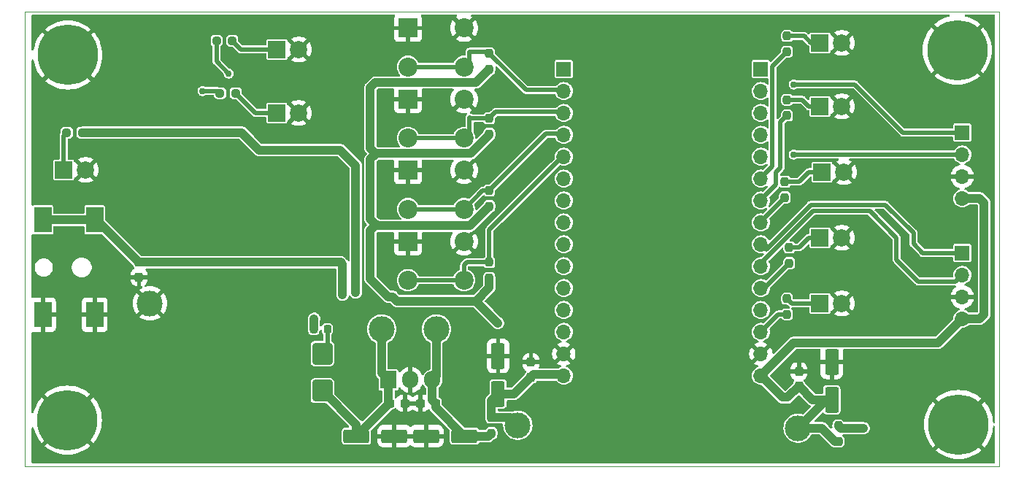
<source format=gbr>
%TF.GenerationSoftware,KiCad,Pcbnew,7.0.5*%
%TF.CreationDate,2024-07-10T14:16:31-04:00*%
%TF.ProjectId,homeWork2,686f6d65-576f-4726-9b32-2e6b69636164,V2*%
%TF.SameCoordinates,Original*%
%TF.FileFunction,Copper,L1,Top*%
%TF.FilePolarity,Positive*%
%FSLAX46Y46*%
G04 Gerber Fmt 4.6, Leading zero omitted, Abs format (unit mm)*
G04 Created by KiCad (PCBNEW 7.0.5) date 2024-07-10 14:16:31*
%MOMM*%
%LPD*%
G01*
G04 APERTURE LIST*
G04 Aperture macros list*
%AMRoundRect*
0 Rectangle with rounded corners*
0 $1 Rounding radius*
0 $2 $3 $4 $5 $6 $7 $8 $9 X,Y pos of 4 corners*
0 Add a 4 corners polygon primitive as box body*
4,1,4,$2,$3,$4,$5,$6,$7,$8,$9,$2,$3,0*
0 Add four circle primitives for the rounded corners*
1,1,$1+$1,$2,$3*
1,1,$1+$1,$4,$5*
1,1,$1+$1,$6,$7*
1,1,$1+$1,$8,$9*
0 Add four rect primitives between the rounded corners*
20,1,$1+$1,$2,$3,$4,$5,0*
20,1,$1+$1,$4,$5,$6,$7,0*
20,1,$1+$1,$6,$7,$8,$9,0*
20,1,$1+$1,$8,$9,$2,$3,0*%
G04 Aperture macros list end*
%TA.AperFunction,SMDPad,CuDef*%
%ADD10RoundRect,0.237500X-0.237500X0.250000X-0.237500X-0.250000X0.237500X-0.250000X0.237500X0.250000X0*%
%TD*%
%TA.AperFunction,ComponentPad*%
%ADD11R,2.000000X2.000000*%
%TD*%
%TA.AperFunction,ComponentPad*%
%ADD12C,2.000000*%
%TD*%
%TA.AperFunction,ComponentPad*%
%ADD13R,2.200000X2.200000*%
%TD*%
%TA.AperFunction,ComponentPad*%
%ADD14C,2.200000*%
%TD*%
%TA.AperFunction,ComponentPad*%
%ADD15C,0.800000*%
%TD*%
%TA.AperFunction,ComponentPad*%
%ADD16C,7.000000*%
%TD*%
%TA.AperFunction,ComponentPad*%
%ADD17R,1.700000X1.700000*%
%TD*%
%TA.AperFunction,ComponentPad*%
%ADD18O,1.700000X1.700000*%
%TD*%
%TA.AperFunction,SMDPad,CuDef*%
%ADD19RoundRect,0.250000X0.900000X-1.000000X0.900000X1.000000X-0.900000X1.000000X-0.900000X-1.000000X0*%
%TD*%
%TA.AperFunction,ComponentPad*%
%ADD20C,3.000000*%
%TD*%
%TA.AperFunction,SMDPad,CuDef*%
%ADD21RoundRect,0.237500X-0.250000X-0.237500X0.250000X-0.237500X0.250000X0.237500X-0.250000X0.237500X0*%
%TD*%
%TA.AperFunction,SMDPad,CuDef*%
%ADD22RoundRect,0.237500X-0.237500X0.300000X-0.237500X-0.300000X0.237500X-0.300000X0.237500X0.300000X0*%
%TD*%
%TA.AperFunction,SMDPad,CuDef*%
%ADD23RoundRect,0.250000X-1.250000X-0.550000X1.250000X-0.550000X1.250000X0.550000X-1.250000X0.550000X0*%
%TD*%
%TA.AperFunction,SMDPad,CuDef*%
%ADD24RoundRect,0.250000X0.550000X-1.250000X0.550000X1.250000X-0.550000X1.250000X-0.550000X-1.250000X0*%
%TD*%
%TA.AperFunction,SMDPad,CuDef*%
%ADD25RoundRect,0.218750X0.218750X0.256250X-0.218750X0.256250X-0.218750X-0.256250X0.218750X-0.256250X0*%
%TD*%
%TA.AperFunction,SMDPad,CuDef*%
%ADD26RoundRect,0.237500X0.250000X0.237500X-0.250000X0.237500X-0.250000X-0.237500X0.250000X-0.237500X0*%
%TD*%
%TA.AperFunction,SMDPad,CuDef*%
%ADD27RoundRect,0.237500X0.237500X-0.250000X0.237500X0.250000X-0.237500X0.250000X-0.237500X-0.250000X0*%
%TD*%
%TA.AperFunction,SMDPad,CuDef*%
%ADD28RoundRect,0.237500X0.237500X-0.300000X0.237500X0.300000X-0.237500X0.300000X-0.237500X-0.300000X0*%
%TD*%
%TA.AperFunction,SMDPad,CuDef*%
%ADD29RoundRect,0.250000X1.250000X0.550000X-1.250000X0.550000X-1.250000X-0.550000X1.250000X-0.550000X0*%
%TD*%
%TA.AperFunction,SMDPad,CuDef*%
%ADD30R,2.000000X3.000000*%
%TD*%
%TA.AperFunction,SMDPad,CuDef*%
%ADD31R,2.000000X2.999999*%
%TD*%
%TA.AperFunction,SMDPad,CuDef*%
%ADD32RoundRect,0.237500X0.300000X0.237500X-0.300000X0.237500X-0.300000X-0.237500X0.300000X-0.237500X0*%
%TD*%
%TA.AperFunction,SMDPad,CuDef*%
%ADD33RoundRect,0.237500X-0.300000X-0.237500X0.300000X-0.237500X0.300000X0.237500X-0.300000X0.237500X0*%
%TD*%
%TA.AperFunction,ComponentPad*%
%ADD34R,1.905000X2.000000*%
%TD*%
%TA.AperFunction,ComponentPad*%
%ADD35O,1.905000X2.000000*%
%TD*%
%TA.AperFunction,ViaPad*%
%ADD36C,0.762000*%
%TD*%
%TA.AperFunction,Conductor*%
%ADD37C,1.016000*%
%TD*%
%TA.AperFunction,Conductor*%
%ADD38C,0.500000*%
%TD*%
%TA.AperFunction,Conductor*%
%ADD39C,0.508000*%
%TD*%
%TA.AperFunction,Profile*%
%ADD40C,0.100000*%
%TD*%
G04 APERTURE END LIST*
D10*
%TO.P,R14,1*%
%TO.N,Net-(D8-highBP1-Pad1)*%
X138176000Y-69699500D03*
%TO.P,R14,2*%
%TO.N,Net-(J3-Pin_8)*%
X138176000Y-71524500D03*
%TD*%
D11*
%TO.P,D6-lostSock1,1*%
%TO.N,Net-(D6-lostSock1-Pad1)*%
X142240000Y-53594000D03*
D12*
%TO.P,D6-lostSock1,2*%
%TO.N,GND*%
X144780000Y-53594000D03*
%TD*%
D13*
%TO.P,S2-RepeatCalculation1,1*%
%TO.N,GND*%
X94452900Y-60128600D03*
D14*
%TO.P,S2-RepeatCalculation1,2*%
X100952900Y-60128600D03*
%TO.P,S2-RepeatCalculation1,3*%
%TO.N,Net-(J2-Pin_3)*%
X94452900Y-64628600D03*
%TO.P,S2-RepeatCalculation1,4*%
X100952900Y-64628600D03*
%TD*%
D15*
%TO.P,H1,1,1*%
%TO.N,GND*%
X52375000Y-55000000D03*
X53143845Y-53143845D03*
X53143845Y-56856155D03*
X55000000Y-52375000D03*
D16*
X55000000Y-55000000D03*
D15*
X55000000Y-57625000D03*
X56856155Y-53143845D03*
X56856155Y-56856155D03*
X57625000Y-55000000D03*
%TD*%
D17*
%TO.P,J2,1,Pin_1*%
%TO.N,Net-(J2-Pin_1)*%
X112522000Y-56642000D03*
D18*
%TO.P,J2,2,Pin_2*%
%TO.N,Net-(J2-Pin_2)*%
X112522000Y-59182000D03*
%TO.P,J2,3,Pin_3*%
%TO.N,Net-(J2-Pin_3)*%
X112522000Y-61722000D03*
%TO.P,J2,4,Pin_4*%
%TO.N,Net-(J2-Pin_4)*%
X112522000Y-64262000D03*
%TO.P,J2,5,Pin_5*%
%TO.N,Net-(J2-Pin_5)*%
X112522000Y-66802000D03*
%TO.P,J2,6,Pin_6*%
%TO.N,Net-(J2-Pin_6)*%
X112522000Y-69342000D03*
%TO.P,J2,7,Pin_7*%
%TO.N,Net-(J2-Pin_7)*%
X112522000Y-71882000D03*
%TO.P,J2,8,Pin_8*%
%TO.N,Net-(J2-Pin_8)*%
X112522000Y-74422000D03*
%TO.P,J2,9,Pin_9*%
%TO.N,Net-(J2-Pin_9)*%
X112522000Y-76962000D03*
%TO.P,J2,10,Pin_10*%
%TO.N,Net-(J2-Pin_10)*%
X112522000Y-79502000D03*
%TO.P,J2,11,Pin_11*%
%TO.N,Net-(J2-Pin_11)*%
X112522000Y-82042000D03*
%TO.P,J2,12,Pin_12*%
%TO.N,Net-(J2-Pin_12)*%
X112522000Y-84582000D03*
%TO.P,J2,13,Pin_13*%
%TO.N,Net-(J2-Pin_13)*%
X112522000Y-87122000D03*
%TO.P,J2,14,Pin_14*%
%TO.N,GND*%
X112522000Y-89662000D03*
%TO.P,J2,15,Pin_15*%
%TO.N,/+5Vesp32*%
X112522000Y-92202000D03*
%TD*%
D17*
%TO.P,J5_DFPLAYER1,1,Pin_1*%
%TO.N,Net-(J3-Pin_9)*%
X158750000Y-77978000D03*
D18*
%TO.P,J5_DFPLAYER1,2,Pin_2*%
%TO.N,Net-(J3-Pin_10)*%
X158750000Y-80518000D03*
%TO.P,J5_DFPLAYER1,3,Pin_3*%
%TO.N,GND*%
X158750000Y-83058000D03*
%TO.P,J5_DFPLAYER1,4,Pin_4*%
%TO.N,/+3V3esp32*%
X158750000Y-85598000D03*
%TD*%
D19*
%TO.P,D2,1,K*%
%TO.N,Vin*%
X84524750Y-93942750D03*
%TO.P,D2,2,A*%
%TO.N,Net-(D2-A)*%
X84524750Y-89642750D03*
%TD*%
D20*
%TO.P,TP5,1,1*%
%TO.N,/+3V3esp32*%
X139700000Y-98298000D03*
%TD*%
D10*
%TO.P,R12,1*%
%TO.N,Net-(D6-lostSock1-Pad1)*%
X138430000Y-52785000D03*
%TO.P,R12,2*%
%TO.N,Net-(J3-Pin_6)*%
X138430000Y-54610000D03*
%TD*%
D20*
%TO.P,TP2,1,1*%
%TO.N,Vin*%
X91398750Y-86792750D03*
%TD*%
D21*
%TO.P,R2,1*%
%TO.N,Net-(D1-Pad1)*%
X54864000Y-64008000D03*
%TO.P,R2,2*%
%TO.N,+5V*%
X56689000Y-64008000D03*
%TD*%
D15*
%TO.P,H2,1,1*%
%TO.N,GND*%
X52317155Y-97360155D03*
X53086000Y-95504000D03*
X53086000Y-99216310D03*
X54942155Y-94735155D03*
D16*
X54942155Y-97360155D03*
D15*
X54942155Y-99985155D03*
X56798310Y-95504000D03*
X56798310Y-99216310D03*
X57567155Y-97360155D03*
%TD*%
D22*
%TO.P,C2,1*%
%TO.N,/PVRAW*%
X63246000Y-79047000D03*
%TO.P,C2,2*%
%TO.N,GND*%
X63246000Y-80772000D03*
%TD*%
D23*
%TO.P,C4,1*%
%TO.N,Vin*%
X88470750Y-99220750D03*
%TO.P,C4,2*%
%TO.N,GND*%
X92870750Y-99220750D03*
%TD*%
D24*
%TO.P,C3,1*%
%TO.N,/+5Vesp32*%
X104902000Y-94316000D03*
%TO.P,C3,2*%
%TO.N,GND*%
X104902000Y-89916000D03*
%TD*%
D25*
%TO.P,F1,1*%
%TO.N,Net-(D2-A)*%
X85099750Y-86792750D03*
%TO.P,F1,2*%
%TO.N,/PVRAW*%
X83524750Y-86792750D03*
%TD*%
D10*
%TO.P,R9,1*%
%TO.N,Net-(D3-babyCrying1-Pad1)*%
X138684000Y-77319500D03*
%TO.P,R9,2*%
%TO.N,Net-(J3-Pin_11)*%
X138684000Y-79144500D03*
%TD*%
D26*
%TO.P,R10,1*%
%TO.N,Net-(D4-ONOFF1-Pad1)*%
X74064500Y-53340000D03*
%TO.P,R10,2*%
%TO.N,Net-(J3-Pin_12)*%
X72239500Y-53340000D03*
%TD*%
D27*
%TO.P,R4,1*%
%TO.N,+3.3V*%
X103886000Y-64158500D03*
%TO.P,R4,2*%
%TO.N,Net-(J2-Pin_3)*%
X103886000Y-62333500D03*
%TD*%
D28*
%TO.P,C1,1*%
%TO.N,/+5Vesp32*%
X108712000Y-92370000D03*
%TO.P,C1,2*%
%TO.N,GND*%
X108712000Y-90645000D03*
%TD*%
D11*
%TO.P,D1,1*%
%TO.N,Net-(D1-Pad1)*%
X54506500Y-68326000D03*
D12*
%TO.P,D1,2*%
%TO.N,GND*%
X57046500Y-68326000D03*
%TD*%
D10*
%TO.P,R3,1*%
%TO.N,Net-(J2-Pin_2)*%
X103886000Y-54817000D03*
%TO.P,R3,2*%
%TO.N,+3.3V*%
X103886000Y-56642000D03*
%TD*%
D15*
%TO.P,H4,1,1*%
%TO.N,GND*%
X155695155Y-97868155D03*
X156464000Y-96012000D03*
X156464000Y-99724310D03*
X158320155Y-95243155D03*
D16*
X158320155Y-97868155D03*
D15*
X158320155Y-100493155D03*
X160176310Y-96012000D03*
X160176310Y-99724310D03*
X160945155Y-97868155D03*
%TD*%
D11*
%TO.P,D3-babyCrying1,1*%
%TO.N,Net-(D3-babyCrying1-Pad1)*%
X142240000Y-76200000D03*
D12*
%TO.P,D3-babyCrying1,2*%
%TO.N,GND*%
X144780000Y-76200000D03*
%TD*%
D13*
%TO.P,S1-morseCodeDanger1,1*%
%TO.N,GND*%
X94452900Y-51878600D03*
D14*
%TO.P,S1-morseCodeDanger1,2*%
X100952900Y-51878600D03*
%TO.P,S1-morseCodeDanger1,3*%
%TO.N,Net-(J2-Pin_2)*%
X94452900Y-56378600D03*
%TO.P,S1-morseCodeDanger1,4*%
X100952900Y-56378600D03*
%TD*%
D10*
%TO.P,R1,1*%
%TO.N,/+5Vesp32*%
X104140000Y-97045500D03*
%TO.P,R1,2*%
%TO.N,+5V*%
X104140000Y-98870500D03*
%TD*%
D29*
%TO.P,C7,1*%
%TO.N,+5V*%
X100998750Y-99220750D03*
%TO.P,C7,2*%
%TO.N,GND*%
X96598750Y-99220750D03*
%TD*%
D20*
%TO.P,TP4,1,1*%
%TO.N,/+5Vesp32*%
X107188000Y-97958000D03*
%TD*%
D27*
%TO.P,R7,1*%
%TO.N,/+3V3esp32*%
X144375500Y-99822000D03*
%TO.P,R7,2*%
%TO.N,+3.3V*%
X144375500Y-97997000D03*
%TD*%
D11*
%TO.P,D5-coldFood1,1*%
%TO.N,Net-(D5-coldFood1-Pad1)*%
X142240000Y-83820000D03*
D12*
%TO.P,D5-coldFood1,2*%
%TO.N,GND*%
X144780000Y-83820000D03*
%TD*%
D20*
%TO.P,TP3,1,1*%
%TO.N,+5V*%
X97748750Y-86792750D03*
%TD*%
D27*
%TO.P,R5,1*%
%TO.N,+3.3V*%
X103886000Y-72540500D03*
%TO.P,R5,2*%
%TO.N,Net-(J2-Pin_4)*%
X103886000Y-70715500D03*
%TD*%
D11*
%TO.P,D9-MUTE1,1*%
%TO.N,Net-(D9-MUTE1-Pad1)*%
X79223500Y-61722000D03*
D12*
%TO.P,D9-MUTE1,2*%
%TO.N,GND*%
X81763500Y-61722000D03*
%TD*%
D13*
%TO.P,S3-muteFiveMin1,1*%
%TO.N,GND*%
X94452900Y-68378600D03*
D14*
%TO.P,S3-muteFiveMin1,2*%
X100952900Y-68378600D03*
%TO.P,S3-muteFiveMin1,3*%
%TO.N,Net-(J2-Pin_4)*%
X94452900Y-72878600D03*
%TO.P,S3-muteFiveMin1,4*%
X100952900Y-72878600D03*
%TD*%
D11*
%TO.P,D4-ONOFF1,1*%
%TO.N,Net-(D4-ONOFF1-Pad1)*%
X79248000Y-54356000D03*
D12*
%TO.P,D4-ONOFF1,2*%
%TO.N,GND*%
X81788000Y-54356000D03*
%TD*%
D17*
%TO.P,J4_LCD1,1,Pin_1*%
%TO.N,Net-(J3-Pin_2)*%
X158750000Y-64008000D03*
D18*
%TO.P,J4_LCD1,2,Pin_2*%
%TO.N,Net-(J3-Pin_5)*%
X158750000Y-66548000D03*
%TO.P,J4_LCD1,3,Pin_3*%
%TO.N,GND*%
X158750000Y-69088000D03*
%TO.P,J4_LCD1,4,Pin_4*%
%TO.N,/+3V3esp32*%
X158750000Y-71628000D03*
%TD*%
D30*
%TO.P,J1,1*%
%TO.N,/PVRAW*%
X58100000Y-74136000D03*
%TO.P,J1,2*%
%TO.N,GND*%
X58100000Y-85136000D03*
%TO.P,J1,3*%
X52100000Y-85136000D03*
D31*
%TO.P,J1,4*%
%TO.N,/PVRAW*%
X52100000Y-74136000D03*
%TD*%
D32*
%TO.P,C6,1*%
%TO.N,+5V*%
X97629250Y-95410750D03*
%TO.P,C6,2*%
%TO.N,GND*%
X95904250Y-95410750D03*
%TD*%
D27*
%TO.P,R6,1*%
%TO.N,+3.3V*%
X103886000Y-80869400D03*
%TO.P,R6,2*%
%TO.N,Net-(J2-Pin_5)*%
X103886000Y-79044400D03*
%TD*%
D33*
%TO.P,C5,1*%
%TO.N,Vin*%
X92348250Y-95410750D03*
%TO.P,C5,2*%
%TO.N,GND*%
X94073250Y-95410750D03*
%TD*%
D11*
%TO.P,D7-SheildFailure1,1*%
%TO.N,Net-(D7-SheildFailure1-Pad1)*%
X142240000Y-60960000D03*
D12*
%TO.P,D7-SheildFailure1,2*%
%TO.N,GND*%
X144780000Y-60960000D03*
%TD*%
D10*
%TO.P,R11,1*%
%TO.N,Net-(D5-coldFood1-Pad1)*%
X138430000Y-83265000D03*
%TO.P,R11,2*%
%TO.N,Net-(J3-Pin_13)*%
X138430000Y-85090000D03*
%TD*%
D34*
%TO.P,U1,1,VI*%
%TO.N,Vin*%
X92184750Y-92687750D03*
D35*
%TO.P,U1,2,GND*%
%TO.N,GND*%
X94724750Y-92687750D03*
%TO.P,U1,3,VO*%
%TO.N,+5V*%
X97264750Y-92687750D03*
%TD*%
D26*
%TO.P,R8,1*%
%TO.N,Net-(D9-MUTE1-Pad1)*%
X74469000Y-59436000D03*
%TO.P,R8,2*%
%TO.N,Net-(J3-Pin_1)*%
X72644000Y-59436000D03*
%TD*%
D28*
%TO.P,C8,1*%
%TO.N,/+3V3esp32*%
X139803500Y-93422000D03*
%TO.P,C8,2*%
%TO.N,GND*%
X139803500Y-91697000D03*
%TD*%
D10*
%TO.P,R13,1*%
%TO.N,Net-(D7-SheildFailure1-Pad1)*%
X138430000Y-60198000D03*
%TO.P,R13,2*%
%TO.N,Net-(J3-Pin_7)*%
X138430000Y-62023000D03*
%TD*%
D13*
%TO.P,S4-SendEmergMessage1,1*%
%TO.N,GND*%
X94452900Y-76628600D03*
D14*
%TO.P,S4-SendEmergMessage1,2*%
X100952900Y-76628600D03*
%TO.P,S4-SendEmergMessage1,3*%
%TO.N,Net-(J2-Pin_5)*%
X94452900Y-81128600D03*
%TO.P,S4-SendEmergMessage1,4*%
X100952900Y-81128600D03*
%TD*%
D24*
%TO.P,C9,1*%
%TO.N,/+3V3esp32*%
X143613500Y-95013500D03*
%TO.P,C9,2*%
%TO.N,GND*%
X143613500Y-90613500D03*
%TD*%
D17*
%TO.P,J3,1,Pin_1*%
%TO.N,Net-(J3-Pin_1)*%
X135382000Y-56642000D03*
D18*
%TO.P,J3,2,Pin_2*%
%TO.N,Net-(J3-Pin_2)*%
X135382000Y-59182000D03*
%TO.P,J3,3,Pin_3*%
%TO.N,Net-(J3-Pin_3)*%
X135382000Y-61722000D03*
%TO.P,J3,4,Pin_4*%
%TO.N,Net-(J3-Pin_4)*%
X135382000Y-64262000D03*
%TO.P,J3,5,Pin_5*%
%TO.N,Net-(J3-Pin_5)*%
X135382000Y-66802000D03*
%TO.P,J3,6,Pin_6*%
%TO.N,Net-(J3-Pin_6)*%
X135382000Y-69342000D03*
%TO.P,J3,7,Pin_7*%
%TO.N,Net-(J3-Pin_7)*%
X135382000Y-71882000D03*
%TO.P,J3,8,Pin_8*%
%TO.N,Net-(J3-Pin_8)*%
X135382000Y-74422000D03*
%TO.P,J3,9,Pin_9*%
%TO.N,Net-(J3-Pin_9)*%
X135382000Y-76962000D03*
%TO.P,J3,10,Pin_10*%
%TO.N,Net-(J3-Pin_10)*%
X135382000Y-79502000D03*
%TO.P,J3,11,Pin_11*%
%TO.N,Net-(J3-Pin_11)*%
X135382000Y-82042000D03*
%TO.P,J3,12,Pin_12*%
%TO.N,Net-(J3-Pin_12)*%
X135382000Y-84582000D03*
%TO.P,J3,13,Pin_13*%
%TO.N,Net-(J3-Pin_13)*%
X135382000Y-87122000D03*
%TO.P,J3,14,Pin_14*%
%TO.N,GND*%
X135382000Y-89662000D03*
%TO.P,J3,15,Pin_15*%
%TO.N,/+3V3esp32*%
X135382000Y-92202000D03*
%TD*%
D11*
%TO.P,D8-highBP1,1*%
%TO.N,Net-(D8-highBP1-Pad1)*%
X142478000Y-68580000D03*
D12*
%TO.P,D8-highBP1,2*%
%TO.N,GND*%
X145018000Y-68580000D03*
%TD*%
D20*
%TO.P,TP1,1,1*%
%TO.N,GND*%
X64516000Y-83820000D03*
%TD*%
D15*
%TO.P,H3,1,1*%
%TO.N,GND*%
X155538845Y-54434155D03*
X156307690Y-52578000D03*
X156307690Y-56290310D03*
X158163845Y-51809155D03*
D16*
X158163845Y-54434155D03*
D15*
X158163845Y-57059155D03*
X160020000Y-52578000D03*
X160020000Y-56290310D03*
X160788845Y-54434155D03*
%TD*%
D36*
%TO.N,+5V*%
X88392000Y-82550000D03*
%TO.N,+3.3V*%
X147320000Y-98298000D03*
X104902000Y-86106000D03*
%TO.N,/PVRAW*%
X83566000Y-85598000D03*
X86868000Y-82804000D03*
%TO.N,Net-(J3-Pin_1)*%
X70612000Y-59182000D03*
%TO.N,Net-(J3-Pin_2)*%
X139192000Y-58420000D03*
%TO.N,Net-(J3-Pin_5)*%
X139192000Y-66548000D03*
%TO.N,Net-(J3-Pin_12)*%
X73660000Y-57150000D03*
%TD*%
D37*
%TO.N,Vin*%
X91398750Y-86792750D02*
X91398750Y-91901750D01*
X92348250Y-95410750D02*
X92280750Y-95410750D01*
X88470750Y-97888750D02*
X84524750Y-93942750D01*
X88470750Y-99220750D02*
X88470750Y-97888750D01*
X92184750Y-92687750D02*
X92184750Y-95247250D01*
X92184750Y-95247250D02*
X92348250Y-95410750D01*
X91398750Y-91901750D02*
X92184750Y-92687750D01*
X92280750Y-95410750D02*
X88470750Y-99220750D01*
%TO.N,+5V*%
X97629250Y-95851250D02*
X100998750Y-99220750D01*
X97264750Y-95046250D02*
X97629250Y-95410750D01*
X86614000Y-66040000D02*
X88392000Y-67818000D01*
X77216000Y-66040000D02*
X86614000Y-66040000D01*
X100998750Y-99220750D02*
X103789750Y-99220750D01*
X97748750Y-92203750D02*
X97264750Y-92687750D01*
X75184000Y-64008000D02*
X77216000Y-66040000D01*
X56689000Y-64008000D02*
X75184000Y-64008000D01*
X103789750Y-99220750D02*
X104140000Y-98870500D01*
X97748750Y-86792750D02*
X97748750Y-92203750D01*
X97264750Y-92687750D02*
X97264750Y-95046250D01*
X97629250Y-95410750D02*
X97629250Y-95851250D01*
X88392000Y-67818000D02*
X88392000Y-82550000D01*
D38*
%TO.N,Net-(D1-Pad1)*%
X54506500Y-64365500D02*
X54864000Y-64008000D01*
X54506500Y-68326000D02*
X54506500Y-64365500D01*
%TO.N,Net-(D2-A)*%
X85099750Y-86792750D02*
X85099750Y-89067750D01*
X85099750Y-89067750D02*
X84524750Y-89642750D01*
%TO.N,Net-(D3-babyCrying1-Pad1)*%
X139850500Y-77319500D02*
X140970000Y-76200000D01*
X140970000Y-76200000D02*
X142240000Y-76200000D01*
X138684000Y-77319500D02*
X139850500Y-77319500D01*
%TO.N,Net-(D4-ONOFF1-Pad1)*%
X74064500Y-53340000D02*
X75080500Y-54356000D01*
X75080500Y-54356000D02*
X79248000Y-54356000D01*
%TO.N,Net-(D6-lostSock1-Pad1)*%
X138430000Y-52785000D02*
X140415000Y-52785000D01*
X140415000Y-52785000D02*
X141224000Y-53594000D01*
X141224000Y-53594000D02*
X142748000Y-53594000D01*
D37*
%TO.N,+3.3V*%
X144676500Y-98298000D02*
X144375500Y-97997000D01*
X92202000Y-83058000D02*
X92694600Y-83058000D01*
X90069400Y-75355100D02*
X90069400Y-80925400D01*
X102341400Y-58186600D02*
X90795400Y-58186600D01*
X102310400Y-83550600D02*
X104865800Y-86106000D01*
X90857400Y-74686600D02*
X90857400Y-74821100D01*
X101701799Y-66436600D02*
X103886000Y-64252399D01*
X102310400Y-83550600D02*
X103886000Y-81975000D01*
X90069400Y-65778100D02*
X90735400Y-66444100D01*
X90857400Y-74821100D02*
X101605400Y-74821100D01*
X90730400Y-74694100D02*
X90069400Y-75355100D01*
X104865800Y-86106000D02*
X104902000Y-86106000D01*
X90069400Y-80925400D02*
X92202000Y-83058000D01*
X90668400Y-58194100D02*
X90069400Y-58793100D01*
X93187200Y-83550600D02*
X102310400Y-83550600D01*
X90069400Y-58793100D02*
X90069400Y-65778100D01*
X103886000Y-56642000D02*
X102341400Y-58186600D01*
X103886000Y-81975000D02*
X103886000Y-80869400D01*
X90862400Y-66436600D02*
X101701799Y-66436600D01*
X147320000Y-98298000D02*
X144676500Y-98298000D01*
X90069400Y-74033100D02*
X90730400Y-74694100D01*
X92694600Y-83058000D02*
X93187200Y-83550600D01*
X90735400Y-66444100D02*
X90069400Y-67110100D01*
X90069400Y-67110100D02*
X90069400Y-74033100D01*
X103886000Y-64252399D02*
X103886000Y-64158500D01*
X101605400Y-74821100D02*
X103886000Y-72540500D01*
%TO.N,/PVRAW*%
X86667000Y-79047000D02*
X86868000Y-79248000D01*
X63246000Y-79047000D02*
X86667000Y-79047000D01*
X58335000Y-74136000D02*
X63246000Y-79047000D01*
X58100000Y-74136000D02*
X58335000Y-74136000D01*
X52100000Y-74136000D02*
X58100000Y-74136000D01*
X83524750Y-86792750D02*
X83524750Y-85639250D01*
X83524750Y-85639250D02*
X83566000Y-85598000D01*
X86868000Y-79248000D02*
X86868000Y-82804000D01*
%TO.N,/+5Vesp32*%
X106275500Y-97045500D02*
X107188000Y-97958000D01*
X104140000Y-95078000D02*
X104902000Y-94316000D01*
X112657300Y-92078950D02*
X109003050Y-92078950D01*
X109003050Y-92078950D02*
X108712000Y-92370000D01*
X104140000Y-97045500D02*
X104140000Y-95078000D01*
X104902000Y-94316000D02*
X106766000Y-94316000D01*
X104140000Y-97045500D02*
X106275500Y-97045500D01*
X106766000Y-94316000D02*
X108712000Y-92370000D01*
%TO.N,/+3V3esp32*%
X158750000Y-85598000D02*
X160782000Y-85598000D01*
X137877550Y-94718500D02*
X135327300Y-92168250D01*
X144375500Y-99822000D02*
X144018000Y-99822000D01*
X141395000Y-95013500D02*
X139803500Y-93422000D01*
X144018000Y-99822000D02*
X142494000Y-98298000D01*
X139803500Y-93422000D02*
X138507000Y-94718500D01*
X143613500Y-95013500D02*
X142984500Y-95013500D01*
X142494000Y-98298000D02*
X139700000Y-98298000D01*
X161290000Y-85090000D02*
X161290000Y-72136000D01*
X142984500Y-95013500D02*
X139700000Y-98298000D01*
X160782000Y-85598000D02*
X161290000Y-85090000D01*
X160782000Y-71628000D02*
X158750000Y-71628000D01*
X143613500Y-95013500D02*
X141395000Y-95013500D01*
X155956000Y-88392000D02*
X139192000Y-88392000D01*
X161290000Y-72136000D02*
X160782000Y-71628000D01*
X138507000Y-94718500D02*
X137877550Y-94718500D01*
X139192000Y-88392000D02*
X135382000Y-92202000D01*
X158750000Y-85598000D02*
X155956000Y-88392000D01*
D38*
%TO.N,Net-(D5-coldFood1-Pad1)*%
X142240000Y-83820000D02*
X138985000Y-83820000D01*
X138985000Y-83820000D02*
X138430000Y-83265000D01*
%TO.N,Net-(D9-MUTE1-Pad1)*%
X74469000Y-59436000D02*
X76755000Y-61722000D01*
X76755000Y-61722000D02*
X79223500Y-61722000D01*
%TO.N,Net-(J2-Pin_2)*%
X101600000Y-54610000D02*
X101600000Y-55731500D01*
X103886000Y-54817000D02*
X103679000Y-54610000D01*
X112467300Y-59058950D02*
X108127950Y-59058950D01*
X101600000Y-55731500D02*
X100952900Y-56378600D01*
X103679000Y-54610000D02*
X101600000Y-54610000D01*
X108127950Y-59058950D02*
X103886000Y-54817000D01*
X100952900Y-56378600D02*
X94452900Y-56378600D01*
%TO.N,Net-(J2-Pin_3)*%
X94452900Y-64628600D02*
X100952900Y-64628600D01*
X112467300Y-61598950D02*
X104620550Y-61598950D01*
X101600000Y-62230000D02*
X101600000Y-63981500D01*
X104620550Y-61598950D02*
X103886000Y-62333500D01*
X103886000Y-62333500D02*
X101703500Y-62333500D01*
X101600000Y-63981500D02*
X100952900Y-64628600D01*
X101703500Y-62333500D02*
X101600000Y-62230000D01*
%TO.N,Net-(J2-Pin_4)*%
X112467300Y-64138950D02*
X110462550Y-64138950D01*
X94452900Y-72878600D02*
X94472300Y-72898000D01*
X103116000Y-70715500D02*
X103886000Y-70715500D01*
X100952900Y-72878600D02*
X103116000Y-70715500D01*
X110462550Y-64138950D02*
X103886000Y-70715500D01*
X94472300Y-72898000D02*
X100933500Y-72898000D01*
X100933500Y-72898000D02*
X100952900Y-72878600D01*
%TO.N,Net-(J2-Pin_5)*%
X100952900Y-81128600D02*
X94452900Y-81128600D01*
X100952900Y-81128600D02*
X100952900Y-79387100D01*
X101295600Y-79044400D02*
X103886000Y-79044400D01*
X100952900Y-79387100D02*
X101295600Y-79044400D01*
X103886000Y-75260250D02*
X103886000Y-79044400D01*
X112467300Y-66678950D02*
X103886000Y-75260250D01*
%TO.N,Net-(J3-Pin_1)*%
X72390000Y-59182000D02*
X70612000Y-59182000D01*
X72644000Y-59436000D02*
X72390000Y-59182000D01*
%TO.N,Net-(J3-Pin_2)*%
X151892000Y-64008000D02*
X146304000Y-58420000D01*
X158750000Y-64008000D02*
X151892000Y-64008000D01*
X146304000Y-58420000D02*
X139192000Y-58420000D01*
%TO.N,Net-(J3-Pin_5)*%
X158750000Y-66548000D02*
X139192000Y-66548000D01*
%TO.N,Net-(J3-Pin_6)*%
X136727300Y-56312700D02*
X136727300Y-67908250D01*
X136727300Y-67908250D02*
X135327300Y-69308250D01*
X138430000Y-54610000D02*
X136727300Y-56312700D01*
%TO.N,Net-(J3-Pin_7)*%
X137668000Y-68072000D02*
X137160000Y-68580000D01*
X137160000Y-68580000D02*
X137160000Y-70015550D01*
X137668000Y-62785000D02*
X137668000Y-68072000D01*
X137160000Y-70015550D02*
X135327300Y-71848250D01*
X138430000Y-62023000D02*
X137668000Y-62785000D01*
%TO.N,Net-(J3-Pin_8)*%
X135327300Y-74373200D02*
X138176000Y-71524500D01*
X135327300Y-74388250D02*
X135327300Y-74373200D01*
D39*
%TO.N,Net-(J3-Pin_9)*%
X149860000Y-72390000D02*
X153104000Y-75634000D01*
X153104000Y-76904000D02*
X154178000Y-77978000D01*
X141158122Y-72390000D02*
X149860000Y-72390000D01*
X153104000Y-75634000D02*
X153104000Y-76904000D01*
X154178000Y-77978000D02*
X158750000Y-77978000D01*
X135382000Y-76962000D02*
X135984061Y-77564061D01*
X135984061Y-77564061D02*
X141158122Y-72390000D01*
D38*
%TO.N,Net-(J3-Pin_10)*%
X157988000Y-81280000D02*
X158750000Y-80518000D01*
X135382000Y-79161728D02*
X141449728Y-73094000D01*
X151130000Y-76200000D02*
X151130000Y-78740000D01*
X151130000Y-78740000D02*
X153670000Y-81280000D01*
X153670000Y-81280000D02*
X157988000Y-81280000D01*
X148024000Y-73094000D02*
X151130000Y-76200000D01*
X135382000Y-79502000D02*
X135382000Y-79161728D01*
X141449728Y-73094000D02*
X148024000Y-73094000D01*
%TO.N,Net-(J3-Pin_11)*%
X135820250Y-82008250D02*
X138684000Y-79144500D01*
X135327300Y-82008250D02*
X135820250Y-82008250D01*
%TO.N,Net-(J3-Pin_12)*%
X73660000Y-57150000D02*
X72239500Y-55729500D01*
X72239500Y-55729500D02*
X72239500Y-53340000D01*
%TO.N,Net-(J3-Pin_13)*%
X138430000Y-85090000D02*
X137414000Y-85090000D01*
X137414000Y-85090000D02*
X135382000Y-87122000D01*
%TO.N,Net-(D7-SheildFailure1-Pad1)*%
X140970000Y-60960000D02*
X142240000Y-60960000D01*
X138430000Y-60198000D02*
X140208000Y-60198000D01*
X140208000Y-60198000D02*
X140970000Y-60960000D01*
%TO.N,Net-(D8-highBP1-Pad1)*%
X139850500Y-69699500D02*
X140970000Y-68580000D01*
X138176000Y-69699500D02*
X139850500Y-69699500D01*
X140970000Y-68580000D02*
X142478000Y-68580000D01*
%TD*%
%TA.AperFunction,Conductor*%
%TO.N,GND*%
G36*
X92795939Y-58914785D02*
G01*
X92841694Y-58967589D01*
X92852900Y-59019100D01*
X92852900Y-59878600D01*
X93907018Y-59878600D01*
X93868344Y-59971969D01*
X93847723Y-60128600D01*
X93868344Y-60285231D01*
X93907018Y-60378600D01*
X92852900Y-60378600D01*
X92852900Y-61276444D01*
X92859301Y-61335972D01*
X92859303Y-61335979D01*
X92909545Y-61470686D01*
X92909549Y-61470693D01*
X92995709Y-61585787D01*
X92995712Y-61585790D01*
X93110806Y-61671950D01*
X93110813Y-61671954D01*
X93245520Y-61722196D01*
X93245527Y-61722198D01*
X93305055Y-61728599D01*
X93305072Y-61728600D01*
X94202900Y-61728600D01*
X94202899Y-60674481D01*
X94296269Y-60713156D01*
X94413577Y-60728600D01*
X94492223Y-60728600D01*
X94609531Y-60713156D01*
X94702900Y-60674481D01*
X94702900Y-61728600D01*
X95600728Y-61728600D01*
X95600744Y-61728599D01*
X95660272Y-61722198D01*
X95660279Y-61722196D01*
X95794986Y-61671954D01*
X95794993Y-61671950D01*
X95910087Y-61585790D01*
X95910090Y-61585787D01*
X95996250Y-61470693D01*
X95996254Y-61470686D01*
X96046496Y-61335979D01*
X96046498Y-61335972D01*
X96052899Y-61276444D01*
X96052900Y-61276427D01*
X96052900Y-60378600D01*
X94998782Y-60378600D01*
X95037456Y-60285231D01*
X95058077Y-60128600D01*
X95037456Y-59971969D01*
X94998782Y-59878600D01*
X96052900Y-59878600D01*
X96052900Y-59019100D01*
X96072585Y-58952061D01*
X96125389Y-58906306D01*
X96176900Y-58895100D01*
X99633291Y-58895100D01*
X99700330Y-58914785D01*
X99746085Y-58967589D01*
X99756029Y-59036747D01*
X99727581Y-59099631D01*
X99654476Y-59185225D01*
X99654468Y-59185237D01*
X99522880Y-59399968D01*
X99426503Y-59632643D01*
X99367712Y-59877527D01*
X99347952Y-60128600D01*
X99367712Y-60379672D01*
X99426503Y-60624556D01*
X99522880Y-60857231D01*
X99654466Y-61071958D01*
X99654477Y-61071974D01*
X99655164Y-61072778D01*
X99655166Y-61072778D01*
X100390126Y-60337818D01*
X100428801Y-60431188D01*
X100524975Y-60556525D01*
X100650312Y-60652699D01*
X100743679Y-60691372D01*
X100008719Y-61426332D01*
X100009536Y-61427030D01*
X100009538Y-61427032D01*
X100224268Y-61558619D01*
X100456943Y-61654996D01*
X100701827Y-61713787D01*
X100952899Y-61733547D01*
X101160735Y-61717189D01*
X101229112Y-61731553D01*
X101278870Y-61780604D01*
X101294209Y-61848769D01*
X101271033Y-61912288D01*
X101271264Y-61912445D01*
X101270645Y-61913352D01*
X101270261Y-61914406D01*
X101268366Y-61916694D01*
X101243992Y-61952443D01*
X101239758Y-61957961D01*
X101214242Y-61987610D01*
X101214239Y-61987614D01*
X101208628Y-62000475D01*
X101197435Y-62020727D01*
X101189531Y-62032320D01*
X101189526Y-62032331D01*
X101177995Y-62069713D01*
X101175575Y-62076234D01*
X101159935Y-62112084D01*
X101159934Y-62112086D01*
X101158363Y-62126030D01*
X101153636Y-62148685D01*
X101149501Y-62162092D01*
X101149500Y-62162101D01*
X101149500Y-62201217D01*
X101149110Y-62208155D01*
X101148822Y-62210717D01*
X101144729Y-62247034D01*
X101147338Y-62260817D01*
X101149500Y-62283872D01*
X101149499Y-63205009D01*
X101129814Y-63272049D01*
X101077010Y-63317803D01*
X101014693Y-63328537D01*
X100952904Y-63323132D01*
X100952898Y-63323132D01*
X100726213Y-63342964D01*
X100726202Y-63342966D01*
X100506411Y-63401858D01*
X100506402Y-63401861D01*
X100300167Y-63498031D01*
X100300165Y-63498032D01*
X100113758Y-63628554D01*
X99952854Y-63789458D01*
X99822330Y-63975868D01*
X99761413Y-64106505D01*
X99715240Y-64158944D01*
X99649031Y-64178100D01*
X95756769Y-64178100D01*
X95689730Y-64158415D01*
X95644387Y-64106505D01*
X95583469Y-63975868D01*
X95572923Y-63960807D01*
X95452947Y-63789461D01*
X95452945Y-63789458D01*
X95292041Y-63628554D01*
X95105634Y-63498032D01*
X95105632Y-63498031D01*
X94899397Y-63401861D01*
X94899388Y-63401858D01*
X94679597Y-63342966D01*
X94679593Y-63342965D01*
X94679592Y-63342965D01*
X94679591Y-63342964D01*
X94679586Y-63342964D01*
X94452902Y-63323132D01*
X94452898Y-63323132D01*
X94226213Y-63342964D01*
X94226202Y-63342966D01*
X94006411Y-63401858D01*
X94006402Y-63401861D01*
X93800167Y-63498031D01*
X93800165Y-63498032D01*
X93613758Y-63628554D01*
X93452854Y-63789458D01*
X93322332Y-63975865D01*
X93322331Y-63975867D01*
X93226161Y-64182102D01*
X93226158Y-64182111D01*
X93167266Y-64401902D01*
X93167264Y-64401913D01*
X93147432Y-64628598D01*
X93147432Y-64628601D01*
X93167264Y-64855286D01*
X93167266Y-64855297D01*
X93226158Y-65075088D01*
X93226161Y-65075097D01*
X93322331Y-65281332D01*
X93322332Y-65281334D01*
X93452854Y-65467741D01*
X93501532Y-65516419D01*
X93535017Y-65577742D01*
X93530033Y-65647434D01*
X93488161Y-65703367D01*
X93422697Y-65727784D01*
X93413851Y-65728100D01*
X91072732Y-65728100D01*
X91005693Y-65708415D01*
X90985051Y-65691781D01*
X90814219Y-65520948D01*
X90780734Y-65459625D01*
X90777900Y-65433267D01*
X90777900Y-59137931D01*
X90797585Y-59070892D01*
X90814210Y-59050259D01*
X90933053Y-58931416D01*
X90994374Y-58897934D01*
X91020732Y-58895100D01*
X92728900Y-58895100D01*
X92795939Y-58914785D01*
G37*
%TD.AperFunction*%
%TA.AperFunction,Conductor*%
G36*
X92903850Y-50322445D02*
G01*
X92949605Y-50375249D01*
X92959549Y-50444407D01*
X92936077Y-50501072D01*
X92909547Y-50536510D01*
X92909545Y-50536513D01*
X92859303Y-50671220D01*
X92859301Y-50671227D01*
X92852900Y-50730755D01*
X92852900Y-51628600D01*
X93907018Y-51628600D01*
X93868344Y-51721969D01*
X93847723Y-51878600D01*
X93868344Y-52035231D01*
X93907018Y-52128600D01*
X92852900Y-52128600D01*
X92852900Y-53026444D01*
X92859301Y-53085972D01*
X92859303Y-53085979D01*
X92909545Y-53220686D01*
X92909549Y-53220693D01*
X92995709Y-53335787D01*
X92995712Y-53335790D01*
X93110806Y-53421950D01*
X93110813Y-53421954D01*
X93245520Y-53472196D01*
X93245527Y-53472198D01*
X93305055Y-53478599D01*
X93305072Y-53478600D01*
X94202900Y-53478600D01*
X94202899Y-52424481D01*
X94296269Y-52463156D01*
X94413577Y-52478600D01*
X94492223Y-52478600D01*
X94609531Y-52463156D01*
X94702900Y-52424481D01*
X94702900Y-53478600D01*
X95600728Y-53478600D01*
X95600744Y-53478599D01*
X95660272Y-53472198D01*
X95660279Y-53472196D01*
X95794986Y-53421954D01*
X95794993Y-53421950D01*
X95910087Y-53335790D01*
X95910090Y-53335787D01*
X95996250Y-53220693D01*
X95996254Y-53220686D01*
X96046496Y-53085979D01*
X96046498Y-53085972D01*
X96052899Y-53026444D01*
X96052900Y-53026427D01*
X96052900Y-52128600D01*
X94998782Y-52128600D01*
X95037456Y-52035231D01*
X95058077Y-51878600D01*
X95037456Y-51721969D01*
X94998782Y-51628600D01*
X96052900Y-51628600D01*
X96052900Y-50730772D01*
X96052899Y-50730755D01*
X96046498Y-50671227D01*
X96046496Y-50671220D01*
X95996254Y-50536513D01*
X95996252Y-50536510D01*
X95969723Y-50501072D01*
X95945305Y-50435608D01*
X95960156Y-50367335D01*
X96009561Y-50317929D01*
X96068989Y-50302760D01*
X100022556Y-50302760D01*
X100089595Y-50322445D01*
X100135350Y-50375249D01*
X100145294Y-50444407D01*
X100116269Y-50507963D01*
X100087346Y-50532487D01*
X100009537Y-50580168D01*
X100008720Y-50580866D01*
X100743680Y-51315826D01*
X100650312Y-51354501D01*
X100524975Y-51450675D01*
X100428801Y-51576011D01*
X100390126Y-51669380D01*
X99655166Y-50934420D01*
X99654468Y-50935237D01*
X99522880Y-51149968D01*
X99426503Y-51382643D01*
X99367712Y-51627527D01*
X99347952Y-51878599D01*
X99367712Y-52129672D01*
X99426503Y-52374556D01*
X99522880Y-52607231D01*
X99654466Y-52821958D01*
X99654477Y-52821974D01*
X99655164Y-52822778D01*
X99655166Y-52822778D01*
X100390126Y-52087817D01*
X100428801Y-52181188D01*
X100524975Y-52306525D01*
X100650312Y-52402699D01*
X100743679Y-52441372D01*
X100008719Y-53176332D01*
X100009536Y-53177030D01*
X100009538Y-53177032D01*
X100224268Y-53308619D01*
X100456943Y-53404996D01*
X100701827Y-53463787D01*
X100952899Y-53483547D01*
X101203972Y-53463787D01*
X101448856Y-53404996D01*
X101681531Y-53308619D01*
X101896260Y-53177032D01*
X101896271Y-53177024D01*
X101897079Y-53176332D01*
X101808507Y-53087760D01*
X137754500Y-53087760D01*
X137757274Y-53117349D01*
X137800884Y-53241976D01*
X137879288Y-53348210D01*
X137879289Y-53348211D01*
X137985523Y-53426615D01*
X137985524Y-53426615D01*
X137985525Y-53426616D01*
X138110151Y-53470225D01*
X138110150Y-53470225D01*
X138139740Y-53473000D01*
X138139744Y-53473000D01*
X138720260Y-53473000D01*
X138749849Y-53470225D01*
X138757854Y-53467424D01*
X138874475Y-53426616D01*
X138980711Y-53348211D01*
X139026721Y-53285867D01*
X139082370Y-53243616D01*
X139126493Y-53235500D01*
X140177034Y-53235500D01*
X140244073Y-53255185D01*
X140264715Y-53271819D01*
X140885090Y-53892193D01*
X140889726Y-53897380D01*
X140914121Y-53927970D01*
X140914123Y-53927972D01*
X140962320Y-53960832D01*
X140964209Y-53962172D01*
X140989132Y-53980567D01*
X141031384Y-54036212D01*
X141039500Y-54080337D01*
X141039500Y-54613752D01*
X141051131Y-54672229D01*
X141051132Y-54672230D01*
X141095447Y-54738552D01*
X141161769Y-54782867D01*
X141161770Y-54782868D01*
X141220247Y-54794499D01*
X141220250Y-54794500D01*
X141220252Y-54794500D01*
X143259750Y-54794500D01*
X143259751Y-54794499D01*
X143274568Y-54791552D01*
X143318229Y-54782868D01*
X143318229Y-54782867D01*
X143318231Y-54782867D01*
X143384552Y-54738552D01*
X143428867Y-54672231D01*
X143428867Y-54672229D01*
X143428868Y-54672229D01*
X143440499Y-54613752D01*
X143440500Y-54613750D01*
X143440500Y-54589370D01*
X143460185Y-54522331D01*
X143512989Y-54476576D01*
X143549928Y-54470518D01*
X144296923Y-53723523D01*
X144320507Y-53803844D01*
X144398239Y-53924798D01*
X144506900Y-54018952D01*
X144637685Y-54078680D01*
X144647466Y-54080086D01*
X143909942Y-54817609D01*
X143956768Y-54854055D01*
X143956770Y-54854056D01*
X144175385Y-54972364D01*
X144175396Y-54972369D01*
X144410506Y-55053083D01*
X144655707Y-55094000D01*
X144904293Y-55094000D01*
X145149493Y-55053083D01*
X145384603Y-54972369D01*
X145384614Y-54972364D01*
X145603228Y-54854057D01*
X145603231Y-54854055D01*
X145650056Y-54817609D01*
X144912533Y-54080086D01*
X144922315Y-54078680D01*
X145053100Y-54018952D01*
X145161761Y-53924798D01*
X145239493Y-53803844D01*
X145263077Y-53723523D01*
X146003434Y-54463882D01*
X146103731Y-54310369D01*
X146203587Y-54082717D01*
X146264612Y-53841738D01*
X146264614Y-53841729D01*
X146285141Y-53594005D01*
X146285141Y-53593994D01*
X146264614Y-53346270D01*
X146264612Y-53346261D01*
X146203587Y-53105282D01*
X146103731Y-52877630D01*
X146003434Y-52724116D01*
X145263076Y-53464474D01*
X145239493Y-53384156D01*
X145161761Y-53263202D01*
X145053100Y-53169048D01*
X144922315Y-53109320D01*
X144912534Y-53107913D01*
X145650057Y-52370390D01*
X145650056Y-52370389D01*
X145603229Y-52333943D01*
X145384614Y-52215635D01*
X145384603Y-52215630D01*
X145149493Y-52134916D01*
X144904293Y-52094000D01*
X144655707Y-52094000D01*
X144410506Y-52134916D01*
X144175396Y-52215630D01*
X144175390Y-52215632D01*
X143956761Y-52333949D01*
X143909942Y-52370388D01*
X143909942Y-52370390D01*
X144647466Y-53107913D01*
X144637685Y-53109320D01*
X144506900Y-53169048D01*
X144398239Y-53263202D01*
X144320507Y-53384156D01*
X144296923Y-53464475D01*
X143549245Y-52716797D01*
X143508577Y-52709301D01*
X143457620Y-52661498D01*
X143440500Y-52598628D01*
X143440500Y-52574249D01*
X143440499Y-52574247D01*
X143428868Y-52515770D01*
X143428867Y-52515769D01*
X143384552Y-52449447D01*
X143318230Y-52405132D01*
X143318229Y-52405131D01*
X143259752Y-52393500D01*
X143259748Y-52393500D01*
X141220252Y-52393500D01*
X141220247Y-52393500D01*
X141161770Y-52405131D01*
X141161769Y-52405132D01*
X141095447Y-52449447D01*
X141051132Y-52515769D01*
X141046458Y-52527054D01*
X141044442Y-52526219D01*
X141019493Y-52573909D01*
X140958775Y-52608479D01*
X140889006Y-52604735D01*
X140842585Y-52575482D01*
X140753908Y-52486805D01*
X140749271Y-52481617D01*
X140724879Y-52451030D01*
X140724878Y-52451029D01*
X140724877Y-52451028D01*
X140701973Y-52435412D01*
X140676669Y-52418161D01*
X140674803Y-52416836D01*
X140627886Y-52382210D01*
X140627882Y-52382207D01*
X140627877Y-52382205D01*
X140620297Y-52378198D01*
X140612675Y-52374528D01*
X140556941Y-52357337D01*
X140554752Y-52356617D01*
X140536297Y-52350160D01*
X140499695Y-52337352D01*
X140491326Y-52335768D01*
X140482904Y-52334500D01*
X140482902Y-52334500D01*
X140424578Y-52334500D01*
X140422294Y-52334457D01*
X140398402Y-52333563D01*
X140363989Y-52332275D01*
X140354756Y-52333316D01*
X140354662Y-52332486D01*
X140339364Y-52334500D01*
X139126493Y-52334500D01*
X139059454Y-52314815D01*
X139026723Y-52284133D01*
X138980711Y-52221789D01*
X138980710Y-52221788D01*
X138874476Y-52143384D01*
X138749848Y-52099774D01*
X138749849Y-52099774D01*
X138720260Y-52097000D01*
X138720256Y-52097000D01*
X138139744Y-52097000D01*
X138139740Y-52097000D01*
X138110150Y-52099774D01*
X137985523Y-52143384D01*
X137879289Y-52221788D01*
X137879288Y-52221789D01*
X137800884Y-52328023D01*
X137757274Y-52452650D01*
X137754500Y-52482239D01*
X137754500Y-53087760D01*
X101808507Y-53087760D01*
X101162120Y-52441372D01*
X101255488Y-52402699D01*
X101380825Y-52306525D01*
X101476999Y-52181189D01*
X101515673Y-52087820D01*
X102250632Y-52822779D01*
X102251324Y-52821971D01*
X102251332Y-52821960D01*
X102382919Y-52607231D01*
X102479296Y-52374556D01*
X102538087Y-52129672D01*
X102557847Y-51878599D01*
X102538087Y-51627527D01*
X102479296Y-51382643D01*
X102382919Y-51149968D01*
X102251332Y-50935238D01*
X102251330Y-50935236D01*
X102250632Y-50934419D01*
X101515672Y-51669379D01*
X101476999Y-51576012D01*
X101380825Y-51450675D01*
X101255488Y-51354501D01*
X101162119Y-51315826D01*
X101897078Y-50580866D01*
X101897078Y-50580864D01*
X101896274Y-50580177D01*
X101896258Y-50580166D01*
X101818454Y-50532487D01*
X101771579Y-50480675D01*
X101760156Y-50411746D01*
X101787813Y-50347583D01*
X101845769Y-50308558D01*
X101883244Y-50302760D01*
X157189685Y-50302760D01*
X157256724Y-50322445D01*
X157302479Y-50375249D01*
X157312423Y-50444407D01*
X157283398Y-50507963D01*
X157224620Y-50545737D01*
X157219814Y-50547044D01*
X157001299Y-50601778D01*
X157001296Y-50601779D01*
X156631285Y-50734171D01*
X156631269Y-50734178D01*
X156275980Y-50902217D01*
X155938886Y-51104264D01*
X155623213Y-51338383D01*
X155517467Y-51434224D01*
X156467054Y-52383811D01*
X156405235Y-52342505D01*
X156332314Y-52328000D01*
X156283066Y-52328000D01*
X156210145Y-52342505D01*
X156127450Y-52397760D01*
X156072195Y-52480455D01*
X156052792Y-52578000D01*
X156072195Y-52675545D01*
X156113501Y-52737364D01*
X155163914Y-51787777D01*
X155068073Y-51893523D01*
X154833954Y-52209196D01*
X154631907Y-52546290D01*
X154463868Y-52901579D01*
X154463861Y-52901595D01*
X154331470Y-53271605D01*
X154235974Y-53652846D01*
X154178306Y-54041604D01*
X154159021Y-54434154D01*
X154178306Y-54826705D01*
X154235974Y-55215463D01*
X154331470Y-55596704D01*
X154463861Y-55966714D01*
X154463868Y-55966730D01*
X154631907Y-56322019D01*
X154833954Y-56659113D01*
X155068073Y-56974787D01*
X155163913Y-57080531D01*
X155163914Y-57080531D01*
X156113503Y-56130941D01*
X156072195Y-56192765D01*
X156052792Y-56290310D01*
X156072195Y-56387855D01*
X156127450Y-56470550D01*
X156210145Y-56525805D01*
X156283066Y-56540310D01*
X156332314Y-56540310D01*
X156405235Y-56525805D01*
X156467050Y-56484501D01*
X155517467Y-57434084D01*
X155517467Y-57434085D01*
X155623212Y-57529926D01*
X155938886Y-57764045D01*
X156275980Y-57966092D01*
X156631269Y-58134131D01*
X156631285Y-58134138D01*
X157001295Y-58266529D01*
X157382536Y-58362025D01*
X157771294Y-58419693D01*
X158163845Y-58438978D01*
X158556395Y-58419693D01*
X158945153Y-58362025D01*
X159326394Y-58266529D01*
X159696404Y-58134138D01*
X159696420Y-58134131D01*
X160051709Y-57966092D01*
X160388803Y-57764045D01*
X160704477Y-57529925D01*
X160810221Y-57434084D01*
X159860635Y-56484498D01*
X159922455Y-56525805D01*
X159995376Y-56540310D01*
X160044624Y-56540310D01*
X160117545Y-56525805D01*
X160200240Y-56470550D01*
X160255495Y-56387855D01*
X160274898Y-56290310D01*
X160255495Y-56192765D01*
X160214188Y-56130945D01*
X161163774Y-57080531D01*
X161259615Y-56974787D01*
X161493735Y-56659113D01*
X161695782Y-56322019D01*
X161863821Y-55966730D01*
X161863828Y-55966714D01*
X161996219Y-55596704D01*
X162091715Y-55215463D01*
X162149383Y-54826705D01*
X162168668Y-54434154D01*
X162149383Y-54041604D01*
X162091715Y-53652846D01*
X161996219Y-53271605D01*
X161863828Y-52901595D01*
X161863821Y-52901579D01*
X161695782Y-52546290D01*
X161493735Y-52209196D01*
X161259616Y-51893522D01*
X161163775Y-51787777D01*
X161163774Y-51787777D01*
X160214191Y-52737359D01*
X160255495Y-52675545D01*
X160274898Y-52578000D01*
X160255495Y-52480455D01*
X160200240Y-52397760D01*
X160117545Y-52342505D01*
X160044624Y-52328000D01*
X159995376Y-52328000D01*
X159922455Y-52342505D01*
X159860632Y-52383813D01*
X160810221Y-51434224D01*
X160810221Y-51434223D01*
X160704477Y-51338383D01*
X160388803Y-51104264D01*
X160051709Y-50902217D01*
X159696420Y-50734178D01*
X159696404Y-50734171D01*
X159326393Y-50601779D01*
X159326390Y-50601778D01*
X159107876Y-50547044D01*
X159047628Y-50511660D01*
X159016075Y-50449321D01*
X159023233Y-50379819D01*
X159066831Y-50325220D01*
X159133026Y-50302860D01*
X159138005Y-50302760D01*
X162436000Y-50302760D01*
X162503039Y-50322445D01*
X162548794Y-50375249D01*
X162560000Y-50426760D01*
X162560000Y-97600916D01*
X162540315Y-97667955D01*
X162487511Y-97713710D01*
X162418353Y-97723654D01*
X162354797Y-97694629D01*
X162317023Y-97635851D01*
X162312149Y-97607000D01*
X162305693Y-97475604D01*
X162248025Y-97086846D01*
X162152529Y-96705605D01*
X162020138Y-96335595D01*
X162020131Y-96335579D01*
X161852092Y-95980290D01*
X161650045Y-95643196D01*
X161415926Y-95327522D01*
X161320085Y-95221777D01*
X161320084Y-95221777D01*
X160370501Y-96171359D01*
X160411805Y-96109545D01*
X160431208Y-96012000D01*
X160411805Y-95914455D01*
X160356550Y-95831760D01*
X160273855Y-95776505D01*
X160200934Y-95762000D01*
X160151686Y-95762000D01*
X160078765Y-95776505D01*
X160016942Y-95817813D01*
X160966531Y-94868224D01*
X160966531Y-94868223D01*
X160860787Y-94772383D01*
X160545113Y-94538264D01*
X160208019Y-94336217D01*
X159852730Y-94168178D01*
X159852714Y-94168171D01*
X159482704Y-94035780D01*
X159101463Y-93940284D01*
X158712705Y-93882616D01*
X158320155Y-93863331D01*
X157927604Y-93882616D01*
X157538846Y-93940284D01*
X157157605Y-94035780D01*
X156787595Y-94168171D01*
X156787579Y-94168178D01*
X156432290Y-94336217D01*
X156095196Y-94538264D01*
X155779523Y-94772383D01*
X155673777Y-94868224D01*
X156623364Y-95817811D01*
X156561545Y-95776505D01*
X156488624Y-95762000D01*
X156439376Y-95762000D01*
X156366455Y-95776505D01*
X156283760Y-95831760D01*
X156228505Y-95914455D01*
X156209102Y-96012000D01*
X156228505Y-96109545D01*
X156269811Y-96171364D01*
X155320224Y-95221777D01*
X155224383Y-95327523D01*
X154990264Y-95643196D01*
X154788217Y-95980290D01*
X154620178Y-96335579D01*
X154620171Y-96335595D01*
X154487780Y-96705605D01*
X154392284Y-97086846D01*
X154334616Y-97475604D01*
X154315331Y-97868154D01*
X154334616Y-98260705D01*
X154392284Y-98649463D01*
X154487780Y-99030704D01*
X154620171Y-99400714D01*
X154620178Y-99400730D01*
X154788217Y-99756019D01*
X154990264Y-100093113D01*
X155224383Y-100408787D01*
X155320223Y-100514531D01*
X155320224Y-100514531D01*
X156269813Y-99564941D01*
X156228505Y-99626765D01*
X156209102Y-99724310D01*
X156228505Y-99821855D01*
X156283760Y-99904550D01*
X156366455Y-99959805D01*
X156439376Y-99974310D01*
X156488624Y-99974310D01*
X156561545Y-99959805D01*
X156623360Y-99918501D01*
X155673777Y-100868084D01*
X155673777Y-100868085D01*
X155779522Y-100963926D01*
X156095196Y-101198045D01*
X156432290Y-101400092D01*
X156787579Y-101568131D01*
X156787595Y-101568138D01*
X157157605Y-101700529D01*
X157538846Y-101796025D01*
X157927604Y-101853693D01*
X158320155Y-101872978D01*
X158712705Y-101853693D01*
X159101463Y-101796025D01*
X159482704Y-101700529D01*
X159852714Y-101568138D01*
X159852730Y-101568131D01*
X160208019Y-101400092D01*
X160545113Y-101198045D01*
X160860787Y-100963925D01*
X160966531Y-100868084D01*
X160016945Y-99918498D01*
X160078765Y-99959805D01*
X160151686Y-99974310D01*
X160200934Y-99974310D01*
X160273855Y-99959805D01*
X160356550Y-99904550D01*
X160411805Y-99821855D01*
X160431208Y-99724310D01*
X160411805Y-99626765D01*
X160370498Y-99564945D01*
X161320084Y-100514531D01*
X161415925Y-100408787D01*
X161650045Y-100093113D01*
X161852092Y-99756019D01*
X162020131Y-99400730D01*
X162020138Y-99400714D01*
X162152529Y-99030704D01*
X162248025Y-98649463D01*
X162305693Y-98260705D01*
X162312149Y-98129309D01*
X162335100Y-98063316D01*
X162390085Y-98020207D01*
X162459648Y-98013669D01*
X162521703Y-98045777D01*
X162556548Y-98106338D01*
X162560000Y-98135393D01*
X162560000Y-102279240D01*
X162540315Y-102346279D01*
X162487511Y-102392034D01*
X162436000Y-102403240D01*
X50924000Y-102403240D01*
X50856961Y-102383555D01*
X50811206Y-102330751D01*
X50800000Y-102279240D01*
X50800000Y-98291358D01*
X50819685Y-98224319D01*
X50872489Y-98178564D01*
X50941647Y-98168620D01*
X51005203Y-98197645D01*
X51042977Y-98256423D01*
X51044284Y-98261229D01*
X51109778Y-98522700D01*
X51109779Y-98522703D01*
X51242171Y-98892714D01*
X51242178Y-98892730D01*
X51410217Y-99248019D01*
X51612264Y-99585113D01*
X51846382Y-99900786D01*
X51942223Y-100006531D01*
X51942224Y-100006531D01*
X52891813Y-99056941D01*
X52850505Y-99118765D01*
X52831102Y-99216310D01*
X52850505Y-99313855D01*
X52905760Y-99396550D01*
X52988455Y-99451805D01*
X53061376Y-99466310D01*
X53110624Y-99466310D01*
X53183545Y-99451805D01*
X53245360Y-99410501D01*
X52295777Y-100360084D01*
X52295777Y-100360085D01*
X52401522Y-100455926D01*
X52717196Y-100690045D01*
X53054290Y-100892092D01*
X53409579Y-101060131D01*
X53409595Y-101060138D01*
X53779605Y-101192529D01*
X54160846Y-101288025D01*
X54549604Y-101345693D01*
X54942154Y-101364978D01*
X55334705Y-101345693D01*
X55723463Y-101288025D01*
X56104704Y-101192529D01*
X56474714Y-101060138D01*
X56474730Y-101060131D01*
X56830019Y-100892092D01*
X57167113Y-100690045D01*
X57482787Y-100455925D01*
X57588531Y-100360084D01*
X56638945Y-99410498D01*
X56700765Y-99451805D01*
X56773686Y-99466310D01*
X56822934Y-99466310D01*
X56895855Y-99451805D01*
X56978550Y-99396550D01*
X57033805Y-99313855D01*
X57053208Y-99216310D01*
X57033805Y-99118765D01*
X56992499Y-99056946D01*
X57942084Y-100006531D01*
X58037927Y-99900786D01*
X58272045Y-99585113D01*
X58474092Y-99248019D01*
X58642131Y-98892730D01*
X58642138Y-98892714D01*
X58774529Y-98522704D01*
X58870025Y-98141463D01*
X58927693Y-97752705D01*
X58946978Y-97360155D01*
X58927693Y-96967604D01*
X58870025Y-96578846D01*
X58774529Y-96197605D01*
X58642138Y-95827595D01*
X58642131Y-95827579D01*
X58474092Y-95472290D01*
X58272045Y-95135196D01*
X58169566Y-94997019D01*
X83174250Y-94997019D01*
X83177103Y-95027449D01*
X83177103Y-95027451D01*
X83221956Y-95155630D01*
X83221957Y-95155632D01*
X83302600Y-95264900D01*
X83411868Y-95345543D01*
X83454595Y-95360493D01*
X83540049Y-95390396D01*
X83570480Y-95393250D01*
X83570484Y-95393250D01*
X84921918Y-95393250D01*
X84988957Y-95412935D01*
X85009599Y-95429569D01*
X87588599Y-98008569D01*
X87622084Y-98069892D01*
X87617100Y-98139584D01*
X87575228Y-98195517D01*
X87509764Y-98219934D01*
X87500918Y-98220250D01*
X87166480Y-98220250D01*
X87136050Y-98223103D01*
X87136048Y-98223103D01*
X87007869Y-98267956D01*
X87007867Y-98267957D01*
X86898600Y-98348600D01*
X86817957Y-98457867D01*
X86817956Y-98457869D01*
X86773103Y-98586048D01*
X86773103Y-98586050D01*
X86770250Y-98616480D01*
X86770250Y-99825019D01*
X86773103Y-99855449D01*
X86773103Y-99855451D01*
X86817956Y-99983630D01*
X86817957Y-99983632D01*
X86898600Y-100092900D01*
X87007868Y-100173543D01*
X87050595Y-100188494D01*
X87136049Y-100218396D01*
X87166480Y-100221250D01*
X87166484Y-100221250D01*
X89775020Y-100221250D01*
X89805449Y-100218396D01*
X89805451Y-100218396D01*
X89869540Y-100195969D01*
X89933632Y-100173543D01*
X90042900Y-100092900D01*
X90123543Y-99983632D01*
X90152532Y-99900786D01*
X90168396Y-99855451D01*
X90168396Y-99855449D01*
X90171250Y-99825019D01*
X90171250Y-99470750D01*
X90870751Y-99470750D01*
X90870751Y-99820736D01*
X90881244Y-99923447D01*
X90936391Y-100089869D01*
X90936393Y-100089874D01*
X91028434Y-100239095D01*
X91152404Y-100363065D01*
X91301625Y-100455106D01*
X91301630Y-100455108D01*
X91468052Y-100510255D01*
X91468059Y-100510256D01*
X91570769Y-100520749D01*
X92620749Y-100520749D01*
X92620750Y-100520748D01*
X92620750Y-99470750D01*
X93120750Y-99470750D01*
X93120750Y-100520749D01*
X94170722Y-100520749D01*
X94170736Y-100520748D01*
X94273447Y-100510255D01*
X94439869Y-100455108D01*
X94439874Y-100455106D01*
X94589095Y-100363065D01*
X94647069Y-100305092D01*
X94708392Y-100271607D01*
X94778084Y-100276591D01*
X94822431Y-100305092D01*
X94880404Y-100363065D01*
X95029625Y-100455106D01*
X95029630Y-100455108D01*
X95196052Y-100510255D01*
X95196059Y-100510256D01*
X95298769Y-100520749D01*
X96348749Y-100520749D01*
X96348750Y-100520748D01*
X96348750Y-99470750D01*
X96848750Y-99470750D01*
X96848750Y-100520749D01*
X97898722Y-100520749D01*
X97898736Y-100520748D01*
X98001447Y-100510255D01*
X98167869Y-100455108D01*
X98167874Y-100455106D01*
X98317095Y-100363065D01*
X98441065Y-100239095D01*
X98533106Y-100089874D01*
X98533108Y-100089869D01*
X98588255Y-99923447D01*
X98588256Y-99923440D01*
X98598749Y-99820736D01*
X98598750Y-99820723D01*
X98598750Y-99470750D01*
X96848750Y-99470750D01*
X96348750Y-99470750D01*
X93120750Y-99470750D01*
X92620750Y-99470750D01*
X90870751Y-99470750D01*
X90171250Y-99470750D01*
X90171250Y-98970750D01*
X90870750Y-98970750D01*
X92620750Y-98970750D01*
X92620750Y-97920750D01*
X93120750Y-97920750D01*
X93120750Y-98970750D01*
X96348750Y-98970750D01*
X96348750Y-97920750D01*
X96848750Y-97920750D01*
X96848750Y-98970750D01*
X98598749Y-98970750D01*
X98598749Y-98620778D01*
X98598748Y-98620763D01*
X98588255Y-98518052D01*
X98533108Y-98351630D01*
X98533106Y-98351625D01*
X98441065Y-98202404D01*
X98317095Y-98078434D01*
X98167874Y-97986393D01*
X98167869Y-97986391D01*
X98001447Y-97931244D01*
X98001440Y-97931243D01*
X97898736Y-97920750D01*
X96848750Y-97920750D01*
X96348750Y-97920750D01*
X95298778Y-97920750D01*
X95298762Y-97920751D01*
X95196052Y-97931244D01*
X95029630Y-97986391D01*
X95029625Y-97986393D01*
X94880407Y-98078432D01*
X94822431Y-98136408D01*
X94761107Y-98169892D01*
X94691416Y-98164907D01*
X94647069Y-98136408D01*
X94589092Y-98078432D01*
X94439874Y-97986393D01*
X94439869Y-97986391D01*
X94273447Y-97931244D01*
X94273440Y-97931243D01*
X94170736Y-97920750D01*
X93120750Y-97920750D01*
X92620750Y-97920750D01*
X91570778Y-97920750D01*
X91570762Y-97920751D01*
X91468052Y-97931244D01*
X91301630Y-97986391D01*
X91301625Y-97986393D01*
X91152404Y-98078434D01*
X91028434Y-98202404D01*
X90936393Y-98351625D01*
X90936391Y-98351630D01*
X90881244Y-98518052D01*
X90881243Y-98518059D01*
X90870750Y-98620763D01*
X90870750Y-98970750D01*
X90171250Y-98970750D01*
X90171250Y-98616480D01*
X90168611Y-98588338D01*
X90181950Y-98519754D01*
X90204385Y-98489083D01*
X92570900Y-96122569D01*
X92632224Y-96089084D01*
X92658582Y-96086250D01*
X92701010Y-96086250D01*
X92730599Y-96083475D01*
X92758485Y-96073717D01*
X92855225Y-96039866D01*
X92948190Y-95971255D01*
X93013817Y-95947285D01*
X93081988Y-95962600D01*
X93127360Y-96005929D01*
X93190802Y-96108784D01*
X93190805Y-96108788D01*
X93312711Y-96230694D01*
X93312715Y-96230697D01*
X93459438Y-96321198D01*
X93459449Y-96321203D01*
X93623097Y-96375430D01*
X93724101Y-96385749D01*
X93823250Y-96385748D01*
X93823250Y-95660750D01*
X94323250Y-95660750D01*
X94323250Y-96385749D01*
X94422390Y-96385749D01*
X94422404Y-96385748D01*
X94523402Y-96375430D01*
X94687050Y-96321203D01*
X94687061Y-96321198D01*
X94833783Y-96230698D01*
X94901068Y-96163413D01*
X94962391Y-96129928D01*
X95032083Y-96134912D01*
X95076432Y-96163413D01*
X95143716Y-96230698D01*
X95290438Y-96321198D01*
X95290449Y-96321203D01*
X95454097Y-96375430D01*
X95555101Y-96385749D01*
X95654250Y-96385748D01*
X95654250Y-95660750D01*
X94323250Y-95660750D01*
X93823250Y-95660750D01*
X93823250Y-95160750D01*
X94323250Y-95160750D01*
X95654250Y-95160750D01*
X95654250Y-94435749D01*
X95555110Y-94435750D01*
X95555094Y-94435751D01*
X95454097Y-94446069D01*
X95290449Y-94500296D01*
X95290438Y-94500301D01*
X95143715Y-94590802D01*
X95143711Y-94590805D01*
X95076431Y-94658086D01*
X95015108Y-94691571D01*
X94945416Y-94686587D01*
X94901069Y-94658086D01*
X94833788Y-94590805D01*
X94833784Y-94590802D01*
X94687061Y-94500301D01*
X94687050Y-94500296D01*
X94523402Y-94446069D01*
X94422404Y-94435750D01*
X94323250Y-94435750D01*
X94323250Y-95160750D01*
X93823250Y-95160750D01*
X93823250Y-94435749D01*
X93724110Y-94435750D01*
X93724094Y-94435751D01*
X93623097Y-94446069D01*
X93459449Y-94500296D01*
X93459438Y-94500301D01*
X93312715Y-94590802D01*
X93312711Y-94590805D01*
X93190804Y-94712712D01*
X93127360Y-94815571D01*
X93075412Y-94862295D01*
X93006449Y-94873516D01*
X92948178Y-94850236D01*
X92948145Y-94850212D01*
X92946259Y-94848819D01*
X92943606Y-94846861D01*
X92901361Y-94791209D01*
X92893250Y-94747098D01*
X92893250Y-94012250D01*
X92912935Y-93945211D01*
X92965739Y-93899456D01*
X93017250Y-93888250D01*
X93157000Y-93888250D01*
X93157001Y-93888249D01*
X93171818Y-93885302D01*
X93215479Y-93876618D01*
X93215479Y-93876617D01*
X93215481Y-93876617D01*
X93281802Y-93832302D01*
X93326117Y-93765981D01*
X93326117Y-93765979D01*
X93326118Y-93765979D01*
X93337749Y-93707502D01*
X93337750Y-93707498D01*
X93337750Y-93684441D01*
X93357431Y-93617405D01*
X93410234Y-93571648D01*
X93479392Y-93561703D01*
X93542949Y-93590725D01*
X93565556Y-93616617D01*
X93574594Y-93630451D01*
X93574601Y-93630460D01*
X93737623Y-93807547D01*
X93737633Y-93807556D01*
X93927581Y-93955399D01*
X93927590Y-93955405D01*
X94139281Y-94069965D01*
X94139295Y-94069971D01*
X94366957Y-94148129D01*
X94474750Y-94166116D01*
X94474750Y-93179433D01*
X94503569Y-93196959D01*
X94649154Y-93237750D01*
X94762372Y-93237750D01*
X94874533Y-93222334D01*
X94974750Y-93178803D01*
X94974750Y-94166115D01*
X95082542Y-94148129D01*
X95310204Y-94069971D01*
X95310218Y-94069965D01*
X95521909Y-93955405D01*
X95521918Y-93955399D01*
X95711866Y-93807556D01*
X95711876Y-93807547D01*
X95874898Y-93630460D01*
X95874906Y-93630449D01*
X96006561Y-93428937D01*
X96047912Y-93334665D01*
X96092868Y-93281179D01*
X96159604Y-93260488D01*
X96226932Y-93279162D01*
X96272469Y-93329201D01*
X96280249Y-93344825D01*
X96280251Y-93344829D01*
X96409023Y-93515350D01*
X96515788Y-93612679D01*
X96552070Y-93672390D01*
X96556250Y-93704316D01*
X96556250Y-94341234D01*
X96536565Y-94408273D01*
X96483761Y-94454028D01*
X96414603Y-94463972D01*
X96393248Y-94458940D01*
X96354407Y-94446070D01*
X96354403Y-94446069D01*
X96253404Y-94435750D01*
X96154250Y-94435750D01*
X96154250Y-96385749D01*
X96253390Y-96385749D01*
X96253404Y-96385748D01*
X96354402Y-96375430D01*
X96518050Y-96321203D01*
X96518061Y-96321198D01*
X96664783Y-96230698D01*
X96783386Y-96112095D01*
X96844709Y-96078610D01*
X96914401Y-96083594D01*
X96970335Y-96125465D01*
X96987009Y-96155802D01*
X96997295Y-96182924D01*
X96997296Y-96182925D01*
X97003191Y-96191466D01*
X97014216Y-96211013D01*
X97018475Y-96220477D01*
X97057166Y-96269861D01*
X97059386Y-96272878D01*
X97095033Y-96324521D01*
X97095034Y-96324522D01*
X97095035Y-96324523D01*
X97142022Y-96366150D01*
X97144714Y-96368684D01*
X98209818Y-97433788D01*
X99265111Y-98489081D01*
X99298596Y-98550404D01*
X99300889Y-98588336D01*
X99298799Y-98610624D01*
X99298251Y-98616480D01*
X99298250Y-98616486D01*
X99298250Y-99825019D01*
X99301103Y-99855449D01*
X99301103Y-99855451D01*
X99345956Y-99983630D01*
X99345957Y-99983632D01*
X99426600Y-100092900D01*
X99535868Y-100173543D01*
X99578595Y-100188494D01*
X99664049Y-100218396D01*
X99694480Y-100221250D01*
X99694484Y-100221250D01*
X102303020Y-100221250D01*
X102333449Y-100218396D01*
X102333451Y-100218396D01*
X102397540Y-100195969D01*
X102461632Y-100173543D01*
X102570900Y-100092900D01*
X102651543Y-99983632D01*
X102651544Y-99983630D01*
X102654507Y-99979616D01*
X102710154Y-99937366D01*
X102754277Y-99929250D01*
X103766460Y-99929250D01*
X103770205Y-99929363D01*
X103774362Y-99929614D01*
X103832843Y-99933152D01*
X103894568Y-99921840D01*
X103898264Y-99921277D01*
X103960551Y-99913715D01*
X103970249Y-99910036D01*
X103991866Y-99904010D01*
X104002079Y-99902139D01*
X104059327Y-99876372D01*
X104062728Y-99874963D01*
X104121425Y-99852704D01*
X104129963Y-99846810D01*
X104149514Y-99835783D01*
X104158976Y-99831525D01*
X104208390Y-99792810D01*
X104211365Y-99790620D01*
X104263023Y-99754965D01*
X104304666Y-99707958D01*
X104307185Y-99705283D01*
X104435062Y-99577406D01*
X104481781Y-99548050D01*
X104584475Y-99512116D01*
X104690711Y-99433711D01*
X104769116Y-99327475D01*
X104812725Y-99202849D01*
X104815500Y-99173256D01*
X104815500Y-99120596D01*
X104820123Y-99090224D01*
X104820036Y-99090208D01*
X104820567Y-99087307D01*
X104821117Y-99083698D01*
X104821383Y-99082838D01*
X104821388Y-99082830D01*
X104852401Y-98913593D01*
X104842013Y-98741851D01*
X104828999Y-98700088D01*
X104821114Y-98674781D01*
X104815500Y-98637892D01*
X104815500Y-98567739D01*
X104812725Y-98538150D01*
X104769115Y-98413523D01*
X104690711Y-98307289D01*
X104690710Y-98307288D01*
X104584476Y-98228884D01*
X104459848Y-98185274D01*
X104459849Y-98185274D01*
X104430260Y-98182500D01*
X104430256Y-98182500D01*
X104332492Y-98182500D01*
X104295603Y-98176886D01*
X104268649Y-98168487D01*
X104096909Y-98158099D01*
X104096905Y-98158099D01*
X103974834Y-98180469D01*
X103952483Y-98182500D01*
X103849740Y-98182500D01*
X103820150Y-98185274D01*
X103695523Y-98228884D01*
X103589289Y-98307288D01*
X103589288Y-98307289D01*
X103510884Y-98413523D01*
X103505397Y-98429206D01*
X103464675Y-98485981D01*
X103399722Y-98511728D01*
X103388356Y-98512250D01*
X102754277Y-98512250D01*
X102687238Y-98492565D01*
X102654507Y-98461884D01*
X102648670Y-98453975D01*
X102570900Y-98348600D01*
X102461632Y-98267957D01*
X102461630Y-98267956D01*
X102333450Y-98223103D01*
X102303020Y-98220250D01*
X102303016Y-98220250D01*
X101051582Y-98220250D01*
X100984543Y-98200565D01*
X100963901Y-98183931D01*
X98403569Y-95623598D01*
X98370084Y-95562275D01*
X98367250Y-95535917D01*
X98367250Y-95120489D01*
X98364475Y-95090900D01*
X98344882Y-95034908D01*
X103427598Y-95034908D01*
X103431387Y-95097544D01*
X103431500Y-95101289D01*
X103431500Y-97131527D01*
X103440933Y-97169798D01*
X103442283Y-97177169D01*
X103447034Y-97216301D01*
X103456443Y-97241112D01*
X103464499Y-97285075D01*
X103464499Y-97348259D01*
X103467274Y-97377849D01*
X103510884Y-97502476D01*
X103589288Y-97608710D01*
X103589289Y-97608711D01*
X103695523Y-97687115D01*
X103695524Y-97687115D01*
X103695525Y-97687116D01*
X103820151Y-97730725D01*
X103820150Y-97730725D01*
X103849740Y-97733500D01*
X103849744Y-97733500D01*
X103934000Y-97733500D01*
X103963676Y-97737103D01*
X103969189Y-97738461D01*
X103969199Y-97738465D01*
X104008347Y-97743217D01*
X104015687Y-97744563D01*
X104053972Y-97754000D01*
X104097141Y-97754000D01*
X105364379Y-97754000D01*
X105431418Y-97773685D01*
X105477173Y-97826489D01*
X105488032Y-97887266D01*
X105482732Y-97957996D01*
X105482732Y-97958004D01*
X105501777Y-98212154D01*
X105557859Y-98457867D01*
X105558492Y-98460637D01*
X105651607Y-98697888D01*
X105779041Y-98918612D01*
X105937950Y-99117877D01*
X106124783Y-99291232D01*
X106335366Y-99434805D01*
X106335371Y-99434807D01*
X106335372Y-99434808D01*
X106335373Y-99434809D01*
X106417399Y-99474310D01*
X106564992Y-99545387D01*
X106564993Y-99545387D01*
X106564996Y-99545389D01*
X106808542Y-99620513D01*
X107060565Y-99658500D01*
X107315435Y-99658500D01*
X107567458Y-99620513D01*
X107811004Y-99545389D01*
X108040634Y-99434805D01*
X108251217Y-99291232D01*
X108438050Y-99117877D01*
X108596959Y-98918612D01*
X108724393Y-98697888D01*
X108817508Y-98460637D01*
X108874222Y-98212157D01*
X108886690Y-98045777D01*
X108893268Y-97958004D01*
X108893268Y-97957995D01*
X108877172Y-97743214D01*
X108874222Y-97703843D01*
X108817508Y-97455363D01*
X108724393Y-97218112D01*
X108596959Y-96997388D01*
X108438050Y-96798123D01*
X108251217Y-96624768D01*
X108040634Y-96481195D01*
X108040630Y-96481193D01*
X108040627Y-96481191D01*
X108040626Y-96481190D01*
X107811006Y-96370612D01*
X107811008Y-96370612D01*
X107567466Y-96295489D01*
X107567462Y-96295488D01*
X107567458Y-96295487D01*
X107446231Y-96277214D01*
X107315440Y-96257500D01*
X107315435Y-96257500D01*
X107060565Y-96257500D01*
X107060559Y-96257500D01*
X106903609Y-96281157D01*
X106808542Y-96295487D01*
X106808538Y-96295488D01*
X106808539Y-96295488D01*
X106808529Y-96295490D01*
X106572520Y-96368289D01*
X106502657Y-96369239D01*
X106492613Y-96365601D01*
X106487832Y-96364111D01*
X106477610Y-96362238D01*
X106456010Y-96356216D01*
X106446301Y-96352535D01*
X106446297Y-96352534D01*
X106446296Y-96352534D01*
X106384011Y-96344970D01*
X106380310Y-96344407D01*
X106318596Y-96333098D01*
X106318590Y-96333098D01*
X106255955Y-96336887D01*
X106252210Y-96337000D01*
X104972500Y-96337000D01*
X104905461Y-96317315D01*
X104859706Y-96264511D01*
X104848500Y-96213000D01*
X104848500Y-96140500D01*
X104868185Y-96073461D01*
X104920989Y-96027706D01*
X104972500Y-96016500D01*
X105506270Y-96016500D01*
X105536699Y-96013646D01*
X105536701Y-96013646D01*
X105600790Y-95991219D01*
X105664882Y-95968793D01*
X105774150Y-95888150D01*
X105854793Y-95778882D01*
X105882818Y-95698791D01*
X105899646Y-95650701D01*
X105899646Y-95650699D01*
X105902500Y-95620269D01*
X105902500Y-95148500D01*
X105922185Y-95081461D01*
X105974989Y-95035706D01*
X106026500Y-95024500D01*
X106742710Y-95024500D01*
X106746455Y-95024613D01*
X106750612Y-95024864D01*
X106809093Y-95028402D01*
X106870818Y-95017090D01*
X106874514Y-95016527D01*
X106936801Y-95008965D01*
X106946499Y-95005286D01*
X106968116Y-94999260D01*
X106978329Y-94997389D01*
X107035577Y-94971622D01*
X107038978Y-94970213D01*
X107097675Y-94947954D01*
X107106213Y-94942060D01*
X107125764Y-94931033D01*
X107135226Y-94926775D01*
X107184640Y-94888060D01*
X107187615Y-94885870D01*
X107239273Y-94850215D01*
X107280916Y-94803208D01*
X107283435Y-94800533D01*
X108941647Y-93142322D01*
X109002968Y-93108839D01*
X109017739Y-93106548D01*
X109031849Y-93105225D01*
X109156475Y-93061616D01*
X109262711Y-92983211D01*
X109341116Y-92876975D01*
X109343382Y-92870497D01*
X109384104Y-92813720D01*
X109449056Y-92787972D01*
X109460425Y-92787450D01*
X111584846Y-92787450D01*
X111651885Y-92807135D01*
X111680700Y-92832786D01*
X111775589Y-92948410D01*
X111852746Y-93011730D01*
X111935550Y-93079685D01*
X112118046Y-93177232D01*
X112316066Y-93237300D01*
X112316065Y-93237300D01*
X112336348Y-93239297D01*
X112522000Y-93257583D01*
X112727934Y-93237300D01*
X112925954Y-93177232D01*
X113108450Y-93079685D01*
X113268410Y-92948410D01*
X113399685Y-92788450D01*
X113497232Y-92605954D01*
X113557300Y-92407934D01*
X113577583Y-92202000D01*
X113557300Y-91996066D01*
X113497232Y-91798046D01*
X113399685Y-91615550D01*
X113327378Y-91527443D01*
X113268410Y-91455589D01*
X113137140Y-91347860D01*
X113108450Y-91324315D01*
X112925954Y-91226768D01*
X112859447Y-91206593D01*
X112801009Y-91168296D01*
X112772553Y-91104484D01*
X112783113Y-91035417D01*
X112829337Y-90983023D01*
X112863350Y-90968158D01*
X112985483Y-90935433D01*
X112985492Y-90935429D01*
X113199578Y-90835600D01*
X113199582Y-90835598D01*
X113283373Y-90776926D01*
X113283373Y-90776925D01*
X112654533Y-90148086D01*
X112664315Y-90146680D01*
X112795100Y-90086952D01*
X112903761Y-89992798D01*
X112981493Y-89871844D01*
X113005076Y-89791524D01*
X113636925Y-90423373D01*
X113636926Y-90423373D01*
X113695598Y-90339582D01*
X113695600Y-90339578D01*
X113795429Y-90125492D01*
X113795433Y-90125483D01*
X113856567Y-89897326D01*
X113856569Y-89897315D01*
X113877157Y-89662001D01*
X134026843Y-89662001D01*
X134047430Y-89897315D01*
X134047432Y-89897326D01*
X134108566Y-90125483D01*
X134108570Y-90125492D01*
X134208400Y-90339579D01*
X134208402Y-90339583D01*
X134267072Y-90423373D01*
X134267073Y-90423373D01*
X134898923Y-89791523D01*
X134922507Y-89871844D01*
X135000239Y-89992798D01*
X135108900Y-90086952D01*
X135239685Y-90146680D01*
X135249466Y-90148086D01*
X134620625Y-90776925D01*
X134704421Y-90835599D01*
X134918507Y-90935429D01*
X134918516Y-90935433D01*
X135040649Y-90968158D01*
X135100310Y-91004523D01*
X135130839Y-91067369D01*
X135122545Y-91136745D01*
X135078059Y-91190623D01*
X135044552Y-91206593D01*
X134978046Y-91226767D01*
X134847358Y-91296622D01*
X134795550Y-91324315D01*
X134795548Y-91324316D01*
X134795547Y-91324317D01*
X134635589Y-91455589D01*
X134504317Y-91615547D01*
X134504315Y-91615550D01*
X134494269Y-91634345D01*
X134406769Y-91798043D01*
X134346699Y-91996067D01*
X134326417Y-92202000D01*
X134346699Y-92407932D01*
X134346700Y-92407934D01*
X134406768Y-92605954D01*
X134504315Y-92788450D01*
X134531898Y-92822060D01*
X134635589Y-92948410D01*
X134712746Y-93011730D01*
X134795550Y-93079685D01*
X134978046Y-93177232D01*
X135176066Y-93237300D01*
X135176065Y-93237300D01*
X135202396Y-93239893D01*
X135374079Y-93256802D01*
X135438864Y-93282963D01*
X135449604Y-93292523D01*
X137360113Y-95203033D01*
X137362665Y-95205745D01*
X137404272Y-95252710D01*
X137404278Y-95252716D01*
X137412772Y-95258579D01*
X137455927Y-95288367D01*
X137458918Y-95290567D01*
X137508324Y-95329275D01*
X137517789Y-95333535D01*
X137537333Y-95344558D01*
X137545875Y-95350454D01*
X137604534Y-95372700D01*
X137607996Y-95374134D01*
X137622269Y-95380557D01*
X137665221Y-95399889D01*
X137675428Y-95401759D01*
X137697051Y-95407787D01*
X137706749Y-95411465D01*
X137769038Y-95419028D01*
X137772718Y-95419587D01*
X137834457Y-95430901D01*
X137888872Y-95427609D01*
X137897085Y-95427113D01*
X137900829Y-95427000D01*
X138483710Y-95427000D01*
X138487455Y-95427113D01*
X138491612Y-95427364D01*
X138550093Y-95430902D01*
X138611818Y-95419590D01*
X138615514Y-95419027D01*
X138677801Y-95411465D01*
X138687499Y-95407786D01*
X138709116Y-95401760D01*
X138719329Y-95399889D01*
X138776577Y-95374122D01*
X138779978Y-95372713D01*
X138838675Y-95350454D01*
X138847213Y-95344560D01*
X138866764Y-95333533D01*
X138876226Y-95329275D01*
X138925640Y-95290560D01*
X138928615Y-95288370D01*
X138980273Y-95252715D01*
X139021916Y-95205708D01*
X139024435Y-95203033D01*
X139715822Y-94511647D01*
X139777141Y-94478165D01*
X139846833Y-94483149D01*
X139891179Y-94511650D01*
X140877563Y-95498033D01*
X140880115Y-95500745D01*
X140921722Y-95547710D01*
X140921727Y-95547715D01*
X140973377Y-95583367D01*
X140976368Y-95585567D01*
X141025774Y-95624275D01*
X141035239Y-95628535D01*
X141054783Y-95639558D01*
X141063325Y-95645454D01*
X141063327Y-95645455D01*
X141092262Y-95656428D01*
X141147966Y-95698604D01*
X141172025Y-95764201D01*
X141156800Y-95832392D01*
X141135975Y-95860052D01*
X140347112Y-96648916D01*
X140285789Y-96682401D01*
X140222882Y-96679726D01*
X140079470Y-96635490D01*
X140079463Y-96635488D01*
X140079458Y-96635487D01*
X139958231Y-96617214D01*
X139827440Y-96597500D01*
X139827435Y-96597500D01*
X139572565Y-96597500D01*
X139572559Y-96597500D01*
X139415609Y-96621157D01*
X139320542Y-96635487D01*
X139320538Y-96635488D01*
X139320539Y-96635488D01*
X139320533Y-96635489D01*
X139076992Y-96710612D01*
X138847373Y-96821190D01*
X138847372Y-96821191D01*
X138636782Y-96964768D01*
X138449952Y-97138121D01*
X138449950Y-97138123D01*
X138291041Y-97337388D01*
X138163608Y-97558109D01*
X138070492Y-97795362D01*
X138070490Y-97795369D01*
X138013777Y-98043845D01*
X137994732Y-98297995D01*
X137994732Y-98298004D01*
X138013777Y-98552154D01*
X138066658Y-98783842D01*
X138070492Y-98800637D01*
X138163607Y-99037888D01*
X138291041Y-99258612D01*
X138449950Y-99457877D01*
X138636783Y-99631232D01*
X138847366Y-99774805D01*
X138847371Y-99774807D01*
X138847372Y-99774808D01*
X138847373Y-99774809D01*
X138945066Y-99821855D01*
X139076992Y-99885387D01*
X139076993Y-99885387D01*
X139076996Y-99885389D01*
X139320542Y-99960513D01*
X139572565Y-99998500D01*
X139827435Y-99998500D01*
X140079458Y-99960513D01*
X140323004Y-99885389D01*
X140552634Y-99774805D01*
X140763217Y-99631232D01*
X140950050Y-99457877D01*
X141108959Y-99258612D01*
X141218719Y-99068499D01*
X141269285Y-99020285D01*
X141326106Y-99006500D01*
X142149168Y-99006500D01*
X142216207Y-99026185D01*
X142236848Y-99042818D01*
X143500570Y-100306541D01*
X143503122Y-100309253D01*
X143544722Y-100356210D01*
X143544724Y-100356211D01*
X143544727Y-100356215D01*
X143550334Y-100360085D01*
X143596379Y-100391869D01*
X143599379Y-100394076D01*
X143648774Y-100432774D01*
X143648775Y-100432774D01*
X143648776Y-100432775D01*
X143658231Y-100437031D01*
X143677775Y-100448053D01*
X143686322Y-100453952D01*
X143686323Y-100453953D01*
X143686324Y-100453953D01*
X143686325Y-100453954D01*
X143745009Y-100476209D01*
X143748447Y-100477634D01*
X143805670Y-100503388D01*
X143815880Y-100505258D01*
X143837492Y-100511283D01*
X143847199Y-100514965D01*
X143894840Y-100520749D01*
X143909484Y-100522527D01*
X143913190Y-100523091D01*
X143934480Y-100526992D01*
X143974907Y-100534401D01*
X143974907Y-100534400D01*
X143974908Y-100534401D01*
X144037535Y-100530613D01*
X144041279Y-100530500D01*
X144418361Y-100530500D01*
X144479377Y-100523091D01*
X144546301Y-100514965D01*
X144546308Y-100514962D01*
X144551825Y-100513603D01*
X144581501Y-100510000D01*
X144665760Y-100510000D01*
X144695349Y-100507225D01*
X144735558Y-100493155D01*
X144819975Y-100463616D01*
X144926211Y-100385211D01*
X145004616Y-100278975D01*
X145048225Y-100154349D01*
X145051000Y-100124756D01*
X145051000Y-100056970D01*
X145054603Y-100027296D01*
X145067663Y-99974310D01*
X145084000Y-99908028D01*
X145084000Y-99735972D01*
X145054603Y-99616702D01*
X145051000Y-99587027D01*
X145051000Y-99519239D01*
X145048225Y-99489650D01*
X145004615Y-99365023D01*
X144926212Y-99258791D01*
X144926213Y-99258791D01*
X144926211Y-99258789D01*
X144887567Y-99230269D01*
X144845318Y-99174623D01*
X144839859Y-99104967D01*
X144872926Y-99043417D01*
X144934020Y-99009516D01*
X144961202Y-99006500D01*
X147362861Y-99006500D01*
X147390566Y-99003135D01*
X147490801Y-98990965D01*
X147651675Y-98929954D01*
X147793273Y-98832215D01*
X147907367Y-98703430D01*
X147987325Y-98551083D01*
X148028500Y-98384028D01*
X148028500Y-98211972D01*
X148008126Y-98129309D01*
X147987326Y-98044920D01*
X147987325Y-98044919D01*
X147987325Y-98044917D01*
X147907367Y-97892570D01*
X147907365Y-97892568D01*
X147907365Y-97892567D01*
X147793277Y-97763789D01*
X147793274Y-97763786D01*
X147777221Y-97752705D01*
X147651675Y-97666046D01*
X147651673Y-97666045D01*
X147490802Y-97605035D01*
X147362861Y-97589500D01*
X147362859Y-97589500D01*
X145103728Y-97589500D01*
X145036689Y-97569815D01*
X145003958Y-97539133D01*
X144926211Y-97433789D01*
X144926210Y-97433788D01*
X144819976Y-97355384D01*
X144695348Y-97311774D01*
X144695349Y-97311774D01*
X144665760Y-97309000D01*
X144665756Y-97309000D01*
X144563021Y-97309000D01*
X144540670Y-97306969D01*
X144418593Y-97284598D01*
X144418591Y-97284598D01*
X144246851Y-97294987D01*
X144246850Y-97294987D01*
X144219897Y-97303386D01*
X144183008Y-97309000D01*
X144085240Y-97309000D01*
X144055650Y-97311774D01*
X143931023Y-97355384D01*
X143824789Y-97433788D01*
X143824788Y-97433789D01*
X143746384Y-97540023D01*
X143702774Y-97664650D01*
X143700000Y-97694239D01*
X143700000Y-97764392D01*
X143694386Y-97801281D01*
X143673487Y-97868350D01*
X143673487Y-97868351D01*
X143663098Y-98040091D01*
X143663098Y-98040093D01*
X143686735Y-98169084D01*
X143679456Y-98238573D01*
X143635764Y-98293096D01*
X143569531Y-98315342D01*
X143501785Y-98298249D01*
X143477085Y-98279115D01*
X143246365Y-98048395D01*
X143011433Y-97813463D01*
X143008899Y-97810771D01*
X142967273Y-97763785D01*
X142967272Y-97763784D01*
X142967271Y-97763783D01*
X142915628Y-97728136D01*
X142912611Y-97725916D01*
X142863227Y-97687225D01*
X142857235Y-97684528D01*
X142853760Y-97682964D01*
X142834216Y-97671941D01*
X142828441Y-97667955D01*
X142825677Y-97666047D01*
X142825672Y-97666044D01*
X142767015Y-97643798D01*
X142763555Y-97642365D01*
X142706331Y-97616611D01*
X142706332Y-97616611D01*
X142696110Y-97614738D01*
X142674510Y-97608716D01*
X142664801Y-97605035D01*
X142664797Y-97605034D01*
X142664796Y-97605034D01*
X142602511Y-97597470D01*
X142598810Y-97596907D01*
X142537096Y-97585598D01*
X142537090Y-97585598D01*
X142474455Y-97589387D01*
X142470710Y-97589500D01*
X141709832Y-97589500D01*
X141642793Y-97569815D01*
X141597038Y-97517011D01*
X141587094Y-97447853D01*
X141616119Y-97384297D01*
X141622151Y-97377819D01*
X142040498Y-96959472D01*
X142500595Y-96499374D01*
X142561916Y-96465891D01*
X142631607Y-96470875D01*
X142687541Y-96512747D01*
X142688044Y-96513423D01*
X142741350Y-96585650D01*
X142850618Y-96666293D01*
X142893345Y-96681243D01*
X142978799Y-96711146D01*
X143009230Y-96714000D01*
X143009234Y-96714000D01*
X144217770Y-96714000D01*
X144248199Y-96711146D01*
X144248201Y-96711146D01*
X144312290Y-96688719D01*
X144376382Y-96666293D01*
X144485650Y-96585650D01*
X144566293Y-96476382D01*
X144598198Y-96385203D01*
X144611146Y-96348201D01*
X144611146Y-96348199D01*
X144614000Y-96317769D01*
X144614000Y-93709230D01*
X144611146Y-93678800D01*
X144611146Y-93678798D01*
X144566293Y-93550619D01*
X144566292Y-93550617D01*
X144485650Y-93441350D01*
X144376382Y-93360707D01*
X144376380Y-93360706D01*
X144248200Y-93315853D01*
X144217770Y-93313000D01*
X144217766Y-93313000D01*
X143009234Y-93313000D01*
X143009230Y-93313000D01*
X142978800Y-93315853D01*
X142978798Y-93315853D01*
X142850619Y-93360706D01*
X142850617Y-93360707D01*
X142741350Y-93441350D01*
X142660707Y-93550617D01*
X142660706Y-93550619D01*
X142615853Y-93678798D01*
X142615853Y-93678800D01*
X142613000Y-93709230D01*
X142613000Y-94181000D01*
X142593315Y-94248039D01*
X142540511Y-94293794D01*
X142489000Y-94305000D01*
X141739832Y-94305000D01*
X141672793Y-94285315D01*
X141652151Y-94268681D01*
X140513324Y-93129854D01*
X140479839Y-93068531D01*
X140477547Y-93053752D01*
X140476225Y-93039651D01*
X140466456Y-93011734D01*
X140432616Y-92915025D01*
X140413025Y-92888480D01*
X140364004Y-92822059D01*
X140340035Y-92756431D01*
X140355351Y-92688261D01*
X140398680Y-92642888D01*
X140501537Y-92579445D01*
X140623444Y-92457538D01*
X140623447Y-92457534D01*
X140713948Y-92310811D01*
X140713953Y-92310800D01*
X140768180Y-92147152D01*
X140778499Y-92046154D01*
X140778500Y-92046141D01*
X140778500Y-91947000D01*
X138828501Y-91947000D01*
X138828501Y-92046154D01*
X138838819Y-92147152D01*
X138893046Y-92310800D01*
X138893051Y-92310811D01*
X138983552Y-92457534D01*
X138983555Y-92457538D01*
X139105460Y-92579443D01*
X139208320Y-92642888D01*
X139255044Y-92694836D01*
X139266267Y-92763799D01*
X139242994Y-92822060D01*
X139174383Y-92915025D01*
X139130774Y-93039650D01*
X139129452Y-93053752D01*
X139103593Y-93118661D01*
X139093675Y-93129854D01*
X138279956Y-93943574D01*
X138218633Y-93977059D01*
X138148942Y-93972075D01*
X138104594Y-93943574D01*
X136472367Y-92311347D01*
X136438882Y-92250024D01*
X136436646Y-92211508D01*
X136437583Y-92202000D01*
X136437583Y-92201996D01*
X136437583Y-92199748D01*
X136437916Y-92198612D01*
X136438181Y-92195929D01*
X136438689Y-92195979D01*
X136457268Y-92132709D01*
X136473902Y-92112067D01*
X137138969Y-91447000D01*
X138828500Y-91447000D01*
X139553500Y-91447000D01*
X139553500Y-90659500D01*
X140053500Y-90659500D01*
X140053500Y-91447000D01*
X140778499Y-91447000D01*
X140778499Y-91347860D01*
X140778498Y-91347845D01*
X140768180Y-91246847D01*
X140713953Y-91083199D01*
X140713948Y-91083188D01*
X140623447Y-90936465D01*
X140623444Y-90936461D01*
X140550483Y-90863500D01*
X142313501Y-90863500D01*
X142313501Y-91913486D01*
X142323994Y-92016197D01*
X142379141Y-92182619D01*
X142379143Y-92182624D01*
X142471184Y-92331845D01*
X142595154Y-92455815D01*
X142744375Y-92547856D01*
X142744380Y-92547858D01*
X142910802Y-92603005D01*
X142910809Y-92603006D01*
X143013519Y-92613499D01*
X143363499Y-92613499D01*
X143363500Y-92613498D01*
X143363500Y-90863500D01*
X143863500Y-90863500D01*
X143863500Y-92613499D01*
X144213472Y-92613499D01*
X144213486Y-92613498D01*
X144316197Y-92603005D01*
X144482619Y-92547858D01*
X144482624Y-92547856D01*
X144631845Y-92455815D01*
X144755815Y-92331845D01*
X144847856Y-92182624D01*
X144847858Y-92182619D01*
X144903005Y-92016197D01*
X144903006Y-92016190D01*
X144913499Y-91913486D01*
X144913500Y-91913473D01*
X144913500Y-90863500D01*
X143863500Y-90863500D01*
X143363500Y-90863500D01*
X142313501Y-90863500D01*
X140550483Y-90863500D01*
X140501538Y-90814555D01*
X140501534Y-90814552D01*
X140354811Y-90724051D01*
X140354800Y-90724046D01*
X140191152Y-90669819D01*
X140090154Y-90659500D01*
X140053500Y-90659500D01*
X139553500Y-90659500D01*
X139516861Y-90659500D01*
X139516843Y-90659501D01*
X139415847Y-90669819D01*
X139252199Y-90724046D01*
X139252188Y-90724051D01*
X139105465Y-90814552D01*
X139105461Y-90814555D01*
X138983555Y-90936461D01*
X138983552Y-90936465D01*
X138893051Y-91083188D01*
X138893046Y-91083199D01*
X138838819Y-91246847D01*
X138828500Y-91347845D01*
X138828500Y-91447000D01*
X137138969Y-91447000D01*
X139449151Y-89136819D01*
X139510474Y-89103334D01*
X139536832Y-89100500D01*
X142197949Y-89100500D01*
X142264988Y-89120185D01*
X142310743Y-89172989D01*
X142321307Y-89237103D01*
X142313500Y-89313513D01*
X142313500Y-90363500D01*
X144913499Y-90363500D01*
X144913499Y-89313528D01*
X144913498Y-89313513D01*
X144905692Y-89237102D01*
X144918461Y-89168409D01*
X144966342Y-89117525D01*
X145029050Y-89100500D01*
X155932710Y-89100500D01*
X155936455Y-89100613D01*
X155940612Y-89100864D01*
X155999093Y-89104402D01*
X156060818Y-89093090D01*
X156064514Y-89092527D01*
X156126801Y-89084965D01*
X156136499Y-89081286D01*
X156158116Y-89075260D01*
X156168329Y-89073389D01*
X156225577Y-89047622D01*
X156228978Y-89046213D01*
X156287675Y-89023954D01*
X156296213Y-89018060D01*
X156315764Y-89007033D01*
X156325226Y-89002775D01*
X156374640Y-88964060D01*
X156377615Y-88961870D01*
X156429273Y-88926215D01*
X156470916Y-88879208D01*
X156473435Y-88876533D01*
X158660066Y-86689902D01*
X158721390Y-86656417D01*
X158747748Y-86653583D01*
X158749998Y-86653583D01*
X158749999Y-86653582D01*
X158750000Y-86653583D01*
X158955934Y-86633300D01*
X159153954Y-86573232D01*
X159336450Y-86475685D01*
X159496410Y-86344410D01*
X159496411Y-86344408D01*
X159496413Y-86344407D01*
X159498002Y-86342819D01*
X159499039Y-86342252D01*
X159501120Y-86340545D01*
X159501443Y-86340939D01*
X159559325Y-86309334D01*
X159585683Y-86306500D01*
X160758710Y-86306500D01*
X160762455Y-86306613D01*
X160766612Y-86306864D01*
X160825093Y-86310402D01*
X160886818Y-86299090D01*
X160890514Y-86298527D01*
X160952801Y-86290965D01*
X160962499Y-86287286D01*
X160984116Y-86281260D01*
X160994329Y-86279389D01*
X161051577Y-86253622D01*
X161054978Y-86252213D01*
X161113675Y-86229954D01*
X161122213Y-86224060D01*
X161141764Y-86213033D01*
X161151226Y-86208775D01*
X161200640Y-86170060D01*
X161203615Y-86167870D01*
X161255273Y-86132215D01*
X161296915Y-86085209D01*
X161299434Y-86082534D01*
X161774534Y-85607435D01*
X161777245Y-85604884D01*
X161782476Y-85600250D01*
X161824215Y-85563273D01*
X161859861Y-85511630D01*
X161862064Y-85508634D01*
X161900774Y-85459226D01*
X161905029Y-85449770D01*
X161916055Y-85430220D01*
X161921954Y-85421675D01*
X161944215Y-85362974D01*
X161945617Y-85359588D01*
X161971388Y-85302330D01*
X161973258Y-85292123D01*
X161979285Y-85270502D01*
X161982965Y-85260801D01*
X161990527Y-85198511D01*
X161991091Y-85194808D01*
X161995921Y-85168450D01*
X162002401Y-85133093D01*
X161998613Y-85070465D01*
X161998500Y-85066721D01*
X161998500Y-72159278D01*
X161998613Y-72155534D01*
X162002401Y-72092907D01*
X161991091Y-72031190D01*
X161990527Y-72027484D01*
X161989022Y-72015088D01*
X161982965Y-71965199D01*
X161979283Y-71955492D01*
X161973258Y-71933880D01*
X161971388Y-71923670D01*
X161945634Y-71866447D01*
X161944206Y-71863000D01*
X161941873Y-71856849D01*
X161921954Y-71804325D01*
X161921952Y-71804322D01*
X161916053Y-71795775D01*
X161905031Y-71776231D01*
X161900775Y-71766776D01*
X161900776Y-71766776D01*
X161886090Y-71748031D01*
X161862076Y-71717379D01*
X161859869Y-71714379D01*
X161828870Y-71669471D01*
X161824215Y-71662727D01*
X161777243Y-71621113D01*
X161774533Y-71618562D01*
X161299433Y-71143463D01*
X161296899Y-71140771D01*
X161255273Y-71093785D01*
X161255272Y-71093784D01*
X161255271Y-71093783D01*
X161203628Y-71058136D01*
X161200611Y-71055916D01*
X161151227Y-71017225D01*
X161145235Y-71014528D01*
X161141760Y-71012964D01*
X161122216Y-71001941D01*
X161117210Y-70998486D01*
X161113677Y-70996047D01*
X161113672Y-70996044D01*
X161055015Y-70973798D01*
X161051555Y-70972365D01*
X160994331Y-70946611D01*
X160994332Y-70946611D01*
X160984110Y-70944738D01*
X160962510Y-70938716D01*
X160952801Y-70935035D01*
X160952797Y-70935034D01*
X160952796Y-70935034D01*
X160890511Y-70927470D01*
X160886810Y-70926907D01*
X160825096Y-70915598D01*
X160825090Y-70915598D01*
X160762455Y-70919387D01*
X160758710Y-70919500D01*
X159585683Y-70919500D01*
X159518644Y-70899815D01*
X159498002Y-70883181D01*
X159496413Y-70881592D01*
X159336452Y-70750317D01*
X159336453Y-70750317D01*
X159336450Y-70750315D01*
X159153954Y-70652768D01*
X159087447Y-70632593D01*
X159029009Y-70594296D01*
X159000553Y-70530484D01*
X159011113Y-70461417D01*
X159057337Y-70409023D01*
X159091350Y-70394158D01*
X159213483Y-70361433D01*
X159213492Y-70361429D01*
X159427578Y-70261600D01*
X159621082Y-70126105D01*
X159788105Y-69959082D01*
X159923600Y-69765578D01*
X160023429Y-69551492D01*
X160023432Y-69551486D01*
X160080636Y-69338000D01*
X159183686Y-69338000D01*
X159209493Y-69297844D01*
X159250000Y-69159889D01*
X159250000Y-69016111D01*
X159209493Y-68878156D01*
X159183686Y-68838000D01*
X160080636Y-68838000D01*
X160080635Y-68837999D01*
X160023432Y-68624513D01*
X160023429Y-68624507D01*
X159923600Y-68410422D01*
X159923599Y-68410420D01*
X159788113Y-68216926D01*
X159788108Y-68216920D01*
X159621082Y-68049894D01*
X159427578Y-67914399D01*
X159213492Y-67814570D01*
X159213486Y-67814567D01*
X159091349Y-67781841D01*
X159031689Y-67745476D01*
X159001160Y-67682629D01*
X159009455Y-67613253D01*
X159053940Y-67559375D01*
X159087444Y-67543407D01*
X159153954Y-67523232D01*
X159336450Y-67425685D01*
X159496410Y-67294410D01*
X159627685Y-67134450D01*
X159725232Y-66951954D01*
X159785300Y-66753934D01*
X159805583Y-66548000D01*
X159785300Y-66342066D01*
X159725232Y-66144046D01*
X159627685Y-65961550D01*
X159566185Y-65886611D01*
X159496410Y-65801589D01*
X159376724Y-65703367D01*
X159336450Y-65670315D01*
X159153954Y-65572768D01*
X158955934Y-65512700D01*
X158955932Y-65512699D01*
X158955934Y-65512699D01*
X158768463Y-65494235D01*
X158750000Y-65492417D01*
X158749999Y-65492417D01*
X158544067Y-65512699D01*
X158346043Y-65572769D01*
X158320443Y-65586453D01*
X158163550Y-65670315D01*
X158163548Y-65670316D01*
X158163547Y-65670317D01*
X158003589Y-65801589D01*
X157872315Y-65961549D01*
X157872311Y-65961555D01*
X157834683Y-66031953D01*
X157785721Y-66081797D01*
X157725325Y-66097500D01*
X139602208Y-66097500D01*
X139535169Y-66077815D01*
X139526722Y-66071876D01*
X139485259Y-66040060D01*
X139343802Y-65981467D01*
X139343800Y-65981466D01*
X139192001Y-65961482D01*
X139191999Y-65961482D01*
X139040199Y-65981466D01*
X139040197Y-65981467D01*
X138898741Y-66040060D01*
X138777269Y-66133269D01*
X138684060Y-66254741D01*
X138625467Y-66396197D01*
X138625466Y-66396199D01*
X138605482Y-66547998D01*
X138605482Y-66548001D01*
X138625466Y-66699800D01*
X138625467Y-66699802D01*
X138684060Y-66841258D01*
X138684061Y-66841259D01*
X138777269Y-66962731D01*
X138898741Y-67055939D01*
X139040198Y-67114533D01*
X139080646Y-67119858D01*
X139191999Y-67134518D01*
X139192000Y-67134518D01*
X139192001Y-67134518D01*
X139242600Y-67127856D01*
X139343802Y-67114533D01*
X139485259Y-67055939D01*
X139526721Y-67024124D01*
X139591891Y-66998930D01*
X139602208Y-66998500D01*
X144299082Y-66998500D01*
X144366121Y-67018185D01*
X144411876Y-67070989D01*
X144421820Y-67140147D01*
X144392795Y-67203703D01*
X144358099Y-67231555D01*
X144194763Y-67319947D01*
X144147942Y-67356388D01*
X144147942Y-67356390D01*
X144885466Y-68093913D01*
X144875685Y-68095320D01*
X144744900Y-68155048D01*
X144636239Y-68249202D01*
X144558507Y-68370156D01*
X144534923Y-68450475D01*
X143787245Y-67702797D01*
X143746577Y-67695301D01*
X143695620Y-67647498D01*
X143678500Y-67584628D01*
X143678500Y-67560249D01*
X143678499Y-67560247D01*
X143666868Y-67501770D01*
X143666867Y-67501769D01*
X143622552Y-67435447D01*
X143556230Y-67391132D01*
X143556229Y-67391131D01*
X143497752Y-67379500D01*
X143497748Y-67379500D01*
X141458252Y-67379500D01*
X141458247Y-67379500D01*
X141399770Y-67391131D01*
X141399769Y-67391132D01*
X141333447Y-67435447D01*
X141289132Y-67501769D01*
X141289131Y-67501770D01*
X141277500Y-67560247D01*
X141277500Y-68005500D01*
X141257815Y-68072539D01*
X141205011Y-68118294D01*
X141153500Y-68129500D01*
X140998783Y-68129500D01*
X140991844Y-68129110D01*
X140976322Y-68127361D01*
X140952963Y-68124729D01*
X140895672Y-68135570D01*
X140893387Y-68135958D01*
X140835715Y-68144651D01*
X140827558Y-68147167D01*
X140819529Y-68149976D01*
X140819528Y-68149977D01*
X140819526Y-68149977D01*
X140819523Y-68149979D01*
X140767940Y-68177240D01*
X140765873Y-68178284D01*
X140713358Y-68203574D01*
X140706310Y-68208379D01*
X140699458Y-68213436D01*
X140658227Y-68254667D01*
X140656558Y-68256275D01*
X140613808Y-68295942D01*
X140608015Y-68303207D01*
X140607363Y-68302687D01*
X140597969Y-68314925D01*
X139700216Y-69212681D01*
X139638893Y-69246166D01*
X139612535Y-69249000D01*
X138872493Y-69249000D01*
X138805454Y-69229315D01*
X138772723Y-69198633D01*
X138726711Y-69136289D01*
X138726710Y-69136288D01*
X138620476Y-69057884D01*
X138495848Y-69014274D01*
X138495849Y-69014274D01*
X138466260Y-69011500D01*
X138466256Y-69011500D01*
X137885744Y-69011500D01*
X137885740Y-69011500D01*
X137856150Y-69014274D01*
X137856148Y-69014275D01*
X137775455Y-69042511D01*
X137705676Y-69046073D01*
X137645049Y-69011345D01*
X137612821Y-68949351D01*
X137610500Y-68925470D01*
X137610500Y-68817965D01*
X137630185Y-68750926D01*
X137646815Y-68730288D01*
X137966210Y-68410892D01*
X137971378Y-68406273D01*
X138001970Y-68381879D01*
X138034840Y-68333666D01*
X138036163Y-68331803D01*
X138040446Y-68326000D01*
X138070792Y-68284883D01*
X138070793Y-68284877D01*
X138074786Y-68277325D01*
X138078468Y-68269677D01*
X138078472Y-68269673D01*
X138095683Y-68213870D01*
X138096377Y-68211762D01*
X138115646Y-68156700D01*
X138115646Y-68156693D01*
X138117228Y-68148336D01*
X138118500Y-68139899D01*
X138118500Y-68081578D01*
X138118542Y-68079294D01*
X138120724Y-68020990D01*
X138120724Y-68020989D01*
X138119684Y-68011756D01*
X138120513Y-68011662D01*
X138118500Y-67996364D01*
X138118500Y-63022965D01*
X138138185Y-62955926D01*
X138154819Y-62935284D01*
X138342784Y-62747319D01*
X138404107Y-62713834D01*
X138430465Y-62711000D01*
X138720260Y-62711000D01*
X138749849Y-62708225D01*
X138772494Y-62700301D01*
X138874475Y-62664616D01*
X138980711Y-62586211D01*
X139059116Y-62479975D01*
X139102725Y-62355349D01*
X139105500Y-62325756D01*
X139105500Y-61720244D01*
X139102725Y-61690651D01*
X139097727Y-61676369D01*
X139059115Y-61566023D01*
X138980711Y-61459789D01*
X138980710Y-61459788D01*
X138874476Y-61381384D01*
X138749848Y-61337774D01*
X138749849Y-61337774D01*
X138720260Y-61335000D01*
X138720256Y-61335000D01*
X138139744Y-61335000D01*
X138139740Y-61335000D01*
X138110150Y-61337774D01*
X137985523Y-61381384D01*
X137879289Y-61459788D01*
X137879288Y-61459789D01*
X137800884Y-61566023D01*
X137757274Y-61690650D01*
X137754500Y-61720239D01*
X137754500Y-62010034D01*
X137734815Y-62077073D01*
X137718181Y-62097715D01*
X137389481Y-62426415D01*
X137328158Y-62459900D01*
X137258466Y-62454916D01*
X137202533Y-62413044D01*
X137178116Y-62347580D01*
X137177800Y-62338734D01*
X137177800Y-60500760D01*
X137754500Y-60500760D01*
X137757274Y-60530349D01*
X137800884Y-60654976D01*
X137879288Y-60761210D01*
X137879289Y-60761211D01*
X137985523Y-60839615D01*
X137985524Y-60839615D01*
X137985525Y-60839616D01*
X138110151Y-60883225D01*
X138110150Y-60883225D01*
X138139740Y-60886000D01*
X138139744Y-60886000D01*
X138720260Y-60886000D01*
X138749849Y-60883225D01*
X138749848Y-60883225D01*
X138874475Y-60839616D01*
X138980711Y-60761211D01*
X139016831Y-60712270D01*
X139026723Y-60698867D01*
X139082370Y-60656616D01*
X139126493Y-60648500D01*
X139970034Y-60648500D01*
X140037073Y-60668185D01*
X140057715Y-60684819D01*
X140631090Y-61258193D01*
X140635726Y-61263380D01*
X140660121Y-61293970D01*
X140660123Y-61293972D01*
X140708321Y-61326833D01*
X140710212Y-61328175D01*
X140757118Y-61362793D01*
X140764654Y-61366776D01*
X140772319Y-61370467D01*
X140772327Y-61370472D01*
X140799121Y-61378736D01*
X140828089Y-61387672D01*
X140830284Y-61388394D01*
X140885301Y-61407646D01*
X140885305Y-61407646D01*
X140893698Y-61409234D01*
X140902095Y-61410500D01*
X140902098Y-61410500D01*
X140915500Y-61410500D01*
X140982539Y-61430185D01*
X141028294Y-61482989D01*
X141039500Y-61534500D01*
X141039500Y-61979751D01*
X141051131Y-62038229D01*
X141051132Y-62038230D01*
X141095447Y-62104552D01*
X141161769Y-62148867D01*
X141161770Y-62148868D01*
X141220247Y-62160499D01*
X141220250Y-62160500D01*
X141220252Y-62160500D01*
X143259750Y-62160500D01*
X143259751Y-62160499D01*
X143274568Y-62157552D01*
X143318229Y-62148868D01*
X143318229Y-62148867D01*
X143318231Y-62148867D01*
X143384552Y-62104552D01*
X143428867Y-62038231D01*
X143428867Y-62038229D01*
X143428868Y-62038229D01*
X143440500Y-61979751D01*
X143440500Y-61955370D01*
X143460185Y-61888331D01*
X143512989Y-61842576D01*
X143549928Y-61836518D01*
X144296923Y-61089523D01*
X144320507Y-61169844D01*
X144398239Y-61290798D01*
X144506900Y-61384952D01*
X144637685Y-61444680D01*
X144647466Y-61446086D01*
X143909942Y-62183609D01*
X143956768Y-62220055D01*
X143956770Y-62220056D01*
X144175385Y-62338364D01*
X144175396Y-62338369D01*
X144410506Y-62419083D01*
X144655707Y-62460000D01*
X144904293Y-62460000D01*
X145149493Y-62419083D01*
X145384603Y-62338369D01*
X145384614Y-62338364D01*
X145603228Y-62220057D01*
X145603231Y-62220055D01*
X145650056Y-62183609D01*
X144912533Y-61446086D01*
X144922315Y-61444680D01*
X145053100Y-61384952D01*
X145161761Y-61290798D01*
X145239493Y-61169844D01*
X145263076Y-61089524D01*
X146003434Y-61829882D01*
X146103731Y-61676369D01*
X146203587Y-61448717D01*
X146264612Y-61207738D01*
X146264614Y-61207729D01*
X146285141Y-60960005D01*
X146285141Y-60959994D01*
X146264614Y-60712270D01*
X146264612Y-60712261D01*
X146203587Y-60471282D01*
X146103731Y-60243630D01*
X146003434Y-60090116D01*
X145263076Y-60830475D01*
X145239493Y-60750156D01*
X145161761Y-60629202D01*
X145053100Y-60535048D01*
X144922315Y-60475320D01*
X144912534Y-60473913D01*
X145650057Y-59736390D01*
X145650056Y-59736389D01*
X145603229Y-59699943D01*
X145384614Y-59581635D01*
X145384603Y-59581630D01*
X145149493Y-59500916D01*
X144904293Y-59460000D01*
X144655707Y-59460000D01*
X144410506Y-59500916D01*
X144175396Y-59581630D01*
X144175390Y-59581632D01*
X143956761Y-59699949D01*
X143909942Y-59736388D01*
X143909942Y-59736390D01*
X144647466Y-60473913D01*
X144637685Y-60475320D01*
X144506900Y-60535048D01*
X144398239Y-60629202D01*
X144320507Y-60750156D01*
X144296923Y-60830474D01*
X143549245Y-60082797D01*
X143508577Y-60075302D01*
X143457620Y-60027498D01*
X143440500Y-59964628D01*
X143440500Y-59940249D01*
X143440499Y-59940247D01*
X143428868Y-59881770D01*
X143428867Y-59881769D01*
X143384552Y-59815447D01*
X143318230Y-59771132D01*
X143318229Y-59771131D01*
X143259752Y-59759500D01*
X143259748Y-59759500D01*
X141220252Y-59759500D01*
X141220247Y-59759500D01*
X141161770Y-59771131D01*
X141161769Y-59771132D01*
X141095447Y-59815447D01*
X141051132Y-59881769D01*
X141051131Y-59881770D01*
X141039500Y-59940247D01*
X141039500Y-60093035D01*
X141019815Y-60160074D01*
X140967011Y-60205829D01*
X140897853Y-60215773D01*
X140834297Y-60186748D01*
X140827819Y-60180716D01*
X140546908Y-59899805D01*
X140542271Y-59894617D01*
X140528642Y-59877527D01*
X140517879Y-59864030D01*
X140517878Y-59864029D01*
X140517877Y-59864028D01*
X140494973Y-59848412D01*
X140469669Y-59831161D01*
X140467803Y-59829836D01*
X140420886Y-59795210D01*
X140420882Y-59795207D01*
X140420877Y-59795205D01*
X140413297Y-59791198D01*
X140405675Y-59787528D01*
X140349941Y-59770337D01*
X140347752Y-59769617D01*
X140329297Y-59763160D01*
X140292695Y-59750352D01*
X140284326Y-59748768D01*
X140275904Y-59747500D01*
X140275902Y-59747500D01*
X140217578Y-59747500D01*
X140215294Y-59747457D01*
X140191402Y-59746563D01*
X140156989Y-59745275D01*
X140147756Y-59746316D01*
X140147662Y-59745486D01*
X140132364Y-59747500D01*
X139126493Y-59747500D01*
X139059454Y-59727815D01*
X139026723Y-59697133D01*
X138980711Y-59634789D01*
X138980710Y-59634788D01*
X138874476Y-59556384D01*
X138749848Y-59512774D01*
X138749849Y-59512774D01*
X138720260Y-59510000D01*
X138720256Y-59510000D01*
X138139744Y-59510000D01*
X138139740Y-59510000D01*
X138110150Y-59512774D01*
X137985523Y-59556384D01*
X137879289Y-59634788D01*
X137879288Y-59634789D01*
X137800884Y-59741023D01*
X137757274Y-59865650D01*
X137754500Y-59895239D01*
X137754500Y-60500760D01*
X137177800Y-60500760D01*
X137177800Y-58420001D01*
X138605482Y-58420001D01*
X138625466Y-58571800D01*
X138625467Y-58571802D01*
X138684060Y-58713258D01*
X138700247Y-58734353D01*
X138777269Y-58834731D01*
X138898741Y-58927939D01*
X139040198Y-58986533D01*
X139116099Y-58996525D01*
X139191999Y-59006518D01*
X139192000Y-59006518D01*
X139192001Y-59006518D01*
X139242600Y-58999856D01*
X139343802Y-58986533D01*
X139485259Y-58927939D01*
X139522971Y-58899002D01*
X139526722Y-58896124D01*
X139591891Y-58870930D01*
X139602208Y-58870500D01*
X146066034Y-58870500D01*
X146133073Y-58890185D01*
X146153715Y-58906819D01*
X151553094Y-64306198D01*
X151557730Y-64311386D01*
X151582120Y-64341970D01*
X151582121Y-64341970D01*
X151609915Y-64360920D01*
X151630293Y-64374813D01*
X151632184Y-64376155D01*
X151679120Y-64410794D01*
X151686672Y-64414785D01*
X151694322Y-64418468D01*
X151694327Y-64418472D01*
X151741083Y-64432894D01*
X151750073Y-64435667D01*
X151752266Y-64436388D01*
X151765831Y-64441135D01*
X151807299Y-64455646D01*
X151815688Y-64457232D01*
X151824095Y-64458500D01*
X151824098Y-64458500D01*
X151882421Y-64458500D01*
X151884704Y-64458542D01*
X151943010Y-64460724D01*
X151952243Y-64459684D01*
X151952336Y-64460513D01*
X151967636Y-64458500D01*
X157575500Y-64458500D01*
X157642539Y-64478185D01*
X157688294Y-64530989D01*
X157699500Y-64582500D01*
X157699500Y-64877752D01*
X157711131Y-64936229D01*
X157711132Y-64936230D01*
X157755447Y-65002552D01*
X157821769Y-65046867D01*
X157821770Y-65046868D01*
X157880247Y-65058499D01*
X157880250Y-65058500D01*
X157880252Y-65058500D01*
X159619750Y-65058500D01*
X159619751Y-65058499D01*
X159634568Y-65055552D01*
X159678229Y-65046868D01*
X159678229Y-65046867D01*
X159678231Y-65046867D01*
X159744552Y-65002552D01*
X159788867Y-64936231D01*
X159788867Y-64936229D01*
X159788868Y-64936229D01*
X159800499Y-64877752D01*
X159800500Y-64877750D01*
X159800500Y-63138249D01*
X159800499Y-63138247D01*
X159788868Y-63079770D01*
X159788867Y-63079769D01*
X159744552Y-63013447D01*
X159678230Y-62969132D01*
X159678229Y-62969131D01*
X159619752Y-62957500D01*
X159619748Y-62957500D01*
X157880252Y-62957500D01*
X157880247Y-62957500D01*
X157821770Y-62969131D01*
X157821769Y-62969132D01*
X157755447Y-63013447D01*
X157711132Y-63079769D01*
X157711131Y-63079770D01*
X157699500Y-63138247D01*
X157699500Y-63433500D01*
X157679815Y-63500539D01*
X157627011Y-63546294D01*
X157575500Y-63557500D01*
X152129965Y-63557500D01*
X152062926Y-63537815D01*
X152042284Y-63521181D01*
X146642908Y-58121805D01*
X146638271Y-58116617D01*
X146613877Y-58086028D01*
X146590973Y-58070412D01*
X146565669Y-58053161D01*
X146563803Y-58051836D01*
X146516886Y-58017210D01*
X146516882Y-58017207D01*
X146516877Y-58017205D01*
X146509297Y-58013198D01*
X146501675Y-58009528D01*
X146445941Y-57992337D01*
X146443752Y-57991617D01*
X146425297Y-57985160D01*
X146388695Y-57972352D01*
X146380326Y-57970768D01*
X146371904Y-57969500D01*
X146371902Y-57969500D01*
X146313578Y-57969500D01*
X146311294Y-57969457D01*
X146287402Y-57968563D01*
X146252989Y-57967275D01*
X146243756Y-57968316D01*
X146243662Y-57967486D01*
X146228364Y-57969500D01*
X139602208Y-57969500D01*
X139535169Y-57949815D01*
X139526722Y-57943876D01*
X139485259Y-57912060D01*
X139343802Y-57853467D01*
X139343800Y-57853466D01*
X139192001Y-57833482D01*
X139191999Y-57833482D01*
X139040199Y-57853466D01*
X139040197Y-57853467D01*
X138898741Y-57912060D01*
X138777269Y-58005269D01*
X138684060Y-58126741D01*
X138625467Y-58268197D01*
X138625466Y-58268199D01*
X138605482Y-58419998D01*
X138605482Y-58420001D01*
X137177800Y-58420001D01*
X137177800Y-56550665D01*
X137197485Y-56483626D01*
X137214114Y-56462989D01*
X138342785Y-55334318D01*
X138404108Y-55300834D01*
X138430466Y-55298000D01*
X138720260Y-55298000D01*
X138749849Y-55295225D01*
X138749848Y-55295225D01*
X138874475Y-55251616D01*
X138980711Y-55173211D01*
X139059116Y-55066975D01*
X139102725Y-54942349D01*
X139105500Y-54912756D01*
X139105500Y-54307244D01*
X139102725Y-54277651D01*
X139098897Y-54266712D01*
X139079251Y-54210567D01*
X139059116Y-54153025D01*
X139054046Y-54146156D01*
X138980711Y-54046789D01*
X138980710Y-54046788D01*
X138874476Y-53968384D01*
X138749848Y-53924774D01*
X138749849Y-53924774D01*
X138720260Y-53922000D01*
X138720256Y-53922000D01*
X138139744Y-53922000D01*
X138139740Y-53922000D01*
X138110150Y-53924774D01*
X137985523Y-53968384D01*
X137879289Y-54046788D01*
X137879288Y-54046789D01*
X137800884Y-54153023D01*
X137757274Y-54277650D01*
X137754500Y-54307239D01*
X137754500Y-54597035D01*
X137734815Y-54664074D01*
X137718181Y-54684716D01*
X136629414Y-55773482D01*
X136568091Y-55806967D01*
X136498399Y-55801983D01*
X136442466Y-55760111D01*
X136426632Y-55724602D01*
X136425542Y-55725054D01*
X136420867Y-55713769D01*
X136376552Y-55647447D01*
X136310230Y-55603132D01*
X136310229Y-55603131D01*
X136251752Y-55591500D01*
X136251748Y-55591500D01*
X134512252Y-55591500D01*
X134512247Y-55591500D01*
X134453770Y-55603131D01*
X134453769Y-55603132D01*
X134387447Y-55647447D01*
X134343132Y-55713769D01*
X134343131Y-55713770D01*
X134331500Y-55772247D01*
X134331500Y-57511752D01*
X134343131Y-57570229D01*
X134343132Y-57570230D01*
X134387447Y-57636552D01*
X134453769Y-57680867D01*
X134453770Y-57680868D01*
X134512247Y-57692499D01*
X134512250Y-57692500D01*
X136152800Y-57692500D01*
X136219839Y-57712185D01*
X136265594Y-57764989D01*
X136276800Y-57816500D01*
X136276800Y-58295194D01*
X136257115Y-58362233D01*
X136204311Y-58407988D01*
X136135153Y-58417932D01*
X136074136Y-58391048D01*
X135987353Y-58319828D01*
X135968450Y-58304315D01*
X135785954Y-58206768D01*
X135587934Y-58146700D01*
X135587932Y-58146699D01*
X135587934Y-58146699D01*
X135382000Y-58126417D01*
X135176067Y-58146699D01*
X134978043Y-58206769D01*
X134867898Y-58265643D01*
X134795550Y-58304315D01*
X134795548Y-58304316D01*
X134795547Y-58304317D01*
X134635589Y-58435589D01*
X134504317Y-58595547D01*
X134504315Y-58595550D01*
X134465643Y-58667898D01*
X134406769Y-58778043D01*
X134346699Y-58976067D01*
X134326417Y-59182000D01*
X134346699Y-59387932D01*
X134371419Y-59469422D01*
X134406768Y-59585954D01*
X134504315Y-59768450D01*
X134506516Y-59771132D01*
X134635589Y-59928410D01*
X134706629Y-59986710D01*
X134795550Y-60059685D01*
X134978046Y-60157232D01*
X135176066Y-60217300D01*
X135176065Y-60217300D01*
X135194529Y-60219118D01*
X135382000Y-60237583D01*
X135587934Y-60217300D01*
X135785954Y-60157232D01*
X135968450Y-60059685D01*
X136074135Y-59972951D01*
X136138445Y-59945639D01*
X136207313Y-59957430D01*
X136258873Y-60004582D01*
X136276800Y-60068805D01*
X136276800Y-60835194D01*
X136257115Y-60902233D01*
X136204311Y-60947988D01*
X136135153Y-60957932D01*
X136074136Y-60931048D01*
X135984188Y-60857231D01*
X135968450Y-60844315D01*
X135798554Y-60753502D01*
X135785956Y-60746769D01*
X135785955Y-60746768D01*
X135785954Y-60746768D01*
X135587934Y-60686700D01*
X135587932Y-60686699D01*
X135587934Y-60686699D01*
X135382000Y-60666417D01*
X135176067Y-60686699D01*
X134978043Y-60746769D01*
X134898104Y-60789498D01*
X134795550Y-60844315D01*
X134795548Y-60844316D01*
X134795547Y-60844317D01*
X134635589Y-60975589D01*
X134530934Y-61103114D01*
X134504315Y-61135550D01*
X134471901Y-61196191D01*
X134406769Y-61318043D01*
X134346699Y-61516067D01*
X134326417Y-61721998D01*
X134326417Y-61722000D01*
X134326436Y-61722196D01*
X134346699Y-61927932D01*
X134368705Y-62000475D01*
X134406768Y-62125954D01*
X134504315Y-62308450D01*
X134504317Y-62308452D01*
X134635589Y-62468410D01*
X134703657Y-62524271D01*
X134795550Y-62599685D01*
X134978046Y-62697232D01*
X135176066Y-62757300D01*
X135176065Y-62757300D01*
X135194529Y-62759118D01*
X135382000Y-62777583D01*
X135587934Y-62757300D01*
X135785954Y-62697232D01*
X135968450Y-62599685D01*
X136074135Y-62512951D01*
X136138445Y-62485639D01*
X136207313Y-62497430D01*
X136258873Y-62544582D01*
X136276800Y-62608805D01*
X136276800Y-63375194D01*
X136257115Y-63442233D01*
X136204311Y-63487988D01*
X136135153Y-63497932D01*
X136074136Y-63471048D01*
X135978991Y-63392966D01*
X135968450Y-63384315D01*
X135785954Y-63286768D01*
X135587934Y-63226700D01*
X135587932Y-63226699D01*
X135587934Y-63226699D01*
X135382000Y-63206417D01*
X135176067Y-63226699D01*
X134978043Y-63286769D01*
X134877836Y-63340332D01*
X134795550Y-63384315D01*
X134795548Y-63384316D01*
X134795547Y-63384317D01*
X134635589Y-63515589D01*
X134542883Y-63628554D01*
X134504315Y-63675550D01*
X134481764Y-63717739D01*
X134406769Y-63858043D01*
X134346699Y-64056067D01*
X134326417Y-64261999D01*
X134346699Y-64467932D01*
X134353651Y-64490849D01*
X134406768Y-64665954D01*
X134504315Y-64848450D01*
X134504317Y-64848452D01*
X134635589Y-65008410D01*
X134728406Y-65084582D01*
X134795550Y-65139685D01*
X134978046Y-65237232D01*
X135176066Y-65297300D01*
X135176065Y-65297300D01*
X135196347Y-65299297D01*
X135382000Y-65317583D01*
X135587934Y-65297300D01*
X135785954Y-65237232D01*
X135968450Y-65139685D01*
X136074135Y-65052951D01*
X136138445Y-65025639D01*
X136207313Y-65037430D01*
X136258873Y-65084582D01*
X136276800Y-65148805D01*
X136276800Y-65915194D01*
X136257115Y-65982233D01*
X136204311Y-66027988D01*
X136135153Y-66037932D01*
X136074136Y-66011048D01*
X135968452Y-65924317D01*
X135968453Y-65924317D01*
X135968450Y-65924315D01*
X135785954Y-65826768D01*
X135587934Y-65766700D01*
X135587932Y-65766699D01*
X135587934Y-65766699D01*
X135400463Y-65748235D01*
X135382000Y-65746417D01*
X135381999Y-65746417D01*
X135176067Y-65766699D01*
X134978043Y-65826769D01*
X134873013Y-65882910D01*
X134795550Y-65924315D01*
X134795548Y-65924316D01*
X134795547Y-65924317D01*
X134635589Y-66055589D01*
X134504317Y-66215547D01*
X134504315Y-66215550D01*
X134485168Y-66251371D01*
X134406769Y-66398043D01*
X134346699Y-66596067D01*
X134326417Y-66801999D01*
X134346699Y-67007932D01*
X134364298Y-67065949D01*
X134406768Y-67205954D01*
X134504315Y-67388450D01*
X134513286Y-67399381D01*
X134635589Y-67548410D01*
X134702819Y-67603583D01*
X134795550Y-67679685D01*
X134978046Y-67777232D01*
X135176066Y-67837300D01*
X135176065Y-67837300D01*
X135178614Y-67837551D01*
X135382000Y-67857583D01*
X135587934Y-67837300D01*
X135785954Y-67777232D01*
X135968450Y-67679685D01*
X135970844Y-67677719D01*
X135972347Y-67677081D01*
X135973520Y-67676298D01*
X135973668Y-67676520D01*
X136035153Y-67650403D01*
X136104021Y-67662191D01*
X136155583Y-67709341D01*
X136173470Y-67776882D01*
X136152001Y-67843372D01*
X136137195Y-67861250D01*
X135720137Y-68278307D01*
X135658814Y-68311792D01*
X135596462Y-68309287D01*
X135587932Y-68306699D01*
X135587933Y-68306699D01*
X135402281Y-68288414D01*
X135382000Y-68286417D01*
X135381999Y-68286417D01*
X135176067Y-68306699D01*
X134978043Y-68366769D01*
X134867898Y-68425643D01*
X134795550Y-68464315D01*
X134795548Y-68464316D01*
X134795547Y-68464317D01*
X134635589Y-68595589D01*
X134508088Y-68750952D01*
X134504315Y-68755550D01*
X134477068Y-68806525D01*
X134406769Y-68938043D01*
X134346699Y-69136067D01*
X134326417Y-69342000D01*
X134346699Y-69547932D01*
X134376733Y-69646944D01*
X134406768Y-69745954D01*
X134504315Y-69928450D01*
X134538969Y-69970677D01*
X134635589Y-70088410D01*
X134732209Y-70167702D01*
X134795550Y-70219685D01*
X134978046Y-70317232D01*
X135176066Y-70377300D01*
X135176065Y-70377300D01*
X135196348Y-70379297D01*
X135382000Y-70397583D01*
X135587934Y-70377300D01*
X135785954Y-70317232D01*
X135968450Y-70219685D01*
X135969774Y-70218597D01*
X135970851Y-70217715D01*
X135972355Y-70217075D01*
X135973520Y-70216298D01*
X135973667Y-70216518D01*
X136035160Y-70190400D01*
X136104028Y-70202190D01*
X136155589Y-70249340D01*
X136173474Y-70316882D01*
X136152003Y-70383371D01*
X136137199Y-70401247D01*
X135720138Y-70818307D01*
X135658815Y-70851792D01*
X135596465Y-70849288D01*
X135587934Y-70846700D01*
X135587931Y-70846699D01*
X135587933Y-70846699D01*
X135402281Y-70828414D01*
X135382000Y-70826417D01*
X135381999Y-70826417D01*
X135176067Y-70846699D01*
X134978043Y-70906769D01*
X134876047Y-70961288D01*
X134795550Y-71004315D01*
X134795548Y-71004316D01*
X134795547Y-71004317D01*
X134635589Y-71135589D01*
X134504317Y-71295547D01*
X134406769Y-71478043D01*
X134346699Y-71676067D01*
X134326417Y-71882000D01*
X134346699Y-72087932D01*
X134357177Y-72122472D01*
X134406768Y-72285954D01*
X134504315Y-72468450D01*
X134514476Y-72480831D01*
X134635589Y-72628410D01*
X134702819Y-72683583D01*
X134795550Y-72759685D01*
X134978046Y-72857232D01*
X135176066Y-72917300D01*
X135176065Y-72917300D01*
X135194529Y-72919118D01*
X135382000Y-72937583D01*
X135587934Y-72917300D01*
X135785954Y-72857232D01*
X135951454Y-72768769D01*
X136019853Y-72754528D01*
X136085097Y-72779527D01*
X136126468Y-72835832D01*
X136130831Y-72905565D01*
X136097586Y-72965809D01*
X135708591Y-73354804D01*
X135647268Y-73388289D01*
X135594248Y-73386164D01*
X135593906Y-73387888D01*
X135587933Y-73386699D01*
X135402281Y-73368414D01*
X135382000Y-73366417D01*
X135381999Y-73366417D01*
X135176067Y-73386699D01*
X134978043Y-73446769D01*
X134867898Y-73505643D01*
X134795550Y-73544315D01*
X134795548Y-73544316D01*
X134795547Y-73544317D01*
X134635589Y-73675589D01*
X134504317Y-73835547D01*
X134406769Y-74018043D01*
X134346699Y-74216067D01*
X134326417Y-74421999D01*
X134346699Y-74627932D01*
X134346700Y-74627934D01*
X134406768Y-74825954D01*
X134504315Y-75008450D01*
X134516605Y-75023425D01*
X134635589Y-75168410D01*
X134730853Y-75246590D01*
X134795550Y-75299685D01*
X134978046Y-75397232D01*
X135176066Y-75457300D01*
X135176065Y-75457300D01*
X135196347Y-75459297D01*
X135382000Y-75477583D01*
X135587934Y-75457300D01*
X135785954Y-75397232D01*
X135968450Y-75299685D01*
X136128410Y-75168410D01*
X136259685Y-75008450D01*
X136357232Y-74825954D01*
X136417300Y-74627934D01*
X136437583Y-74422000D01*
X136417300Y-74216066D01*
X136370036Y-74060258D01*
X136369414Y-73990393D01*
X136401015Y-73936586D01*
X138088783Y-72248819D01*
X138150107Y-72215334D01*
X138176465Y-72212500D01*
X138466260Y-72212500D01*
X138495849Y-72209725D01*
X138500350Y-72208150D01*
X138620475Y-72166116D01*
X138726711Y-72087711D01*
X138805116Y-71981475D01*
X138848725Y-71856849D01*
X138851500Y-71827256D01*
X138851500Y-71221744D01*
X138848725Y-71192151D01*
X138841840Y-71172476D01*
X138805115Y-71067523D01*
X138726711Y-70961289D01*
X138726710Y-70961288D01*
X138620476Y-70882884D01*
X138495848Y-70839274D01*
X138495849Y-70839274D01*
X138466260Y-70836500D01*
X138466256Y-70836500D01*
X137885744Y-70836500D01*
X137885740Y-70836500D01*
X137856150Y-70839274D01*
X137731523Y-70882884D01*
X137625289Y-70961288D01*
X137625288Y-70961289D01*
X137546884Y-71067523D01*
X137503274Y-71192150D01*
X137500500Y-71221739D01*
X137500500Y-71511534D01*
X137480815Y-71578573D01*
X137464181Y-71599215D01*
X136465809Y-72597586D01*
X136404486Y-72631071D01*
X136334794Y-72626087D01*
X136278861Y-72584215D01*
X136254444Y-72518751D01*
X136268769Y-72451454D01*
X136357232Y-72285954D01*
X136417300Y-72087934D01*
X136437583Y-71882000D01*
X136417300Y-71676066D01*
X136373539Y-71531806D01*
X136372917Y-71461941D01*
X136404518Y-71408134D01*
X137458205Y-70354446D01*
X137463373Y-70349827D01*
X137493970Y-70325429D01*
X137493972Y-70325424D01*
X137500290Y-70318617D01*
X137501263Y-70319520D01*
X137547882Y-70281289D01*
X137617285Y-70273226D01*
X137669946Y-70295669D01*
X137731525Y-70341116D01*
X137856151Y-70384725D01*
X137856150Y-70384725D01*
X137885740Y-70387500D01*
X137885744Y-70387500D01*
X138466260Y-70387500D01*
X138495849Y-70384725D01*
X138517068Y-70377300D01*
X138620475Y-70341116D01*
X138726711Y-70262711D01*
X138762194Y-70214633D01*
X138772723Y-70200367D01*
X138828370Y-70158116D01*
X138872493Y-70150000D01*
X139821717Y-70150000D01*
X139828655Y-70150389D01*
X139860550Y-70153983D01*
X139867534Y-70154770D01*
X139867534Y-70154769D01*
X139867535Y-70154770D01*
X139924882Y-70143918D01*
X139927077Y-70143545D01*
X139984787Y-70134848D01*
X139984791Y-70134845D01*
X139992947Y-70132330D01*
X140000969Y-70129524D01*
X140000970Y-70129523D01*
X140000972Y-70129523D01*
X140052623Y-70102223D01*
X140054538Y-70101256D01*
X140107142Y-70075925D01*
X140107143Y-70075923D01*
X140107145Y-70075923D01*
X140114195Y-70071116D01*
X140121037Y-70066067D01*
X140121038Y-70066066D01*
X140162321Y-70024781D01*
X140163920Y-70023241D01*
X140206694Y-69983555D01*
X140206699Y-69983547D01*
X140212487Y-69976290D01*
X140213143Y-69976813D01*
X140222532Y-69964570D01*
X141065819Y-69121283D01*
X141127142Y-69087799D01*
X141196834Y-69092783D01*
X141252767Y-69134655D01*
X141277184Y-69200119D01*
X141277500Y-69208965D01*
X141277500Y-69599752D01*
X141289131Y-69658229D01*
X141289132Y-69658230D01*
X141333447Y-69724552D01*
X141399769Y-69768867D01*
X141399770Y-69768868D01*
X141458247Y-69780499D01*
X141458250Y-69780500D01*
X141458252Y-69780500D01*
X143497750Y-69780500D01*
X143497751Y-69780499D01*
X143512568Y-69777552D01*
X143556229Y-69768868D01*
X143556229Y-69768867D01*
X143556231Y-69768867D01*
X143622552Y-69724552D01*
X143666867Y-69658231D01*
X143666867Y-69658229D01*
X143666868Y-69658229D01*
X143678499Y-69599752D01*
X143678500Y-69599750D01*
X143678500Y-69575370D01*
X143698185Y-69508331D01*
X143750989Y-69462576D01*
X143787928Y-69456518D01*
X144534923Y-68709523D01*
X144558507Y-68789844D01*
X144636239Y-68910798D01*
X144744900Y-69004952D01*
X144875685Y-69064680D01*
X144885466Y-69066086D01*
X144147942Y-69803609D01*
X144194768Y-69840055D01*
X144194770Y-69840056D01*
X144413385Y-69958364D01*
X144413396Y-69958369D01*
X144648506Y-70039083D01*
X144893707Y-70080000D01*
X145142293Y-70080000D01*
X145387493Y-70039083D01*
X145622603Y-69958369D01*
X145622614Y-69958364D01*
X145841228Y-69840057D01*
X145841231Y-69840055D01*
X145888056Y-69803609D01*
X145150533Y-69066086D01*
X145160315Y-69064680D01*
X145291100Y-69004952D01*
X145399761Y-68910798D01*
X145477493Y-68789844D01*
X145501077Y-68709523D01*
X146241434Y-69449882D01*
X146341731Y-69296369D01*
X146441587Y-69068717D01*
X146502612Y-68827738D01*
X146502614Y-68827729D01*
X146523141Y-68580005D01*
X146523141Y-68579994D01*
X146502614Y-68332270D01*
X146502612Y-68332261D01*
X146441587Y-68091282D01*
X146341731Y-67863630D01*
X146241434Y-67710116D01*
X145501076Y-68450474D01*
X145477493Y-68370156D01*
X145399761Y-68249202D01*
X145291100Y-68155048D01*
X145160315Y-68095320D01*
X145150534Y-68093913D01*
X145888057Y-67356390D01*
X145888056Y-67356389D01*
X145841229Y-67319943D01*
X145677902Y-67231555D01*
X145628311Y-67182335D01*
X145613203Y-67114119D01*
X145637373Y-67048563D01*
X145693149Y-67006482D01*
X145736919Y-66998500D01*
X157725325Y-66998500D01*
X157792364Y-67018185D01*
X157834683Y-67064047D01*
X157872311Y-67134444D01*
X157872315Y-67134450D01*
X158003589Y-67294410D01*
X158100209Y-67373702D01*
X158163550Y-67425685D01*
X158346046Y-67523232D01*
X158412551Y-67543405D01*
X158470989Y-67581702D01*
X158499446Y-67645514D01*
X158488887Y-67714581D01*
X158442663Y-67766975D01*
X158408650Y-67781841D01*
X158286514Y-67814567D01*
X158286507Y-67814570D01*
X158072422Y-67914399D01*
X158072420Y-67914400D01*
X157878926Y-68049886D01*
X157878920Y-68049891D01*
X157711891Y-68216920D01*
X157711886Y-68216926D01*
X157576400Y-68410420D01*
X157576399Y-68410422D01*
X157476570Y-68624507D01*
X157476567Y-68624513D01*
X157419364Y-68837999D01*
X157419364Y-68838000D01*
X158316314Y-68838000D01*
X158290507Y-68878156D01*
X158250000Y-69016111D01*
X158250000Y-69159889D01*
X158290507Y-69297844D01*
X158316314Y-69338000D01*
X157419364Y-69338000D01*
X157476567Y-69551486D01*
X157476570Y-69551492D01*
X157576399Y-69765578D01*
X157711894Y-69959082D01*
X157878917Y-70126105D01*
X158072421Y-70261600D01*
X158286507Y-70361429D01*
X158286516Y-70361433D01*
X158408649Y-70394158D01*
X158468310Y-70430523D01*
X158498839Y-70493369D01*
X158490545Y-70562745D01*
X158446059Y-70616623D01*
X158412552Y-70632593D01*
X158346046Y-70652767D01*
X158215358Y-70722622D01*
X158163550Y-70750315D01*
X158163548Y-70750316D01*
X158163547Y-70750317D01*
X158003589Y-70881589D01*
X157872317Y-71041547D01*
X157774769Y-71224043D01*
X157714699Y-71422067D01*
X157694417Y-71628000D01*
X157714699Y-71833932D01*
X157721651Y-71856849D01*
X157774768Y-72031954D01*
X157872315Y-72214450D01*
X157881683Y-72225865D01*
X158003589Y-72374410D01*
X158092204Y-72447133D01*
X158163550Y-72505685D01*
X158346046Y-72603232D01*
X158544066Y-72663300D01*
X158544065Y-72663300D01*
X158564348Y-72665297D01*
X158750000Y-72683583D01*
X158955934Y-72663300D01*
X159153954Y-72603232D01*
X159336450Y-72505685D01*
X159496410Y-72374410D01*
X159496411Y-72374408D01*
X159496413Y-72374407D01*
X159498002Y-72372819D01*
X159499039Y-72372252D01*
X159501120Y-72370545D01*
X159501443Y-72370939D01*
X159559325Y-72339334D01*
X159585683Y-72336500D01*
X160437168Y-72336500D01*
X160504207Y-72356185D01*
X160524847Y-72372817D01*
X160545180Y-72393150D01*
X160578666Y-72454470D01*
X160581500Y-72480831D01*
X160581500Y-84745166D01*
X160561815Y-84812205D01*
X160545183Y-84832845D01*
X160524850Y-84853179D01*
X160463528Y-84886666D01*
X160437167Y-84889500D01*
X159585683Y-84889500D01*
X159518644Y-84869815D01*
X159498002Y-84853181D01*
X159496413Y-84851592D01*
X159340253Y-84723436D01*
X159336450Y-84720315D01*
X159153954Y-84622768D01*
X159087447Y-84602593D01*
X159029009Y-84564296D01*
X159000553Y-84500484D01*
X159011113Y-84431417D01*
X159057337Y-84379023D01*
X159091350Y-84364158D01*
X159213483Y-84331433D01*
X159213492Y-84331429D01*
X159427578Y-84231600D01*
X159621082Y-84096105D01*
X159788105Y-83929082D01*
X159923600Y-83735578D01*
X160023429Y-83521492D01*
X160023432Y-83521486D01*
X160080636Y-83308000D01*
X159183686Y-83308000D01*
X159209493Y-83267844D01*
X159250000Y-83129889D01*
X159250000Y-82986111D01*
X159209493Y-82848156D01*
X159183686Y-82808000D01*
X160080636Y-82808000D01*
X160080635Y-82807999D01*
X160023432Y-82594513D01*
X160023429Y-82594507D01*
X159923600Y-82380422D01*
X159923599Y-82380420D01*
X159788113Y-82186926D01*
X159788108Y-82186920D01*
X159621082Y-82019894D01*
X159427578Y-81884399D01*
X159213492Y-81784570D01*
X159213486Y-81784567D01*
X159091349Y-81751841D01*
X159031689Y-81715476D01*
X159001160Y-81652629D01*
X159009455Y-81583253D01*
X159053940Y-81529375D01*
X159087444Y-81513407D01*
X159153954Y-81493232D01*
X159336450Y-81395685D01*
X159496410Y-81264410D01*
X159627685Y-81104450D01*
X159725232Y-80921954D01*
X159785300Y-80723934D01*
X159805583Y-80518000D01*
X159785300Y-80312066D01*
X159725232Y-80114046D01*
X159627685Y-79931550D01*
X159575702Y-79868209D01*
X159496410Y-79771589D01*
X159336452Y-79640317D01*
X159336453Y-79640317D01*
X159336450Y-79640315D01*
X159153954Y-79542768D01*
X158955934Y-79482700D01*
X158955932Y-79482699D01*
X158955934Y-79482699D01*
X158768463Y-79464235D01*
X158750000Y-79462417D01*
X158749999Y-79462417D01*
X158544067Y-79482699D01*
X158346043Y-79542769D01*
X158288171Y-79573703D01*
X158163550Y-79640315D01*
X158163548Y-79640316D01*
X158163547Y-79640317D01*
X158003589Y-79771589D01*
X157893319Y-79905956D01*
X157872315Y-79931550D01*
X157853270Y-79967181D01*
X157774769Y-80114043D01*
X157714699Y-80312067D01*
X157694417Y-80518000D01*
X157711687Y-80693346D01*
X157698668Y-80761992D01*
X157650603Y-80812702D01*
X157588284Y-80829500D01*
X153907965Y-80829500D01*
X153840926Y-80809815D01*
X153820284Y-80793181D01*
X151616819Y-78589716D01*
X151583334Y-78528393D01*
X151580500Y-78502035D01*
X151580500Y-76228782D01*
X151580889Y-76221843D01*
X151585270Y-76182965D01*
X151574416Y-76125607D01*
X151574037Y-76123367D01*
X151568152Y-76084317D01*
X151565348Y-76065713D01*
X151565346Y-76065709D01*
X151562836Y-76057571D01*
X151560023Y-76049532D01*
X151560023Y-76049528D01*
X151532760Y-75997948D01*
X151531727Y-75995900D01*
X151527330Y-75986769D01*
X151506425Y-75943358D01*
X151506423Y-75943356D01*
X151506423Y-75943355D01*
X151501642Y-75936342D01*
X151496566Y-75929465D01*
X151496565Y-75929462D01*
X151455345Y-75888242D01*
X151453752Y-75886590D01*
X151437619Y-75869202D01*
X151414059Y-75843809D01*
X151406792Y-75838014D01*
X151407312Y-75837361D01*
X151395067Y-75827964D01*
X148623284Y-73056181D01*
X148589799Y-72994858D01*
X148594783Y-72925166D01*
X148636655Y-72869233D01*
X148702119Y-72844816D01*
X148710965Y-72844500D01*
X149620378Y-72844500D01*
X149687417Y-72864185D01*
X149708059Y-72880819D01*
X152613182Y-75785942D01*
X152646666Y-75847263D01*
X152649500Y-75873621D01*
X152649500Y-76874986D01*
X152649110Y-76881924D01*
X152647613Y-76895212D01*
X152644686Y-76921186D01*
X152655626Y-76978999D01*
X152656014Y-76981285D01*
X152664785Y-77039478D01*
X152667321Y-77047698D01*
X152670158Y-77055804D01*
X152670159Y-77055807D01*
X152671381Y-77058119D01*
X152697654Y-77107834D01*
X152698698Y-77109901D01*
X152724232Y-77162919D01*
X152729071Y-77170018D01*
X152734178Y-77176937D01*
X152734180Y-77176940D01*
X152734182Y-77176942D01*
X152775793Y-77218553D01*
X152777384Y-77220205D01*
X152817423Y-77263356D01*
X152824686Y-77269148D01*
X152824170Y-77269793D01*
X152836475Y-77279235D01*
X153836099Y-78278859D01*
X153840735Y-78284046D01*
X153865369Y-78314936D01*
X153889724Y-78331541D01*
X153913998Y-78348090D01*
X153915876Y-78349422D01*
X153963227Y-78384369D01*
X153963229Y-78384369D01*
X153970839Y-78388391D01*
X153978572Y-78392116D01*
X154034815Y-78409465D01*
X154036999Y-78410182D01*
X154092549Y-78429620D01*
X154092550Y-78429620D01*
X154092553Y-78429621D01*
X154100986Y-78431216D01*
X154109492Y-78432499D01*
X154109495Y-78432500D01*
X154168365Y-78432500D01*
X154170648Y-78432542D01*
X154229462Y-78434743D01*
X154238696Y-78433703D01*
X154238788Y-78434522D01*
X154254159Y-78432500D01*
X157575500Y-78432500D01*
X157642539Y-78452185D01*
X157688294Y-78504989D01*
X157699500Y-78556500D01*
X157699500Y-78847752D01*
X157711131Y-78906229D01*
X157711132Y-78906230D01*
X157755447Y-78972552D01*
X157821769Y-79016867D01*
X157821770Y-79016868D01*
X157880247Y-79028499D01*
X157880250Y-79028500D01*
X157880252Y-79028500D01*
X159619750Y-79028500D01*
X159619751Y-79028499D01*
X159634568Y-79025552D01*
X159678229Y-79016868D01*
X159678229Y-79016867D01*
X159678231Y-79016867D01*
X159744552Y-78972552D01*
X159788867Y-78906231D01*
X159788867Y-78906229D01*
X159788868Y-78906229D01*
X159797552Y-78862568D01*
X159800500Y-78847748D01*
X159800500Y-77108252D01*
X159800500Y-77108251D01*
X159800500Y-77108249D01*
X159800499Y-77108247D01*
X159788868Y-77049770D01*
X159788867Y-77049769D01*
X159744552Y-76983447D01*
X159678230Y-76939132D01*
X159678229Y-76939131D01*
X159619752Y-76927500D01*
X159619748Y-76927500D01*
X157880252Y-76927500D01*
X157880247Y-76927500D01*
X157821770Y-76939131D01*
X157821769Y-76939132D01*
X157755447Y-76983447D01*
X157711132Y-77049769D01*
X157711131Y-77049770D01*
X157699500Y-77108247D01*
X157699500Y-77399500D01*
X157679815Y-77466539D01*
X157627011Y-77512294D01*
X157575500Y-77523500D01*
X154417622Y-77523500D01*
X154350583Y-77503815D01*
X154329941Y-77487181D01*
X153594819Y-76752058D01*
X153561334Y-76690735D01*
X153558500Y-76664377D01*
X153558500Y-75663012D01*
X153558889Y-75656076D01*
X153563313Y-75616814D01*
X153552361Y-75558938D01*
X153551982Y-75556699D01*
X153546730Y-75521853D01*
X153543214Y-75498521D01*
X153543214Y-75498520D01*
X153540686Y-75490326D01*
X153537840Y-75482190D01*
X153513496Y-75436130D01*
X153510334Y-75430147D01*
X153509295Y-75428088D01*
X153494435Y-75397232D01*
X153483767Y-75375079D01*
X153483765Y-75375077D01*
X153478916Y-75367965D01*
X153473822Y-75361063D01*
X153473821Y-75361060D01*
X153432192Y-75319431D01*
X153430601Y-75317780D01*
X153390577Y-75274644D01*
X153390576Y-75274643D01*
X153390575Y-75274642D01*
X153383310Y-75268848D01*
X153383824Y-75268203D01*
X153371527Y-75258766D01*
X150201896Y-72089135D01*
X150197259Y-72083947D01*
X150172631Y-72053064D01*
X150133160Y-72026153D01*
X150124008Y-72019913D01*
X150122136Y-72018585D01*
X150075544Y-71984200D01*
X150074772Y-71983630D01*
X150067165Y-71979610D01*
X150059430Y-71975885D01*
X150059429Y-71975884D01*
X150059428Y-71975884D01*
X150035923Y-71968633D01*
X150003188Y-71958536D01*
X150000985Y-71957811D01*
X149945450Y-71938378D01*
X149937031Y-71936784D01*
X149928506Y-71935500D01*
X149928505Y-71935500D01*
X149869661Y-71935500D01*
X149867377Y-71935457D01*
X149843830Y-71934576D01*
X149808537Y-71933255D01*
X149799305Y-71934296D01*
X149799212Y-71933475D01*
X149783838Y-71935500D01*
X141187132Y-71935500D01*
X141180193Y-71935110D01*
X141165679Y-71933475D01*
X141140936Y-71930686D01*
X141083105Y-71941627D01*
X141080822Y-71942015D01*
X141022640Y-71950786D01*
X141014447Y-71953313D01*
X141006317Y-71956158D01*
X141006314Y-71956159D01*
X141006310Y-71956160D01*
X141006310Y-71956161D01*
X140954259Y-71983669D01*
X140952192Y-71984713D01*
X140899203Y-72010231D01*
X140892079Y-72015088D01*
X140885179Y-72020180D01*
X140843565Y-72061795D01*
X140841896Y-72063403D01*
X140798767Y-72103421D01*
X140792971Y-72110689D01*
X140792328Y-72110176D01*
X140782888Y-72122472D01*
X136472001Y-76433358D01*
X136410678Y-76466843D01*
X136340986Y-76461859D01*
X136285053Y-76419987D01*
X136274961Y-76404130D01*
X136259684Y-76375548D01*
X136128410Y-76215589D01*
X135968452Y-76084317D01*
X135968453Y-76084317D01*
X135968450Y-76084315D01*
X135798554Y-75993502D01*
X135785956Y-75986769D01*
X135785955Y-75986768D01*
X135785954Y-75986768D01*
X135587934Y-75926700D01*
X135587932Y-75926699D01*
X135587934Y-75926699D01*
X135400463Y-75908235D01*
X135382000Y-75906417D01*
X135381999Y-75906417D01*
X135176067Y-75926699D01*
X134978043Y-75986769D01*
X134870891Y-76044044D01*
X134795550Y-76084315D01*
X134795548Y-76084316D01*
X134795547Y-76084317D01*
X134635589Y-76215589D01*
X134504317Y-76375547D01*
X134504316Y-76375548D01*
X134504315Y-76375550D01*
X134485042Y-76411607D01*
X134406769Y-76558043D01*
X134346699Y-76756067D01*
X134326417Y-76961999D01*
X134346699Y-77167932D01*
X134375646Y-77263356D01*
X134406768Y-77365954D01*
X134504315Y-77548450D01*
X134538969Y-77590677D01*
X134635589Y-77708410D01*
X134732209Y-77787702D01*
X134795550Y-77839685D01*
X134978046Y-77937232D01*
X135176066Y-77997300D01*
X135176065Y-77997300D01*
X135194529Y-77999118D01*
X135382000Y-78017583D01*
X135587934Y-77997300D01*
X135587943Y-77997297D01*
X135588199Y-77997247D01*
X135588342Y-77997259D01*
X135593997Y-77996703D01*
X135594102Y-77997774D01*
X135657791Y-78003470D01*
X135712971Y-78046330D01*
X135736220Y-78112218D01*
X135720156Y-78180216D01*
X135700079Y-78206544D01*
X135494665Y-78411958D01*
X135433342Y-78445443D01*
X135394834Y-78447680D01*
X135382006Y-78446417D01*
X135382001Y-78446417D01*
X135382000Y-78446417D01*
X135369177Y-78447680D01*
X135176067Y-78466699D01*
X134978043Y-78526769D01*
X134916334Y-78559754D01*
X134795550Y-78624315D01*
X134795548Y-78624316D01*
X134795547Y-78624317D01*
X134635589Y-78755589D01*
X134504317Y-78915547D01*
X134504315Y-78915550D01*
X134491408Y-78939698D01*
X134406769Y-79098043D01*
X134346699Y-79296067D01*
X134326417Y-79502000D01*
X134346699Y-79707932D01*
X134369236Y-79782225D01*
X134406768Y-79905954D01*
X134504315Y-80088450D01*
X134537227Y-80128554D01*
X134635589Y-80248410D01*
X134713157Y-80312067D01*
X134795550Y-80379685D01*
X134978046Y-80477232D01*
X135176066Y-80537300D01*
X135176065Y-80537300D01*
X135196348Y-80539297D01*
X135382000Y-80557583D01*
X135587934Y-80537300D01*
X135785954Y-80477232D01*
X135968450Y-80379685D01*
X136128410Y-80248410D01*
X136259685Y-80088450D01*
X136357232Y-79905954D01*
X136417300Y-79707934D01*
X136437583Y-79502000D01*
X136417300Y-79296066D01*
X136357232Y-79098046D01*
X136304985Y-79000301D01*
X136290744Y-78931899D01*
X136315744Y-78866655D01*
X136326656Y-78854174D01*
X137796821Y-77384009D01*
X137858142Y-77350526D01*
X137927834Y-77355510D01*
X137983767Y-77397382D01*
X138008184Y-77462846D01*
X138008500Y-77471692D01*
X138008500Y-77622260D01*
X138011274Y-77651849D01*
X138054884Y-77776476D01*
X138133288Y-77882710D01*
X138133289Y-77882711D01*
X138239523Y-77961115D01*
X138239524Y-77961115D01*
X138239525Y-77961116D01*
X138364151Y-78004725D01*
X138364150Y-78004725D01*
X138393740Y-78007500D01*
X138393744Y-78007500D01*
X138974260Y-78007500D01*
X139003849Y-78004725D01*
X139003848Y-78004725D01*
X139128475Y-77961116D01*
X139234711Y-77882711D01*
X139266468Y-77839682D01*
X139280723Y-77820367D01*
X139336370Y-77778116D01*
X139380493Y-77770000D01*
X139821717Y-77770000D01*
X139828655Y-77770389D01*
X139860550Y-77773983D01*
X139867534Y-77774770D01*
X139867534Y-77774769D01*
X139867535Y-77774770D01*
X139924882Y-77763918D01*
X139927077Y-77763545D01*
X139984787Y-77754848D01*
X139984791Y-77754845D01*
X139992947Y-77752330D01*
X140000969Y-77749524D01*
X140000970Y-77749523D01*
X140000972Y-77749523D01*
X140052623Y-77722223D01*
X140054538Y-77721256D01*
X140107142Y-77695925D01*
X140107143Y-77695923D01*
X140107145Y-77695923D01*
X140114195Y-77691116D01*
X140121037Y-77686067D01*
X140121038Y-77686066D01*
X140162321Y-77644781D01*
X140163920Y-77643241D01*
X140206694Y-77603555D01*
X140206696Y-77603550D01*
X140212487Y-77596290D01*
X140213143Y-77596813D01*
X140222532Y-77584570D01*
X140827818Y-76979284D01*
X140889142Y-76945799D01*
X140958834Y-76950783D01*
X141014767Y-76992655D01*
X141039184Y-77058119D01*
X141039500Y-77066965D01*
X141039500Y-77219752D01*
X141051131Y-77278229D01*
X141051132Y-77278230D01*
X141095447Y-77344552D01*
X141161769Y-77388867D01*
X141161770Y-77388868D01*
X141220247Y-77400499D01*
X141220250Y-77400500D01*
X141220252Y-77400500D01*
X143259750Y-77400500D01*
X143259751Y-77400499D01*
X143275423Y-77397382D01*
X143318229Y-77388868D01*
X143318229Y-77388867D01*
X143318231Y-77388867D01*
X143384552Y-77344552D01*
X143428867Y-77278231D01*
X143428867Y-77278229D01*
X143428868Y-77278229D01*
X143440499Y-77219752D01*
X143440500Y-77219750D01*
X143440500Y-77195370D01*
X143460185Y-77128331D01*
X143512989Y-77082576D01*
X143549928Y-77076518D01*
X144296923Y-76329523D01*
X144320507Y-76409844D01*
X144398239Y-76530798D01*
X144506900Y-76624952D01*
X144637685Y-76684680D01*
X144647466Y-76686086D01*
X143909942Y-77423609D01*
X143956768Y-77460055D01*
X143956770Y-77460056D01*
X144175385Y-77578364D01*
X144175396Y-77578369D01*
X144410506Y-77659083D01*
X144655707Y-77700000D01*
X144904293Y-77700000D01*
X145149493Y-77659083D01*
X145384603Y-77578369D01*
X145384614Y-77578364D01*
X145603228Y-77460057D01*
X145603231Y-77460055D01*
X145650056Y-77423609D01*
X144912533Y-76686086D01*
X144922315Y-76684680D01*
X145053100Y-76624952D01*
X145161761Y-76530798D01*
X145239493Y-76409844D01*
X145263076Y-76329524D01*
X146003434Y-77069882D01*
X146103731Y-76916369D01*
X146203587Y-76688717D01*
X146264612Y-76447738D01*
X146264614Y-76447729D01*
X146285141Y-76200005D01*
X146285141Y-76199994D01*
X146264614Y-75952270D01*
X146264612Y-75952261D01*
X146203587Y-75711282D01*
X146103731Y-75483630D01*
X146003434Y-75330116D01*
X145263076Y-76070475D01*
X145239493Y-75990156D01*
X145161761Y-75869202D01*
X145053100Y-75775048D01*
X144922315Y-75715320D01*
X144912534Y-75713913D01*
X145650057Y-74976390D01*
X145650056Y-74976389D01*
X145603229Y-74939943D01*
X145384614Y-74821635D01*
X145384603Y-74821630D01*
X145149493Y-74740916D01*
X144904293Y-74700000D01*
X144655707Y-74700000D01*
X144410506Y-74740916D01*
X144175396Y-74821630D01*
X144175390Y-74821632D01*
X143956761Y-74939949D01*
X143909942Y-74976388D01*
X143909942Y-74976390D01*
X144647466Y-75713913D01*
X144637685Y-75715320D01*
X144506900Y-75775048D01*
X144398239Y-75869202D01*
X144320507Y-75990156D01*
X144296923Y-76070475D01*
X143549245Y-75322797D01*
X143508577Y-75315301D01*
X143457620Y-75267498D01*
X143440500Y-75204628D01*
X143440500Y-75180249D01*
X143440499Y-75180247D01*
X143428868Y-75121770D01*
X143428867Y-75121769D01*
X143384552Y-75055447D01*
X143318230Y-75011132D01*
X143318229Y-75011131D01*
X143259752Y-74999500D01*
X143259748Y-74999500D01*
X141220252Y-74999500D01*
X141220247Y-74999500D01*
X141161770Y-75011131D01*
X141161769Y-75011132D01*
X141095447Y-75055447D01*
X141051132Y-75121769D01*
X141051131Y-75121770D01*
X141039500Y-75180247D01*
X141039500Y-75625618D01*
X141019815Y-75692657D01*
X140967011Y-75738412D01*
X140938553Y-75747456D01*
X140895672Y-75755570D01*
X140893387Y-75755958D01*
X140835715Y-75764651D01*
X140827558Y-75767167D01*
X140819529Y-75769976D01*
X140819528Y-75769977D01*
X140819526Y-75769977D01*
X140819523Y-75769979D01*
X140767940Y-75797240D01*
X140765873Y-75798284D01*
X140713358Y-75823574D01*
X140706310Y-75828379D01*
X140699458Y-75833436D01*
X140658227Y-75874667D01*
X140656558Y-75876275D01*
X140613808Y-75915942D01*
X140608015Y-75923207D01*
X140607363Y-75922687D01*
X140597969Y-75934925D01*
X139700216Y-76832681D01*
X139638893Y-76866166D01*
X139612535Y-76869000D01*
X139380493Y-76869000D01*
X139313454Y-76849315D01*
X139280723Y-76818633D01*
X139234711Y-76756289D01*
X139234710Y-76756288D01*
X139128476Y-76677884D01*
X139003848Y-76634274D01*
X139003849Y-76634274D01*
X138974260Y-76631500D01*
X138974256Y-76631500D01*
X138848694Y-76631500D01*
X138781655Y-76611815D01*
X138735900Y-76559011D01*
X138725956Y-76489853D01*
X138754981Y-76426297D01*
X138761013Y-76419819D01*
X141600012Y-73580819D01*
X141661335Y-73547334D01*
X141687693Y-73544500D01*
X147786034Y-73544500D01*
X147853073Y-73564185D01*
X147873715Y-73580819D01*
X150643181Y-76350284D01*
X150676666Y-76411607D01*
X150679500Y-76437965D01*
X150679500Y-78711217D01*
X150679110Y-78718155D01*
X150679008Y-78719066D01*
X150674729Y-78757036D01*
X150685571Y-78814335D01*
X150685959Y-78816619D01*
X150694652Y-78874291D01*
X150697162Y-78882427D01*
X150699976Y-78890470D01*
X150727229Y-78942036D01*
X150728274Y-78944105D01*
X150753574Y-78996642D01*
X150758362Y-79003665D01*
X150763431Y-79010532D01*
X150763434Y-79010538D01*
X150763438Y-79010542D01*
X150804667Y-79051771D01*
X150806276Y-79053441D01*
X150845947Y-79096196D01*
X150853210Y-79101988D01*
X150852689Y-79102641D01*
X150864930Y-79112034D01*
X153331094Y-81578198D01*
X153335730Y-81583386D01*
X153347589Y-81598256D01*
X153360121Y-81613970D01*
X153407930Y-81646566D01*
X153408293Y-81646813D01*
X153410184Y-81648155D01*
X153457120Y-81682794D01*
X153464672Y-81686785D01*
X153472322Y-81690468D01*
X153472327Y-81690472D01*
X153520983Y-81705480D01*
X153528073Y-81707667D01*
X153530266Y-81708388D01*
X153550155Y-81715348D01*
X153585299Y-81727646D01*
X153593688Y-81729232D01*
X153602095Y-81730500D01*
X153602098Y-81730500D01*
X153660421Y-81730500D01*
X153662704Y-81730542D01*
X153721010Y-81732724D01*
X153730243Y-81731684D01*
X153730336Y-81732513D01*
X153745636Y-81730500D01*
X157898936Y-81730500D01*
X157965975Y-81750185D01*
X158011730Y-81802989D01*
X158021674Y-81872147D01*
X157992649Y-81935703D01*
X157970059Y-81956075D01*
X157878926Y-82019886D01*
X157878920Y-82019891D01*
X157711891Y-82186920D01*
X157711886Y-82186926D01*
X157576400Y-82380420D01*
X157576399Y-82380422D01*
X157476570Y-82594507D01*
X157476567Y-82594513D01*
X157419364Y-82807999D01*
X157419364Y-82808000D01*
X158316314Y-82808000D01*
X158290507Y-82848156D01*
X158250000Y-82986111D01*
X158250000Y-83129889D01*
X158290507Y-83267844D01*
X158316314Y-83308000D01*
X157419364Y-83308000D01*
X157476567Y-83521486D01*
X157476570Y-83521492D01*
X157576399Y-83735578D01*
X157711894Y-83929082D01*
X157878917Y-84096105D01*
X158072421Y-84231600D01*
X158286507Y-84331429D01*
X158286516Y-84331433D01*
X158408649Y-84364158D01*
X158468310Y-84400523D01*
X158498839Y-84463369D01*
X158490545Y-84532745D01*
X158446059Y-84586623D01*
X158412552Y-84602593D01*
X158346046Y-84622767D01*
X158225428Y-84687240D01*
X158163550Y-84720315D01*
X158163548Y-84720316D01*
X158163547Y-84720317D01*
X158003589Y-84851589D01*
X157872317Y-85011547D01*
X157774769Y-85194043D01*
X157714699Y-85392067D01*
X157694417Y-85598000D01*
X157694417Y-85600250D01*
X157694083Y-85601385D01*
X157693820Y-85604062D01*
X157693312Y-85604012D01*
X157674732Y-85667289D01*
X157658098Y-85687931D01*
X155698849Y-87647181D01*
X155637526Y-87680666D01*
X155611168Y-87683500D01*
X139215296Y-87683500D01*
X139211552Y-87683387D01*
X139148911Y-87679598D01*
X139148904Y-87679598D01*
X139087190Y-87690907D01*
X139083489Y-87691470D01*
X139021198Y-87699035D01*
X139011494Y-87702715D01*
X138989889Y-87708737D01*
X138979673Y-87710609D01*
X138979670Y-87710610D01*
X138922451Y-87736362D01*
X138918992Y-87737795D01*
X138860324Y-87760046D01*
X138860320Y-87760048D01*
X138851772Y-87765948D01*
X138832242Y-87776963D01*
X138822778Y-87781223D01*
X138773384Y-87819919D01*
X138770369Y-87822137D01*
X138718726Y-87857785D01*
X138677115Y-87904753D01*
X138674548Y-87907480D01*
X136939901Y-89642126D01*
X136878578Y-89675611D01*
X136808886Y-89670627D01*
X136752953Y-89628755D01*
X136728692Y-89565252D01*
X136716569Y-89426684D01*
X136716567Y-89426673D01*
X136655433Y-89198516D01*
X136655429Y-89198507D01*
X136555600Y-88984423D01*
X136555599Y-88984421D01*
X136496925Y-88900626D01*
X136496925Y-88900625D01*
X135865076Y-89532475D01*
X135841493Y-89452156D01*
X135763761Y-89331202D01*
X135655100Y-89237048D01*
X135524315Y-89177320D01*
X135514533Y-89175913D01*
X136143373Y-88547073D01*
X136143373Y-88547072D01*
X136059583Y-88488402D01*
X136059579Y-88488400D01*
X135845492Y-88388570D01*
X135845486Y-88388567D01*
X135723349Y-88355841D01*
X135663689Y-88319476D01*
X135633160Y-88256629D01*
X135641455Y-88187253D01*
X135685940Y-88133375D01*
X135719444Y-88117407D01*
X135785954Y-88097232D01*
X135968450Y-87999685D01*
X136128410Y-87868410D01*
X136259685Y-87708450D01*
X136357232Y-87525954D01*
X136417300Y-87327934D01*
X136437583Y-87122000D01*
X136417300Y-86916066D01*
X136394125Y-86839671D01*
X136393503Y-86769805D01*
X136425104Y-86715998D01*
X137564283Y-85576819D01*
X137625607Y-85543334D01*
X137651965Y-85540500D01*
X137733507Y-85540500D01*
X137800546Y-85560185D01*
X137833277Y-85590867D01*
X137879288Y-85653210D01*
X137879289Y-85653211D01*
X137985523Y-85731615D01*
X137985524Y-85731615D01*
X137985525Y-85731616D01*
X138110151Y-85775225D01*
X138110150Y-85775225D01*
X138139740Y-85778000D01*
X138139744Y-85778000D01*
X138720260Y-85778000D01*
X138749849Y-85775225D01*
X138749848Y-85775225D01*
X138874475Y-85731616D01*
X138980711Y-85653211D01*
X139059116Y-85546975D01*
X139102725Y-85422349D01*
X139105500Y-85392756D01*
X139105500Y-84787244D01*
X139102725Y-84757651D01*
X139098356Y-84745166D01*
X139066091Y-84652958D01*
X139059116Y-84633025D01*
X139051545Y-84622767D01*
X138987781Y-84536369D01*
X138980711Y-84526789D01*
X138938571Y-84495689D01*
X138896323Y-84440045D01*
X138890864Y-84370389D01*
X138923931Y-84308839D01*
X138985024Y-84274937D01*
X139016845Y-84272008D01*
X139036009Y-84272725D01*
X139036009Y-84272724D01*
X139036010Y-84272725D01*
X139036010Y-84272724D01*
X139045242Y-84271685D01*
X139045335Y-84272513D01*
X139060639Y-84270500D01*
X140915500Y-84270500D01*
X140982539Y-84290185D01*
X141028294Y-84342989D01*
X141039500Y-84394500D01*
X141039500Y-84839752D01*
X141051131Y-84898229D01*
X141051132Y-84898230D01*
X141095447Y-84964552D01*
X141161769Y-85008867D01*
X141161770Y-85008868D01*
X141220247Y-85020499D01*
X141220250Y-85020500D01*
X141220252Y-85020500D01*
X143259750Y-85020500D01*
X143259751Y-85020499D01*
X143274568Y-85017552D01*
X143318229Y-85008868D01*
X143318229Y-85008867D01*
X143318231Y-85008867D01*
X143384552Y-84964552D01*
X143428867Y-84898231D01*
X143428867Y-84898229D01*
X143428868Y-84898229D01*
X143440499Y-84839752D01*
X143440500Y-84839750D01*
X143440500Y-84815370D01*
X143460185Y-84748331D01*
X143512989Y-84702576D01*
X143549928Y-84696518D01*
X144296923Y-83949523D01*
X144320507Y-84029844D01*
X144398239Y-84150798D01*
X144506900Y-84244952D01*
X144637685Y-84304680D01*
X144647466Y-84306086D01*
X143909942Y-85043609D01*
X143956768Y-85080055D01*
X143956770Y-85080056D01*
X144175385Y-85198364D01*
X144175396Y-85198369D01*
X144410506Y-85279083D01*
X144655707Y-85320000D01*
X144904293Y-85320000D01*
X145149493Y-85279083D01*
X145384603Y-85198369D01*
X145384614Y-85198364D01*
X145603228Y-85080057D01*
X145603231Y-85080055D01*
X145650056Y-85043609D01*
X144912533Y-84306086D01*
X144922315Y-84304680D01*
X145053100Y-84244952D01*
X145161761Y-84150798D01*
X145239493Y-84029844D01*
X145263076Y-83949524D01*
X146003434Y-84689882D01*
X146103731Y-84536369D01*
X146203587Y-84308717D01*
X146264612Y-84067738D01*
X146264614Y-84067729D01*
X146285141Y-83820005D01*
X146285141Y-83819994D01*
X146264614Y-83572270D01*
X146264612Y-83572261D01*
X146203587Y-83331282D01*
X146103731Y-83103630D01*
X146003434Y-82950116D01*
X145263076Y-83690473D01*
X145239493Y-83610156D01*
X145161761Y-83489202D01*
X145053100Y-83395048D01*
X144922315Y-83335320D01*
X144912534Y-83333913D01*
X145650057Y-82596390D01*
X145650056Y-82596389D01*
X145603229Y-82559943D01*
X145384614Y-82441635D01*
X145384603Y-82441630D01*
X145149493Y-82360916D01*
X144904293Y-82320000D01*
X144655707Y-82320000D01*
X144410506Y-82360916D01*
X144175396Y-82441630D01*
X144175390Y-82441632D01*
X143956761Y-82559949D01*
X143909942Y-82596388D01*
X143909942Y-82596390D01*
X144647466Y-83333913D01*
X144637685Y-83335320D01*
X144506900Y-83395048D01*
X144398239Y-83489202D01*
X144320507Y-83610156D01*
X144296923Y-83690475D01*
X143549245Y-82942797D01*
X143508577Y-82935301D01*
X143457620Y-82887498D01*
X143440500Y-82824628D01*
X143440500Y-82800249D01*
X143440499Y-82800247D01*
X143428868Y-82741770D01*
X143428867Y-82741769D01*
X143384552Y-82675447D01*
X143318230Y-82631132D01*
X143318229Y-82631131D01*
X143259752Y-82619500D01*
X143259748Y-82619500D01*
X141220252Y-82619500D01*
X141220247Y-82619500D01*
X141161770Y-82631131D01*
X141161769Y-82631132D01*
X141095447Y-82675447D01*
X141051132Y-82741769D01*
X141051131Y-82741770D01*
X141039500Y-82800247D01*
X141039500Y-83245500D01*
X141019815Y-83312539D01*
X140967011Y-83358294D01*
X140915500Y-83369500D01*
X139229500Y-83369500D01*
X139162461Y-83349815D01*
X139116706Y-83297011D01*
X139105500Y-83245500D01*
X139105500Y-82962239D01*
X139102725Y-82932650D01*
X139070048Y-82839266D01*
X139059116Y-82808025D01*
X139053379Y-82800252D01*
X138980711Y-82701789D01*
X138980710Y-82701788D01*
X138874476Y-82623384D01*
X138749848Y-82579774D01*
X138749849Y-82579774D01*
X138720260Y-82577000D01*
X138720256Y-82577000D01*
X138139744Y-82577000D01*
X138139740Y-82577000D01*
X138110150Y-82579774D01*
X137985523Y-82623384D01*
X137879289Y-82701788D01*
X137879288Y-82701789D01*
X137800884Y-82808023D01*
X137757274Y-82932650D01*
X137754500Y-82962239D01*
X137754500Y-83567760D01*
X137757274Y-83597349D01*
X137800884Y-83721976D01*
X137879288Y-83828210D01*
X137879289Y-83828211D01*
X137985523Y-83906615D01*
X137985524Y-83906615D01*
X137985525Y-83906616D01*
X138110151Y-83950225D01*
X138110150Y-83950225D01*
X138139740Y-83953000D01*
X138139744Y-83953000D01*
X138429535Y-83953000D01*
X138496574Y-83972685D01*
X138517216Y-83989319D01*
X138646090Y-84118193D01*
X138650726Y-84123380D01*
X138675121Y-84153970D01*
X138675123Y-84153972D01*
X138706767Y-84175547D01*
X138751069Y-84229576D01*
X138759127Y-84298979D01*
X138728384Y-84361722D01*
X138668600Y-84397883D01*
X138636915Y-84402000D01*
X138139740Y-84402000D01*
X138110150Y-84404774D01*
X137985523Y-84448384D01*
X137879289Y-84526788D01*
X137879288Y-84526789D01*
X137833277Y-84589133D01*
X137777630Y-84631384D01*
X137733507Y-84639500D01*
X137442783Y-84639500D01*
X137435844Y-84639110D01*
X137420322Y-84637361D01*
X137396963Y-84634729D01*
X137339672Y-84645570D01*
X137337387Y-84645958D01*
X137279715Y-84654651D01*
X137271558Y-84657167D01*
X137263529Y-84659976D01*
X137263528Y-84659977D01*
X137263526Y-84659977D01*
X137263523Y-84659979D01*
X137211940Y-84687240D01*
X137209873Y-84688284D01*
X137157358Y-84713574D01*
X137150310Y-84718379D01*
X137143458Y-84723436D01*
X137102227Y-84764667D01*
X137100558Y-84766275D01*
X137057808Y-84805942D01*
X137052015Y-84813207D01*
X137051363Y-84812687D01*
X137041969Y-84824925D01*
X135788002Y-86078893D01*
X135726679Y-86112378D01*
X135664327Y-86109873D01*
X135587932Y-86086699D01*
X135587933Y-86086699D01*
X135402281Y-86068414D01*
X135382000Y-86066417D01*
X135381999Y-86066417D01*
X135176067Y-86086699D01*
X134978043Y-86146769D01*
X134891379Y-86193093D01*
X134795550Y-86244315D01*
X134795548Y-86244316D01*
X134795547Y-86244317D01*
X134635589Y-86375589D01*
X134504317Y-86535547D01*
X134504315Y-86535550D01*
X134474221Y-86591851D01*
X134406769Y-86718043D01*
X134346699Y-86916067D01*
X134326417Y-87121999D01*
X134346699Y-87327932D01*
X134346700Y-87327934D01*
X134406768Y-87525954D01*
X134504315Y-87708450D01*
X134527222Y-87736362D01*
X134635589Y-87868410D01*
X134706366Y-87926494D01*
X134795550Y-87999685D01*
X134978046Y-88097232D01*
X135044551Y-88117405D01*
X135102989Y-88155702D01*
X135131446Y-88219514D01*
X135120887Y-88288581D01*
X135074663Y-88340975D01*
X135040650Y-88355841D01*
X134918514Y-88388567D01*
X134918507Y-88388570D01*
X134704419Y-88488401D01*
X134620625Y-88547072D01*
X135249466Y-89175913D01*
X135239685Y-89177320D01*
X135108900Y-89237048D01*
X135000239Y-89331202D01*
X134922507Y-89452156D01*
X134898923Y-89532476D01*
X134267072Y-88900625D01*
X134208401Y-88984419D01*
X134108570Y-89198507D01*
X134108566Y-89198516D01*
X134047432Y-89426673D01*
X134047430Y-89426684D01*
X134026843Y-89661998D01*
X134026843Y-89662001D01*
X113877157Y-89662001D01*
X113877157Y-89661998D01*
X113856569Y-89426684D01*
X113856567Y-89426673D01*
X113795433Y-89198516D01*
X113795429Y-89198507D01*
X113695600Y-88984423D01*
X113695599Y-88984421D01*
X113636925Y-88900626D01*
X113636925Y-88900625D01*
X113005076Y-89532475D01*
X112981493Y-89452156D01*
X112903761Y-89331202D01*
X112795100Y-89237048D01*
X112664315Y-89177320D01*
X112654532Y-89175913D01*
X113283373Y-88547073D01*
X113283373Y-88547072D01*
X113199583Y-88488402D01*
X113199579Y-88488400D01*
X112985492Y-88388570D01*
X112985486Y-88388567D01*
X112863349Y-88355841D01*
X112803689Y-88319476D01*
X112773160Y-88256629D01*
X112781455Y-88187253D01*
X112825940Y-88133375D01*
X112859444Y-88117407D01*
X112925954Y-88097232D01*
X113108450Y-87999685D01*
X113268410Y-87868410D01*
X113399685Y-87708450D01*
X113497232Y-87525954D01*
X113557300Y-87327934D01*
X113577583Y-87122000D01*
X113557300Y-86916066D01*
X113497232Y-86718046D01*
X113399685Y-86535550D01*
X113345500Y-86469525D01*
X113268410Y-86375589D01*
X113150677Y-86278969D01*
X113108450Y-86244315D01*
X112925954Y-86146768D01*
X112727934Y-86086700D01*
X112727932Y-86086699D01*
X112727934Y-86086699D01*
X112540463Y-86068235D01*
X112522000Y-86066417D01*
X112521999Y-86066417D01*
X112316067Y-86086699D01*
X112118043Y-86146769D01*
X112031379Y-86193093D01*
X111935550Y-86244315D01*
X111935548Y-86244316D01*
X111935547Y-86244317D01*
X111775589Y-86375589D01*
X111644317Y-86535547D01*
X111644315Y-86535550D01*
X111614221Y-86591851D01*
X111546769Y-86718043D01*
X111486699Y-86916067D01*
X111466417Y-87122000D01*
X111486699Y-87327932D01*
X111486700Y-87327934D01*
X111546768Y-87525954D01*
X111644315Y-87708450D01*
X111667222Y-87736362D01*
X111775589Y-87868410D01*
X111846366Y-87926494D01*
X111935550Y-87999685D01*
X112118046Y-88097232D01*
X112184551Y-88117405D01*
X112242989Y-88155702D01*
X112271446Y-88219514D01*
X112260887Y-88288581D01*
X112214663Y-88340975D01*
X112180650Y-88355841D01*
X112058514Y-88388567D01*
X112058507Y-88388570D01*
X111844419Y-88488401D01*
X111760625Y-88547072D01*
X111760625Y-88547073D01*
X112389465Y-89175913D01*
X112379685Y-89177320D01*
X112248900Y-89237048D01*
X112140239Y-89331202D01*
X112062507Y-89452156D01*
X112038923Y-89532474D01*
X111407073Y-88900625D01*
X111407072Y-88900625D01*
X111348401Y-88984419D01*
X111248570Y-89198507D01*
X111248566Y-89198516D01*
X111187432Y-89426673D01*
X111187430Y-89426684D01*
X111166843Y-89661998D01*
X111166843Y-89662001D01*
X111187430Y-89897315D01*
X111187432Y-89897326D01*
X111248566Y-90125483D01*
X111248570Y-90125492D01*
X111348400Y-90339579D01*
X111348402Y-90339583D01*
X111407072Y-90423373D01*
X111407073Y-90423373D01*
X112038923Y-89791523D01*
X112062507Y-89871844D01*
X112140239Y-89992798D01*
X112248900Y-90086952D01*
X112379685Y-90146680D01*
X112389466Y-90148086D01*
X111760625Y-90776925D01*
X111844421Y-90835599D01*
X112058507Y-90935429D01*
X112058516Y-90935433D01*
X112180649Y-90968158D01*
X112240310Y-91004523D01*
X112270839Y-91067369D01*
X112262545Y-91136745D01*
X112218059Y-91190623D01*
X112184552Y-91206593D01*
X112118046Y-91226767D01*
X111935546Y-91324317D01*
X111913631Y-91342303D01*
X111849321Y-91369616D01*
X111834966Y-91370450D01*
X109757177Y-91370450D01*
X109690138Y-91350765D01*
X109644383Y-91297961D01*
X109634439Y-91228803D01*
X109639471Y-91207447D01*
X109676680Y-91095153D01*
X109686999Y-90994154D01*
X109687000Y-90994141D01*
X109687000Y-90895000D01*
X107737001Y-90895000D01*
X107737001Y-90994154D01*
X107747319Y-91095152D01*
X107801546Y-91258800D01*
X107801551Y-91258811D01*
X107892052Y-91405534D01*
X107892055Y-91405538D01*
X108013960Y-91527443D01*
X108116820Y-91590888D01*
X108163544Y-91642836D01*
X108174767Y-91711799D01*
X108151494Y-91770060D01*
X108082883Y-91863025D01*
X108039274Y-91987650D01*
X108037952Y-92001752D01*
X108012093Y-92066661D01*
X108002175Y-92077854D01*
X106508849Y-93571181D01*
X106447526Y-93604666D01*
X106421168Y-93607500D01*
X106026500Y-93607500D01*
X105959461Y-93587815D01*
X105913706Y-93535011D01*
X105902500Y-93483500D01*
X105902500Y-93011730D01*
X105899646Y-92981300D01*
X105899646Y-92981298D01*
X105856519Y-92858051D01*
X105854793Y-92853118D01*
X105774150Y-92743850D01*
X105664882Y-92663207D01*
X105664880Y-92663206D01*
X105536700Y-92618353D01*
X105506270Y-92615500D01*
X105506266Y-92615500D01*
X104297734Y-92615500D01*
X104297730Y-92615500D01*
X104267300Y-92618353D01*
X104267298Y-92618353D01*
X104139119Y-92663206D01*
X104139117Y-92663207D01*
X104029850Y-92743850D01*
X103949207Y-92853117D01*
X103949206Y-92853119D01*
X103904353Y-92981298D01*
X103904353Y-92981300D01*
X103901500Y-93011730D01*
X103901500Y-94263167D01*
X103881815Y-94330206D01*
X103865181Y-94350848D01*
X103655480Y-94560548D01*
X103652753Y-94563115D01*
X103605782Y-94604728D01*
X103605780Y-94604731D01*
X103570138Y-94656367D01*
X103567920Y-94659382D01*
X103529223Y-94708777D01*
X103524962Y-94718243D01*
X103513947Y-94737774D01*
X103508048Y-94746320D01*
X103508044Y-94746328D01*
X103485794Y-94804995D01*
X103484361Y-94808454D01*
X103458610Y-94865670D01*
X103458609Y-94865673D01*
X103456737Y-94875889D01*
X103450715Y-94897494D01*
X103447035Y-94907198D01*
X103439470Y-94969490D01*
X103438908Y-94973179D01*
X103435249Y-94993155D01*
X103427598Y-95034903D01*
X103427598Y-95034908D01*
X98344882Y-95034908D01*
X98320865Y-94966273D01*
X98242461Y-94860039D01*
X98242460Y-94860038D01*
X98136226Y-94781634D01*
X98136227Y-94781634D01*
X98056294Y-94753664D01*
X97999518Y-94712942D01*
X97973772Y-94647989D01*
X97973250Y-94636623D01*
X97973250Y-93704316D01*
X97992935Y-93637277D01*
X98013712Y-93612679D01*
X98037794Y-93590725D01*
X98120478Y-93515349D01*
X98249250Y-93344827D01*
X98344497Y-93153546D01*
X98402974Y-92948021D01*
X98417750Y-92788561D01*
X98417750Y-92586939D01*
X98409750Y-92500613D01*
X98420147Y-92438277D01*
X98430138Y-92416080D01*
X98432008Y-92405873D01*
X98438035Y-92384252D01*
X98441715Y-92374551D01*
X98449277Y-92312261D01*
X98449841Y-92308558D01*
X98452354Y-92294843D01*
X98461151Y-92246843D01*
X98460339Y-92233425D01*
X98457363Y-92184215D01*
X98457250Y-92180471D01*
X98457250Y-90166000D01*
X103602001Y-90166000D01*
X103602001Y-91215986D01*
X103612494Y-91318697D01*
X103667641Y-91485119D01*
X103667643Y-91485124D01*
X103759684Y-91634345D01*
X103883654Y-91758315D01*
X104032875Y-91850356D01*
X104032880Y-91850358D01*
X104199302Y-91905505D01*
X104199309Y-91905506D01*
X104302019Y-91915999D01*
X104651999Y-91915999D01*
X104652000Y-91915998D01*
X104652000Y-90166000D01*
X105152000Y-90166000D01*
X105152000Y-91915999D01*
X105501972Y-91915999D01*
X105501986Y-91915998D01*
X105604697Y-91905505D01*
X105771119Y-91850358D01*
X105771124Y-91850356D01*
X105920345Y-91758315D01*
X106044315Y-91634345D01*
X106136356Y-91485124D01*
X106136358Y-91485119D01*
X106191505Y-91318697D01*
X106191506Y-91318690D01*
X106201999Y-91215986D01*
X106202000Y-91215973D01*
X106202000Y-90395000D01*
X107736999Y-90395000D01*
X108462000Y-90395000D01*
X108462000Y-90394999D01*
X108961999Y-90394999D01*
X108962000Y-90395000D01*
X109686998Y-90395000D01*
X109686999Y-90295860D01*
X109686998Y-90295845D01*
X109676680Y-90194847D01*
X109622453Y-90031199D01*
X109622448Y-90031188D01*
X109531947Y-89884465D01*
X109531944Y-89884461D01*
X109410038Y-89762555D01*
X109410034Y-89762552D01*
X109263311Y-89672051D01*
X109263300Y-89672046D01*
X109099652Y-89617819D01*
X108998654Y-89607500D01*
X108962000Y-89607500D01*
X108961999Y-90394999D01*
X108462000Y-90394999D01*
X108462000Y-89607500D01*
X108425361Y-89607500D01*
X108425343Y-89607501D01*
X108324347Y-89617819D01*
X108160699Y-89672046D01*
X108160688Y-89672051D01*
X108013965Y-89762552D01*
X108013961Y-89762555D01*
X107892055Y-89884461D01*
X107892052Y-89884465D01*
X107801551Y-90031188D01*
X107801546Y-90031199D01*
X107747319Y-90194847D01*
X107737000Y-90295845D01*
X107737000Y-90295858D01*
X107736999Y-90395000D01*
X106202000Y-90395000D01*
X106202000Y-90166000D01*
X105152000Y-90166000D01*
X104652000Y-90166000D01*
X103602001Y-90166000D01*
X98457250Y-90166000D01*
X98457250Y-89666000D01*
X103602000Y-89666000D01*
X104652000Y-89666000D01*
X104652000Y-87916000D01*
X105152000Y-87916000D01*
X105152000Y-89666000D01*
X106201999Y-89666000D01*
X106201999Y-88616028D01*
X106201998Y-88616013D01*
X106191505Y-88513302D01*
X106136358Y-88346880D01*
X106136356Y-88346875D01*
X106044315Y-88197654D01*
X105920345Y-88073684D01*
X105771124Y-87981643D01*
X105771119Y-87981641D01*
X105604697Y-87926494D01*
X105604690Y-87926493D01*
X105501986Y-87916000D01*
X105152000Y-87916000D01*
X104652000Y-87916000D01*
X104302028Y-87916000D01*
X104302012Y-87916001D01*
X104199302Y-87926494D01*
X104032880Y-87981641D01*
X104032875Y-87981643D01*
X103883654Y-88073684D01*
X103759684Y-88197654D01*
X103667643Y-88346875D01*
X103667641Y-88346880D01*
X103612494Y-88513302D01*
X103612493Y-88513309D01*
X103602000Y-88616013D01*
X103602000Y-89666000D01*
X98457250Y-89666000D01*
X98457250Y-88416880D01*
X98476935Y-88349841D01*
X98527446Y-88305161D01*
X98601384Y-88269555D01*
X98811967Y-88125982D01*
X98998800Y-87952627D01*
X99157709Y-87753362D01*
X99285143Y-87532638D01*
X99378258Y-87295387D01*
X99434972Y-87046907D01*
X99447623Y-86878086D01*
X99454018Y-86792754D01*
X99454018Y-86792745D01*
X99434972Y-86538595D01*
X99434276Y-86535547D01*
X99378258Y-86290113D01*
X99285143Y-86052862D01*
X99157709Y-85832138D01*
X98998800Y-85632873D01*
X98811967Y-85459518D01*
X98601384Y-85315945D01*
X98601380Y-85315943D01*
X98601377Y-85315941D01*
X98601376Y-85315940D01*
X98371756Y-85205362D01*
X98371758Y-85205362D01*
X98128216Y-85130239D01*
X98128212Y-85130238D01*
X98128208Y-85130237D01*
X98006981Y-85111964D01*
X97876190Y-85092250D01*
X97876185Y-85092250D01*
X97621315Y-85092250D01*
X97621309Y-85092250D01*
X97464359Y-85115907D01*
X97369292Y-85130237D01*
X97369288Y-85130238D01*
X97369289Y-85130238D01*
X97369283Y-85130239D01*
X97125742Y-85205362D01*
X96896123Y-85315940D01*
X96896122Y-85315941D01*
X96896116Y-85315944D01*
X96896116Y-85315945D01*
X96877833Y-85328410D01*
X96685532Y-85459518D01*
X96498702Y-85632871D01*
X96498700Y-85632873D01*
X96339791Y-85832138D01*
X96212358Y-86052859D01*
X96119242Y-86290112D01*
X96119240Y-86290119D01*
X96062527Y-86538595D01*
X96043482Y-86792745D01*
X96043482Y-86792754D01*
X96062527Y-87046904D01*
X96092943Y-87180167D01*
X96119242Y-87295387D01*
X96212357Y-87532638D01*
X96339791Y-87753362D01*
X96498700Y-87952627D01*
X96685533Y-88125982D01*
X96896116Y-88269555D01*
X96970053Y-88305161D01*
X97021911Y-88351982D01*
X97040250Y-88416880D01*
X97040250Y-91406588D01*
X97020565Y-91473627D01*
X96967761Y-91519382D01*
X96950189Y-91525853D01*
X96947867Y-91526513D01*
X96748617Y-91603702D01*
X96748608Y-91603706D01*
X96566936Y-91716192D01*
X96566934Y-91716194D01*
X96409023Y-91860148D01*
X96280251Y-92030670D01*
X96280248Y-92030675D01*
X96272468Y-92046300D01*
X96224963Y-92097535D01*
X96157300Y-92114955D01*
X96090960Y-92093027D01*
X96047913Y-92040834D01*
X96006564Y-91946567D01*
X95874906Y-91745050D01*
X95874898Y-91745039D01*
X95711876Y-91567952D01*
X95711866Y-91567943D01*
X95521918Y-91420100D01*
X95521909Y-91420094D01*
X95310218Y-91305534D01*
X95310204Y-91305528D01*
X95082541Y-91227369D01*
X94974750Y-91209383D01*
X94974750Y-92196066D01*
X94945931Y-92178541D01*
X94800346Y-92137750D01*
X94687128Y-92137750D01*
X94574967Y-92153166D01*
X94474750Y-92196696D01*
X94474750Y-91209383D01*
X94474749Y-91209383D01*
X94366958Y-91227369D01*
X94139295Y-91305528D01*
X94139281Y-91305534D01*
X93927590Y-91420094D01*
X93927581Y-91420100D01*
X93737633Y-91567943D01*
X93737623Y-91567952D01*
X93574601Y-91745039D01*
X93574593Y-91745050D01*
X93565554Y-91758885D01*
X93512405Y-91804239D01*
X93443174Y-91813659D01*
X93379839Y-91784154D01*
X93342511Y-91725091D01*
X93337750Y-91691061D01*
X93337750Y-91668002D01*
X93337670Y-91667602D01*
X93326118Y-91609520D01*
X93326117Y-91609519D01*
X93281802Y-91543197D01*
X93215480Y-91498882D01*
X93215479Y-91498881D01*
X93157002Y-91487250D01*
X93156998Y-91487250D01*
X92231250Y-91487250D01*
X92164211Y-91467565D01*
X92118456Y-91414761D01*
X92107250Y-91363250D01*
X92107250Y-88416880D01*
X92126935Y-88349841D01*
X92177446Y-88305161D01*
X92251384Y-88269555D01*
X92461967Y-88125982D01*
X92648800Y-87952627D01*
X92807709Y-87753362D01*
X92935143Y-87532638D01*
X93028258Y-87295387D01*
X93084972Y-87046907D01*
X93097623Y-86878086D01*
X93104018Y-86792754D01*
X93104018Y-86792745D01*
X93084972Y-86538595D01*
X93084276Y-86535547D01*
X93028258Y-86290113D01*
X92935143Y-86052862D01*
X92807709Y-85832138D01*
X92648800Y-85632873D01*
X92461967Y-85459518D01*
X92251384Y-85315945D01*
X92251380Y-85315943D01*
X92251377Y-85315941D01*
X92251376Y-85315940D01*
X92021756Y-85205362D01*
X92021758Y-85205362D01*
X91778216Y-85130239D01*
X91778212Y-85130238D01*
X91778208Y-85130237D01*
X91656981Y-85111964D01*
X91526190Y-85092250D01*
X91526185Y-85092250D01*
X91271315Y-85092250D01*
X91271309Y-85092250D01*
X91114359Y-85115907D01*
X91019292Y-85130237D01*
X91019288Y-85130238D01*
X91019289Y-85130238D01*
X91019283Y-85130239D01*
X90775742Y-85205362D01*
X90546123Y-85315940D01*
X90546122Y-85315941D01*
X90546116Y-85315944D01*
X90546116Y-85315945D01*
X90527833Y-85328410D01*
X90335532Y-85459518D01*
X90148702Y-85632871D01*
X90148700Y-85632873D01*
X89989791Y-85832138D01*
X89862358Y-86052859D01*
X89769242Y-86290112D01*
X89769240Y-86290119D01*
X89712527Y-86538595D01*
X89693482Y-86792745D01*
X89693482Y-86792754D01*
X89712527Y-87046904D01*
X89742943Y-87180167D01*
X89769242Y-87295387D01*
X89862357Y-87532638D01*
X89989791Y-87753362D01*
X90148700Y-87952627D01*
X90335533Y-88125982D01*
X90546116Y-88269555D01*
X90620053Y-88305161D01*
X90671911Y-88351982D01*
X90690250Y-88416880D01*
X90690250Y-91878459D01*
X90690137Y-91882204D01*
X90686348Y-91944839D01*
X90686348Y-91944842D01*
X90697657Y-92006560D01*
X90698220Y-92010261D01*
X90705784Y-92072546D01*
X90705785Y-92072551D01*
X90709466Y-92082260D01*
X90715488Y-92103860D01*
X90717361Y-92114081D01*
X90743115Y-92171305D01*
X90744548Y-92174765D01*
X90766794Y-92233422D01*
X90766796Y-92233425D01*
X90772691Y-92241966D01*
X90783716Y-92261513D01*
X90787975Y-92270977D01*
X90826666Y-92320361D01*
X90828886Y-92323378D01*
X90864533Y-92375021D01*
X90864534Y-92375022D01*
X90864535Y-92375023D01*
X90911514Y-92416643D01*
X90914223Y-92419193D01*
X90995430Y-92500401D01*
X91028915Y-92561724D01*
X91031749Y-92588082D01*
X91031749Y-93707500D01*
X91031750Y-93707502D01*
X91043381Y-93765979D01*
X91043382Y-93765980D01*
X91087697Y-93832302D01*
X91154019Y-93876617D01*
X91154020Y-93876618D01*
X91212497Y-93888249D01*
X91212500Y-93888250D01*
X91212502Y-93888250D01*
X91352250Y-93888250D01*
X91419289Y-93907935D01*
X91465044Y-93960739D01*
X91476250Y-94012250D01*
X91476250Y-95161917D01*
X91456565Y-95228956D01*
X91439931Y-95249598D01*
X89220062Y-97469466D01*
X89158739Y-97502951D01*
X89089047Y-97497967D01*
X89033114Y-97456095D01*
X89030332Y-97452226D01*
X89004968Y-97415481D01*
X89004966Y-97415479D01*
X89004965Y-97415477D01*
X89004962Y-97415474D01*
X89004960Y-97415472D01*
X88957995Y-97373865D01*
X88955283Y-97371313D01*
X85911569Y-94327599D01*
X85878084Y-94266276D01*
X85875250Y-94239918D01*
X85875250Y-92888480D01*
X85872396Y-92858050D01*
X85872396Y-92858048D01*
X85832435Y-92743850D01*
X85827543Y-92729868D01*
X85746900Y-92620600D01*
X85637632Y-92539957D01*
X85637630Y-92539956D01*
X85509450Y-92495103D01*
X85479020Y-92492250D01*
X85479016Y-92492250D01*
X83570484Y-92492250D01*
X83570480Y-92492250D01*
X83540050Y-92495103D01*
X83540048Y-92495103D01*
X83411869Y-92539956D01*
X83411867Y-92539957D01*
X83302600Y-92620600D01*
X83221957Y-92729867D01*
X83221956Y-92729869D01*
X83177103Y-92858048D01*
X83177103Y-92858050D01*
X83174250Y-92888480D01*
X83174250Y-94997019D01*
X58169566Y-94997019D01*
X58037926Y-94819522D01*
X57942085Y-94713777D01*
X57942084Y-94713777D01*
X56992502Y-95663358D01*
X57033805Y-95601545D01*
X57053208Y-95504000D01*
X57033805Y-95406455D01*
X56978550Y-95323760D01*
X56895855Y-95268505D01*
X56822934Y-95254000D01*
X56773686Y-95254000D01*
X56700765Y-95268505D01*
X56638942Y-95309813D01*
X57588531Y-94360224D01*
X57588531Y-94360223D01*
X57482787Y-94264383D01*
X57167113Y-94030264D01*
X56830019Y-93828217D01*
X56474730Y-93660178D01*
X56474714Y-93660171D01*
X56104704Y-93527780D01*
X55723463Y-93432284D01*
X55334705Y-93374616D01*
X54942154Y-93355331D01*
X54549604Y-93374616D01*
X54160846Y-93432284D01*
X53779605Y-93527780D01*
X53409595Y-93660171D01*
X53409579Y-93660178D01*
X53054290Y-93828217D01*
X52717196Y-94030264D01*
X52401523Y-94264383D01*
X52295777Y-94360224D01*
X53245364Y-95309811D01*
X53183545Y-95268505D01*
X53110624Y-95254000D01*
X53061376Y-95254000D01*
X52988455Y-95268505D01*
X52905760Y-95323760D01*
X52850505Y-95406455D01*
X52831102Y-95504000D01*
X52850505Y-95601545D01*
X52891810Y-95663363D01*
X51942224Y-94713777D01*
X51846383Y-94819523D01*
X51612264Y-95135196D01*
X51410217Y-95472290D01*
X51242178Y-95827579D01*
X51242171Y-95827595D01*
X51109780Y-96197605D01*
X51044284Y-96459081D01*
X51008900Y-96519328D01*
X50946561Y-96550881D01*
X50877059Y-96543723D01*
X50822460Y-96500125D01*
X50800100Y-96433930D01*
X50800000Y-96428951D01*
X50800000Y-87236347D01*
X50819685Y-87169308D01*
X50872489Y-87123553D01*
X50941647Y-87113609D01*
X50967334Y-87120165D01*
X50992623Y-87129597D01*
X50992627Y-87129598D01*
X51052155Y-87135999D01*
X51052172Y-87136000D01*
X51850000Y-87136000D01*
X51850000Y-85386000D01*
X52350000Y-85386000D01*
X52350000Y-87136000D01*
X53147828Y-87136000D01*
X53147844Y-87135999D01*
X53207372Y-87129598D01*
X53207379Y-87129596D01*
X53342086Y-87079354D01*
X53342093Y-87079350D01*
X53457187Y-86993190D01*
X53457190Y-86993187D01*
X53543350Y-86878093D01*
X53543354Y-86878086D01*
X53593596Y-86743379D01*
X53593598Y-86743372D01*
X53599999Y-86683844D01*
X53600000Y-86683827D01*
X53600000Y-85386000D01*
X56600000Y-85386000D01*
X56600000Y-86683844D01*
X56606401Y-86743372D01*
X56606403Y-86743379D01*
X56656645Y-86878086D01*
X56656649Y-86878093D01*
X56742809Y-86993187D01*
X56742812Y-86993190D01*
X56857906Y-87079350D01*
X56857913Y-87079354D01*
X56992620Y-87129596D01*
X56992627Y-87129598D01*
X57052155Y-87135999D01*
X57052172Y-87136000D01*
X57850000Y-87136000D01*
X57850000Y-85386000D01*
X58350000Y-85386000D01*
X58350000Y-87136000D01*
X59147828Y-87136000D01*
X59147844Y-87135999D01*
X59207372Y-87129598D01*
X59207379Y-87129596D01*
X59342086Y-87079354D01*
X59342093Y-87079350D01*
X59457187Y-86993190D01*
X59457190Y-86993187D01*
X59543350Y-86878093D01*
X59543354Y-86878086D01*
X59593596Y-86743379D01*
X59593598Y-86743372D01*
X59599999Y-86683844D01*
X59600000Y-86683827D01*
X59600000Y-85386000D01*
X58350000Y-85386000D01*
X57850000Y-85386000D01*
X56600000Y-85386000D01*
X53600000Y-85386000D01*
X52350000Y-85386000D01*
X51850000Y-85386000D01*
X51850000Y-83136000D01*
X52350000Y-83136000D01*
X52350000Y-84886000D01*
X53600000Y-84886000D01*
X56600000Y-84886000D01*
X57850000Y-84886000D01*
X57850000Y-83136000D01*
X58350000Y-83136000D01*
X58350000Y-84886000D01*
X59600000Y-84886000D01*
X59600000Y-83820001D01*
X62510891Y-83820001D01*
X62531300Y-84105362D01*
X62592109Y-84384895D01*
X62692091Y-84652958D01*
X62829191Y-84904038D01*
X62829196Y-84904046D01*
X62935882Y-85046561D01*
X62935883Y-85046562D01*
X63838803Y-84143641D01*
X63862059Y-84197553D01*
X63966756Y-84338185D01*
X64101062Y-84450882D01*
X64192665Y-84496886D01*
X63289436Y-85400115D01*
X63431960Y-85506807D01*
X63431961Y-85506808D01*
X63683042Y-85643908D01*
X63683041Y-85643908D01*
X63951104Y-85743890D01*
X64230637Y-85804699D01*
X64515999Y-85825109D01*
X64516001Y-85825109D01*
X64801362Y-85804699D01*
X65080895Y-85743890D01*
X65348958Y-85643908D01*
X65436406Y-85596158D01*
X82812348Y-85596158D01*
X82816137Y-85658794D01*
X82816250Y-85662539D01*
X82816250Y-86835611D01*
X82831785Y-86963552D01*
X82831785Y-86963554D01*
X82889420Y-87115527D01*
X82895951Y-87140095D01*
X82902299Y-87180167D01*
X82902299Y-87180170D01*
X82962592Y-87298501D01*
X82962594Y-87298503D01*
X82962596Y-87298506D01*
X83056493Y-87392403D01*
X83056495Y-87392404D01*
X83056499Y-87392408D01*
X83174830Y-87452701D01*
X83174831Y-87452701D01*
X83174833Y-87452702D01*
X83174832Y-87452702D01*
X83272999Y-87468250D01*
X83273004Y-87468250D01*
X83289778Y-87468250D01*
X83319453Y-87471853D01*
X83438722Y-87501250D01*
X83610778Y-87501250D01*
X83730047Y-87471853D01*
X83759722Y-87468250D01*
X83776501Y-87468250D01*
X83874667Y-87452702D01*
X83874668Y-87452701D01*
X83874670Y-87452701D01*
X83993001Y-87392408D01*
X84086908Y-87298501D01*
X84147201Y-87180170D01*
X84153547Y-87140094D01*
X84160074Y-87115536D01*
X84217715Y-86963551D01*
X84217715Y-86963550D01*
X84220375Y-86956537D01*
X84221946Y-86957132D01*
X84252505Y-86904642D01*
X84314724Y-86872851D01*
X84384252Y-86879744D01*
X84439017Y-86923133D01*
X84461630Y-86989242D01*
X84461750Y-86994694D01*
X84461750Y-87082001D01*
X84477297Y-87180167D01*
X84477299Y-87180170D01*
X84537592Y-87298501D01*
X84612932Y-87373841D01*
X84646416Y-87435162D01*
X84649250Y-87461521D01*
X84649250Y-88068250D01*
X84629565Y-88135289D01*
X84576761Y-88181044D01*
X84525250Y-88192250D01*
X83570480Y-88192250D01*
X83540050Y-88195103D01*
X83540048Y-88195103D01*
X83411869Y-88239956D01*
X83411867Y-88239957D01*
X83302600Y-88320600D01*
X83221957Y-88429867D01*
X83221956Y-88429869D01*
X83177103Y-88558048D01*
X83177103Y-88558050D01*
X83174250Y-88588480D01*
X83174250Y-90697019D01*
X83177103Y-90727449D01*
X83177103Y-90727451D01*
X83221956Y-90855630D01*
X83221957Y-90855632D01*
X83302600Y-90964900D01*
X83411868Y-91045543D01*
X83454595Y-91060493D01*
X83540049Y-91090396D01*
X83570480Y-91093250D01*
X83570484Y-91093250D01*
X85479020Y-91093250D01*
X85509449Y-91090396D01*
X85509451Y-91090396D01*
X85575257Y-91067369D01*
X85637632Y-91045543D01*
X85746900Y-90964900D01*
X85827543Y-90855632D01*
X85855084Y-90776925D01*
X85872396Y-90727451D01*
X85872396Y-90727449D01*
X85875250Y-90697019D01*
X85875250Y-88588480D01*
X85872396Y-88558050D01*
X85872396Y-88558048D01*
X85827543Y-88429869D01*
X85827542Y-88429867D01*
X85817957Y-88416880D01*
X85746900Y-88320600D01*
X85637632Y-88239957D01*
X85633292Y-88238438D01*
X85576518Y-88197716D01*
X85550772Y-88132763D01*
X85550250Y-88121398D01*
X85550250Y-87461521D01*
X85569935Y-87394482D01*
X85586564Y-87373844D01*
X85661908Y-87298501D01*
X85722201Y-87180170D01*
X85722201Y-87180168D01*
X85722202Y-87180167D01*
X85737750Y-87082001D01*
X85737750Y-86503498D01*
X85722202Y-86405332D01*
X85722201Y-86405330D01*
X85661908Y-86286999D01*
X85661904Y-86286995D01*
X85661903Y-86286993D01*
X85568006Y-86193096D01*
X85568003Y-86193094D01*
X85568001Y-86193092D01*
X85449670Y-86132799D01*
X85449669Y-86132798D01*
X85449666Y-86132797D01*
X85449667Y-86132797D01*
X85351501Y-86117250D01*
X85351496Y-86117250D01*
X84848004Y-86117250D01*
X84847999Y-86117250D01*
X84749832Y-86132797D01*
X84678935Y-86168922D01*
X84631499Y-86193092D01*
X84631498Y-86193093D01*
X84631493Y-86193096D01*
X84537596Y-86286993D01*
X84537593Y-86286998D01*
X84537592Y-86286999D01*
X84531603Y-86298753D01*
X84477298Y-86405331D01*
X84475180Y-86411851D01*
X84435740Y-86469525D01*
X84371381Y-86496721D01*
X84302535Y-86484805D01*
X84251061Y-86437559D01*
X84233250Y-86373529D01*
X84233250Y-85868361D01*
X84244176Y-85817466D01*
X84247388Y-85810329D01*
X84253313Y-85778000D01*
X84278401Y-85641093D01*
X84268013Y-85469351D01*
X84216827Y-85305087D01*
X84127816Y-85157846D01*
X84127814Y-85157844D01*
X84127813Y-85157842D01*
X84006157Y-85036186D01*
X83980209Y-85020500D01*
X83858913Y-84947173D01*
X83694649Y-84895987D01*
X83685855Y-84895455D01*
X83522909Y-84885598D01*
X83522904Y-84885599D01*
X83353671Y-84916611D01*
X83196773Y-84987225D01*
X83095321Y-85066708D01*
X83040230Y-85121799D01*
X83037503Y-85124366D01*
X82990531Y-85165979D01*
X82990530Y-85165981D01*
X82954888Y-85217617D01*
X82952670Y-85220632D01*
X82913973Y-85270027D01*
X82909712Y-85279493D01*
X82898697Y-85299024D01*
X82892798Y-85307570D01*
X82892794Y-85307578D01*
X82870544Y-85366245D01*
X82869111Y-85369704D01*
X82843360Y-85426920D01*
X82843359Y-85426923D01*
X82841487Y-85437139D01*
X82835465Y-85458744D01*
X82831785Y-85468448D01*
X82824220Y-85530740D01*
X82823658Y-85534429D01*
X82822027Y-85543334D01*
X82812348Y-85596153D01*
X82812348Y-85596158D01*
X65436406Y-85596158D01*
X65600047Y-85506803D01*
X65742561Y-85400116D01*
X65742562Y-85400115D01*
X64841946Y-84499498D01*
X64854891Y-84494787D01*
X65001373Y-84398445D01*
X65121688Y-84270918D01*
X65194447Y-84144894D01*
X66096115Y-85046562D01*
X66096116Y-85046561D01*
X66202803Y-84904047D01*
X66339908Y-84652958D01*
X66439890Y-84384895D01*
X66500699Y-84105362D01*
X66521109Y-83820001D01*
X66521109Y-83819998D01*
X66500699Y-83534637D01*
X66439890Y-83255104D01*
X66339908Y-82987041D01*
X66202808Y-82735961D01*
X66202807Y-82735960D01*
X66096115Y-82593436D01*
X65193195Y-83496356D01*
X65169941Y-83442447D01*
X65065244Y-83301815D01*
X64930938Y-83189118D01*
X64839333Y-83143112D01*
X65742562Y-82239883D01*
X65742561Y-82239882D01*
X65600046Y-82133196D01*
X65600038Y-82133191D01*
X65348957Y-81996091D01*
X65348958Y-81996091D01*
X65080895Y-81896109D01*
X64801362Y-81835300D01*
X64516001Y-81814891D01*
X64515999Y-81814891D01*
X64230637Y-81835300D01*
X64043285Y-81876056D01*
X63973593Y-81871072D01*
X63917660Y-81829200D01*
X63893243Y-81763736D01*
X63908095Y-81695463D01*
X63940023Y-81657618D01*
X63944044Y-81654438D01*
X64065944Y-81532538D01*
X64065947Y-81532534D01*
X64156448Y-81385811D01*
X64156453Y-81385800D01*
X64210680Y-81222152D01*
X64220999Y-81121154D01*
X64221000Y-81121141D01*
X64221000Y-81022000D01*
X63496000Y-81022000D01*
X63496000Y-81809499D01*
X63532649Y-81809499D01*
X63532943Y-81809484D01*
X63533006Y-81809499D01*
X63535802Y-81809499D01*
X63535802Y-81810167D01*
X63600897Y-81825730D01*
X63649281Y-81876137D01*
X63662732Y-81944699D01*
X63636980Y-82009650D01*
X63598682Y-82042155D01*
X63431961Y-82133191D01*
X63431953Y-82133196D01*
X63289437Y-82239882D01*
X63289436Y-82239883D01*
X64190054Y-83140501D01*
X64177109Y-83145213D01*
X64030627Y-83241555D01*
X63910312Y-83369082D01*
X63837552Y-83495105D01*
X62935883Y-82593436D01*
X62935882Y-82593437D01*
X62829196Y-82735953D01*
X62829191Y-82735961D01*
X62692091Y-82987041D01*
X62592109Y-83255104D01*
X62531300Y-83534637D01*
X62510891Y-83819998D01*
X62510891Y-83820001D01*
X59600000Y-83820001D01*
X59600000Y-83588172D01*
X59599999Y-83588155D01*
X59593598Y-83528627D01*
X59593596Y-83528620D01*
X59543354Y-83393913D01*
X59543350Y-83393906D01*
X59457190Y-83278812D01*
X59457187Y-83278809D01*
X59342093Y-83192649D01*
X59342086Y-83192645D01*
X59207379Y-83142403D01*
X59207372Y-83142401D01*
X59147844Y-83136000D01*
X58350000Y-83136000D01*
X57850000Y-83136000D01*
X57052155Y-83136000D01*
X56992627Y-83142401D01*
X56992620Y-83142403D01*
X56857913Y-83192645D01*
X56857906Y-83192649D01*
X56742812Y-83278809D01*
X56742809Y-83278812D01*
X56656649Y-83393906D01*
X56656645Y-83393913D01*
X56606403Y-83528620D01*
X56606401Y-83528627D01*
X56600000Y-83588155D01*
X56600000Y-84886000D01*
X53600000Y-84886000D01*
X53600000Y-83588172D01*
X53599999Y-83588155D01*
X53593598Y-83528627D01*
X53593596Y-83528620D01*
X53543354Y-83393913D01*
X53543350Y-83393906D01*
X53457190Y-83278812D01*
X53457187Y-83278809D01*
X53342093Y-83192649D01*
X53342086Y-83192645D01*
X53207379Y-83142403D01*
X53207372Y-83142401D01*
X53147844Y-83136000D01*
X52350000Y-83136000D01*
X51850000Y-83136000D01*
X51052155Y-83136000D01*
X50992627Y-83142401D01*
X50992620Y-83142403D01*
X50967331Y-83151835D01*
X50897639Y-83156818D01*
X50836317Y-83123331D01*
X50802833Y-83062007D01*
X50800000Y-83035652D01*
X50800000Y-81022000D01*
X62271001Y-81022000D01*
X62271001Y-81121154D01*
X62281319Y-81222152D01*
X62335546Y-81385800D01*
X62335551Y-81385811D01*
X62426052Y-81532534D01*
X62426055Y-81532538D01*
X62547961Y-81654444D01*
X62547965Y-81654447D01*
X62694688Y-81744948D01*
X62694699Y-81744953D01*
X62858347Y-81799180D01*
X62959352Y-81809499D01*
X62996000Y-81809499D01*
X62996000Y-81022000D01*
X62271001Y-81022000D01*
X50800000Y-81022000D01*
X50800000Y-79635999D01*
X51144417Y-79635999D01*
X51164699Y-79841932D01*
X51191883Y-79931547D01*
X51224768Y-80039954D01*
X51322315Y-80222450D01*
X51343620Y-80248410D01*
X51453589Y-80382410D01*
X51550209Y-80461702D01*
X51613550Y-80513685D01*
X51796046Y-80611232D01*
X51994066Y-80671300D01*
X51994065Y-80671300D01*
X52019377Y-80673793D01*
X52148392Y-80686500D01*
X52148395Y-80686500D01*
X52251605Y-80686500D01*
X52251608Y-80686500D01*
X52405934Y-80671300D01*
X52603954Y-80611232D01*
X52786450Y-80513685D01*
X52946410Y-80382410D01*
X53077685Y-80222450D01*
X53175232Y-80039954D01*
X53235300Y-79841934D01*
X53245083Y-79742610D01*
X55449500Y-79742610D01*
X55488679Y-79952198D01*
X55511639Y-80011465D01*
X55551377Y-80114043D01*
X55565702Y-80151019D01*
X55677948Y-80332302D01*
X55760503Y-80422860D01*
X55821593Y-80489872D01*
X55991746Y-80618367D01*
X56182606Y-80713403D01*
X56182608Y-80713403D01*
X56182611Y-80713405D01*
X56387690Y-80771756D01*
X56546806Y-80786500D01*
X56546810Y-80786500D01*
X56653190Y-80786500D01*
X56653194Y-80786500D01*
X56812310Y-80771756D01*
X57017389Y-80713405D01*
X57017393Y-80713403D01*
X57017394Y-80713403D01*
X57208253Y-80618367D01*
X57208253Y-80618366D01*
X57208255Y-80618366D01*
X57378407Y-80489872D01*
X57522052Y-80332302D01*
X57634298Y-80151019D01*
X57711321Y-79952198D01*
X57750500Y-79742610D01*
X57750500Y-79529390D01*
X57711321Y-79319802D01*
X57634298Y-79120981D01*
X57522052Y-78939698D01*
X57378407Y-78782128D01*
X57376580Y-78780748D01*
X57208253Y-78653632D01*
X57017393Y-78558596D01*
X56812310Y-78500244D01*
X56812309Y-78500244D01*
X56653194Y-78485500D01*
X56546806Y-78485500D01*
X56419513Y-78497295D01*
X56387689Y-78500244D01*
X56182607Y-78558596D01*
X56182605Y-78558596D01*
X55991746Y-78653632D01*
X55821593Y-78782127D01*
X55677947Y-78939699D01*
X55565702Y-79120980D01*
X55565701Y-79120982D01*
X55497874Y-79296066D01*
X55488679Y-79319802D01*
X55449500Y-79529390D01*
X55449500Y-79742610D01*
X53245083Y-79742610D01*
X53255583Y-79636000D01*
X53235300Y-79430066D01*
X53175232Y-79232046D01*
X53077685Y-79049550D01*
X52991149Y-78944105D01*
X52946410Y-78889589D01*
X52806442Y-78774722D01*
X52786450Y-78758315D01*
X52603954Y-78660768D01*
X52405934Y-78600700D01*
X52405932Y-78600699D01*
X52405934Y-78600699D01*
X52286805Y-78588966D01*
X52251608Y-78585500D01*
X52148392Y-78585500D01*
X52111547Y-78589129D01*
X51994067Y-78600699D01*
X51796043Y-78660769D01*
X51701663Y-78711217D01*
X51613550Y-78758315D01*
X51613548Y-78758316D01*
X51613547Y-78758317D01*
X51453589Y-78889589D01*
X51339590Y-79028500D01*
X51322315Y-79049550D01*
X51297383Y-79096194D01*
X51224769Y-79232043D01*
X51164699Y-79430067D01*
X51144417Y-79635999D01*
X50800000Y-79635999D01*
X50800000Y-75908673D01*
X50819685Y-75841634D01*
X50872489Y-75795879D01*
X50941647Y-75785935D01*
X50992892Y-75805572D01*
X51021768Y-75824867D01*
X51021770Y-75824868D01*
X51080247Y-75836499D01*
X51080250Y-75836500D01*
X51080252Y-75836500D01*
X53119750Y-75836500D01*
X53119751Y-75836499D01*
X53135162Y-75833434D01*
X53178229Y-75824868D01*
X53178229Y-75824867D01*
X53178231Y-75824867D01*
X53244552Y-75780552D01*
X53288867Y-75714231D01*
X53288867Y-75714229D01*
X53288868Y-75714229D01*
X53299055Y-75663012D01*
X53300500Y-75655748D01*
X53300500Y-74968499D01*
X53320185Y-74901461D01*
X53372989Y-74855706D01*
X53424500Y-74844500D01*
X56775500Y-74844500D01*
X56842539Y-74864185D01*
X56888294Y-74916989D01*
X56899500Y-74968500D01*
X56899500Y-75655752D01*
X56911131Y-75714229D01*
X56911132Y-75714230D01*
X56955447Y-75780552D01*
X57021769Y-75824867D01*
X57021770Y-75824868D01*
X57080247Y-75836499D01*
X57080250Y-75836500D01*
X57080252Y-75836500D01*
X58982168Y-75836500D01*
X59049207Y-75856185D01*
X59069849Y-75872819D01*
X62536175Y-79339145D01*
X62569660Y-79400468D01*
X62571952Y-79415247D01*
X62573274Y-79429349D01*
X62616883Y-79553974D01*
X62685494Y-79646939D01*
X62709464Y-79712568D01*
X62694148Y-79780738D01*
X62650821Y-79826110D01*
X62547962Y-79889554D01*
X62426055Y-80011461D01*
X62426052Y-80011465D01*
X62335551Y-80158188D01*
X62335546Y-80158199D01*
X62281319Y-80321847D01*
X62271000Y-80422845D01*
X62271000Y-80522000D01*
X64220999Y-80522000D01*
X64220999Y-80422860D01*
X64220998Y-80422845D01*
X64210680Y-80321847D01*
X64156453Y-80158199D01*
X64156448Y-80158188D01*
X64065947Y-80011465D01*
X64065944Y-80011461D01*
X64021664Y-79967181D01*
X63988179Y-79905858D01*
X63993163Y-79836166D01*
X64035035Y-79780233D01*
X64100499Y-79755816D01*
X64109345Y-79755500D01*
X86035500Y-79755500D01*
X86102539Y-79775185D01*
X86148294Y-79827989D01*
X86159500Y-79879500D01*
X86159500Y-82846861D01*
X86175035Y-82974802D01*
X86236045Y-83135673D01*
X86236046Y-83135675D01*
X86318483Y-83255104D01*
X86333786Y-83277274D01*
X86333789Y-83277277D01*
X86462567Y-83391365D01*
X86462568Y-83391365D01*
X86462570Y-83391367D01*
X86614917Y-83471325D01*
X86614919Y-83471325D01*
X86614920Y-83471326D01*
X86781972Y-83512500D01*
X86954028Y-83512500D01*
X87121079Y-83471326D01*
X87121079Y-83471325D01*
X87121083Y-83471325D01*
X87273430Y-83391367D01*
X87402215Y-83277273D01*
X87499954Y-83135675D01*
X87560965Y-82974801D01*
X87560965Y-82974800D01*
X87562760Y-82967519D01*
X87564003Y-82967825D01*
X87588565Y-82910742D01*
X87646495Y-82871680D01*
X87716348Y-82870138D01*
X87775945Y-82906606D01*
X87786096Y-82919416D01*
X87857781Y-83023268D01*
X87857789Y-83023277D01*
X87986567Y-83137365D01*
X87986568Y-83137365D01*
X87986570Y-83137367D01*
X88138917Y-83217325D01*
X88138919Y-83217325D01*
X88138920Y-83217326D01*
X88305972Y-83258500D01*
X88478028Y-83258500D01*
X88645079Y-83217326D01*
X88645079Y-83217325D01*
X88645083Y-83217325D01*
X88797430Y-83137367D01*
X88926215Y-83023273D01*
X89023954Y-82881675D01*
X89084965Y-82720801D01*
X89100071Y-82596390D01*
X89100500Y-82592861D01*
X89100500Y-80968493D01*
X89356998Y-80968493D01*
X89363999Y-81006699D01*
X89368307Y-81030210D01*
X89368870Y-81033911D01*
X89376434Y-81096196D01*
X89376435Y-81096201D01*
X89380116Y-81105910D01*
X89386138Y-81127510D01*
X89388011Y-81137731D01*
X89413765Y-81194955D01*
X89415198Y-81198415D01*
X89437444Y-81257072D01*
X89437446Y-81257075D01*
X89443341Y-81265616D01*
X89454366Y-81285163D01*
X89458625Y-81294627D01*
X89497316Y-81344011D01*
X89499536Y-81347028D01*
X89535183Y-81398671D01*
X89535184Y-81398672D01*
X89535185Y-81398673D01*
X89582172Y-81440300D01*
X89584864Y-81442834D01*
X91684563Y-83542533D01*
X91687115Y-83545245D01*
X91728722Y-83592210D01*
X91728727Y-83592215D01*
X91780377Y-83627867D01*
X91783368Y-83630067D01*
X91832774Y-83668775D01*
X91842239Y-83673035D01*
X91861783Y-83684058D01*
X91870325Y-83689954D01*
X91908192Y-83704315D01*
X91928984Y-83712200D01*
X91932439Y-83713630D01*
X91989667Y-83739387D01*
X91989671Y-83739389D01*
X91999881Y-83741260D01*
X92021500Y-83747286D01*
X92031199Y-83750965D01*
X92093480Y-83758527D01*
X92097184Y-83759091D01*
X92112096Y-83761823D01*
X92158908Y-83770402D01*
X92158909Y-83770401D01*
X92158910Y-83770402D01*
X92221552Y-83766613D01*
X92225296Y-83766500D01*
X92349768Y-83766500D01*
X92416807Y-83786185D01*
X92437449Y-83802819D01*
X92669763Y-84035133D01*
X92672315Y-84037845D01*
X92713922Y-84084810D01*
X92713924Y-84084812D01*
X92713927Y-84084815D01*
X92713929Y-84084816D01*
X92713931Y-84084818D01*
X92765573Y-84120465D01*
X92768591Y-84122685D01*
X92817971Y-84161372D01*
X92817970Y-84161372D01*
X92817972Y-84161373D01*
X92817975Y-84161375D01*
X92827441Y-84165635D01*
X92846987Y-84176660D01*
X92855525Y-84182554D01*
X92914217Y-84204812D01*
X92917614Y-84206219D01*
X92952828Y-84222068D01*
X92974867Y-84231988D01*
X92974871Y-84231989D01*
X92985081Y-84233860D01*
X93006700Y-84239886D01*
X93016399Y-84243565D01*
X93078680Y-84251127D01*
X93082384Y-84251691D01*
X93097296Y-84254423D01*
X93144108Y-84263002D01*
X93144109Y-84263001D01*
X93144110Y-84263002D01*
X93206752Y-84259213D01*
X93210496Y-84259100D01*
X101965568Y-84259100D01*
X102032607Y-84278785D01*
X102053248Y-84295418D01*
X104348371Y-86590542D01*
X104350922Y-86593253D01*
X104392527Y-86640215D01*
X104411894Y-86653583D01*
X104444159Y-86675854D01*
X104447164Y-86678064D01*
X104496574Y-86716775D01*
X104506039Y-86721035D01*
X104525583Y-86732058D01*
X104534123Y-86737952D01*
X104534123Y-86737953D01*
X104534124Y-86737953D01*
X104534125Y-86737954D01*
X104592795Y-86760204D01*
X104596248Y-86761635D01*
X104611616Y-86768551D01*
X104653470Y-86787388D01*
X104663680Y-86789258D01*
X104685292Y-86795283D01*
X104694999Y-86798965D01*
X104749438Y-86805574D01*
X104757284Y-86806527D01*
X104760990Y-86807091D01*
X104782280Y-86810992D01*
X104822707Y-86818401D01*
X104822707Y-86818400D01*
X104822708Y-86818401D01*
X104885335Y-86814613D01*
X104889079Y-86814500D01*
X104944861Y-86814500D01*
X104972566Y-86811135D01*
X105072801Y-86798965D01*
X105233675Y-86737954D01*
X105375273Y-86640215D01*
X105489367Y-86511430D01*
X105569325Y-86359083D01*
X105610500Y-86192028D01*
X105610500Y-86019972D01*
X105569325Y-85852917D01*
X105489367Y-85700570D01*
X105489365Y-85700568D01*
X105489365Y-85700567D01*
X105375277Y-85571789D01*
X105375268Y-85571781D01*
X105249859Y-85485216D01*
X105232619Y-85470848D01*
X104343771Y-84582000D01*
X111466417Y-84582000D01*
X111486699Y-84787932D01*
X111506492Y-84853181D01*
X111546768Y-84985954D01*
X111644315Y-85168450D01*
X111644317Y-85168452D01*
X111775589Y-85328410D01*
X111872209Y-85407702D01*
X111935550Y-85459685D01*
X112118046Y-85557232D01*
X112316066Y-85617300D01*
X112316065Y-85617300D01*
X112334529Y-85619118D01*
X112522000Y-85637583D01*
X112727934Y-85617300D01*
X112925954Y-85557232D01*
X113108450Y-85459685D01*
X113268410Y-85328410D01*
X113399685Y-85168450D01*
X113497232Y-84985954D01*
X113557300Y-84787934D01*
X113577583Y-84582000D01*
X134326417Y-84582000D01*
X134346699Y-84787932D01*
X134366492Y-84853181D01*
X134406768Y-84985954D01*
X134504315Y-85168450D01*
X134504317Y-85168452D01*
X134635589Y-85328410D01*
X134732209Y-85407702D01*
X134795550Y-85459685D01*
X134978046Y-85557232D01*
X135176066Y-85617300D01*
X135176065Y-85617300D01*
X135194529Y-85619118D01*
X135382000Y-85637583D01*
X135587934Y-85617300D01*
X135785954Y-85557232D01*
X135968450Y-85459685D01*
X136128410Y-85328410D01*
X136259685Y-85168450D01*
X136357232Y-84985954D01*
X136417300Y-84787934D01*
X136437583Y-84582000D01*
X136417300Y-84376066D01*
X136357232Y-84178046D01*
X136259685Y-83995550D01*
X136186699Y-83906616D01*
X136128410Y-83835589D01*
X135968452Y-83704317D01*
X135968453Y-83704317D01*
X135968450Y-83704315D01*
X135798554Y-83613502D01*
X135785956Y-83606769D01*
X135785955Y-83606768D01*
X135785954Y-83606768D01*
X135587934Y-83546700D01*
X135587932Y-83546699D01*
X135587934Y-83546699D01*
X135382000Y-83526417D01*
X135176067Y-83546699D01*
X134978043Y-83606769D01*
X134867898Y-83665643D01*
X134795550Y-83704315D01*
X134795548Y-83704316D01*
X134795547Y-83704317D01*
X134635589Y-83835589D01*
X134504317Y-83995547D01*
X134504315Y-83995550D01*
X134483166Y-84035117D01*
X134406769Y-84178043D01*
X134406768Y-84178045D01*
X134406768Y-84178046D01*
X134405401Y-84182554D01*
X134346699Y-84376067D01*
X134326417Y-84582000D01*
X113577583Y-84582000D01*
X113557300Y-84376066D01*
X113497232Y-84178046D01*
X113399685Y-83995550D01*
X113326699Y-83906616D01*
X113268410Y-83835589D01*
X113108452Y-83704317D01*
X113108453Y-83704317D01*
X113108450Y-83704315D01*
X112938554Y-83613502D01*
X112925956Y-83606769D01*
X112925955Y-83606768D01*
X112925954Y-83606768D01*
X112727934Y-83546700D01*
X112727932Y-83546699D01*
X112727934Y-83546699D01*
X112540463Y-83528235D01*
X112522000Y-83526417D01*
X112521999Y-83526417D01*
X112316067Y-83546699D01*
X112118043Y-83606769D01*
X112007898Y-83665643D01*
X111935550Y-83704315D01*
X111935548Y-83704316D01*
X111935547Y-83704317D01*
X111775589Y-83835589D01*
X111644317Y-83995547D01*
X111644315Y-83995550D01*
X111623166Y-84035117D01*
X111546769Y-84178043D01*
X111546768Y-84178045D01*
X111546768Y-84178046D01*
X111545401Y-84182554D01*
X111486699Y-84376067D01*
X111466417Y-84582000D01*
X104343771Y-84582000D01*
X104316523Y-84554752D01*
X103400048Y-83638277D01*
X103366565Y-83576957D01*
X103371549Y-83507265D01*
X103400048Y-83462920D01*
X104370533Y-82492435D01*
X104373208Y-82489916D01*
X104420215Y-82448273D01*
X104455870Y-82396615D01*
X104458067Y-82393631D01*
X104468418Y-82380420D01*
X104496775Y-82344226D01*
X104501033Y-82334764D01*
X104512060Y-82315213D01*
X104517954Y-82306675D01*
X104540213Y-82247978D01*
X104541622Y-82244577D01*
X104567389Y-82187329D01*
X104569260Y-82177116D01*
X104575288Y-82155495D01*
X104578965Y-82145801D01*
X104586527Y-82083521D01*
X104587090Y-82079817D01*
X104588771Y-82070646D01*
X104594021Y-82041999D01*
X111466417Y-82041999D01*
X111486699Y-82247932D01*
X111508561Y-82320000D01*
X111545456Y-82441630D01*
X111546769Y-82445956D01*
X111548008Y-82448274D01*
X111644315Y-82628450D01*
X111678969Y-82670677D01*
X111775589Y-82788410D01*
X111846813Y-82846861D01*
X111935550Y-82919685D01*
X112118046Y-83017232D01*
X112316066Y-83077300D01*
X112316065Y-83077300D01*
X112336348Y-83079297D01*
X112522000Y-83097583D01*
X112727934Y-83077300D01*
X112925954Y-83017232D01*
X113108450Y-82919685D01*
X113268410Y-82788410D01*
X113399685Y-82628450D01*
X113497232Y-82445954D01*
X113557300Y-82247934D01*
X113577583Y-82042000D01*
X134326417Y-82042000D01*
X134346699Y-82247932D01*
X134368561Y-82320000D01*
X134405456Y-82441630D01*
X134406769Y-82445956D01*
X134408008Y-82448274D01*
X134504315Y-82628450D01*
X134538969Y-82670677D01*
X134635589Y-82788410D01*
X134706813Y-82846861D01*
X134795550Y-82919685D01*
X134978046Y-83017232D01*
X135176066Y-83077300D01*
X135176065Y-83077300D01*
X135194529Y-83079118D01*
X135382000Y-83097583D01*
X135587934Y-83077300D01*
X135785954Y-83017232D01*
X135968450Y-82919685D01*
X136128410Y-82788410D01*
X136259685Y-82628450D01*
X136357232Y-82445954D01*
X136417300Y-82247934D01*
X136434761Y-82070644D01*
X136460922Y-82005859D01*
X136470474Y-81995128D01*
X138596783Y-79868819D01*
X138658107Y-79835334D01*
X138684465Y-79832500D01*
X138974260Y-79832500D01*
X139003849Y-79829725D01*
X139018121Y-79824731D01*
X139128475Y-79786116D01*
X139234711Y-79707711D01*
X139313116Y-79601475D01*
X139356725Y-79476849D01*
X139358049Y-79462735D01*
X139359500Y-79447260D01*
X139359500Y-78841739D01*
X139356725Y-78812150D01*
X139332053Y-78741644D01*
X139313116Y-78687525D01*
X139305965Y-78677836D01*
X139234711Y-78581289D01*
X139234710Y-78581288D01*
X139128476Y-78502884D01*
X139003848Y-78459274D01*
X139003849Y-78459274D01*
X138974260Y-78456500D01*
X138974256Y-78456500D01*
X138393744Y-78456500D01*
X138393740Y-78456500D01*
X138364150Y-78459274D01*
X138239523Y-78502884D01*
X138133289Y-78581288D01*
X138133288Y-78581289D01*
X138054884Y-78687523D01*
X138011274Y-78812150D01*
X138008500Y-78841739D01*
X138008500Y-79131534D01*
X137988815Y-79198573D01*
X137972181Y-79219215D01*
X136071687Y-81119708D01*
X136010364Y-81153193D01*
X135940672Y-81148209D01*
X135925553Y-81141385D01*
X135785958Y-81066769D01*
X135638372Y-81022000D01*
X135587934Y-81006700D01*
X135587932Y-81006699D01*
X135587934Y-81006699D01*
X135400463Y-80988235D01*
X135382000Y-80986417D01*
X135381999Y-80986417D01*
X135176067Y-81006699D01*
X134978043Y-81066769D01*
X134885126Y-81116435D01*
X134795550Y-81164315D01*
X134795548Y-81164316D01*
X134795547Y-81164317D01*
X134635589Y-81295589D01*
X134504317Y-81455547D01*
X134504315Y-81455550D01*
X134475985Y-81508552D01*
X134406769Y-81638043D01*
X134406768Y-81638045D01*
X134406768Y-81638046D01*
X134403702Y-81648155D01*
X134346699Y-81836067D01*
X134326417Y-82042000D01*
X113577583Y-82042000D01*
X113557300Y-81836066D01*
X113497232Y-81638046D01*
X113399685Y-81455550D01*
X113308148Y-81344011D01*
X113268410Y-81295589D01*
X113150001Y-81198415D01*
X113108450Y-81164315D01*
X112925954Y-81066768D01*
X112727934Y-81006700D01*
X112727932Y-81006699D01*
X112727934Y-81006699D01*
X112540463Y-80988235D01*
X112522000Y-80986417D01*
X112521999Y-80986417D01*
X112316067Y-81006699D01*
X112118043Y-81066769D01*
X112025126Y-81116435D01*
X111935550Y-81164315D01*
X111935548Y-81164316D01*
X111935547Y-81164317D01*
X111775589Y-81295589D01*
X111644317Y-81455547D01*
X111644315Y-81455550D01*
X111615985Y-81508552D01*
X111546769Y-81638043D01*
X111546768Y-81638045D01*
X111546768Y-81638046D01*
X111543702Y-81648155D01*
X111486699Y-81836067D01*
X111466417Y-82041999D01*
X104594021Y-82041999D01*
X104598402Y-82018092D01*
X104597891Y-82009650D01*
X104594613Y-81955447D01*
X104594500Y-81951703D01*
X104594500Y-80826538D01*
X104582041Y-80723932D01*
X104578965Y-80698599D01*
X104572712Y-80682111D01*
X104569558Y-80673793D01*
X104561500Y-80629823D01*
X104561500Y-80566639D01*
X104558725Y-80537050D01*
X104515115Y-80412423D01*
X104436711Y-80306189D01*
X104436710Y-80306188D01*
X104330476Y-80227784D01*
X104205848Y-80184174D01*
X104205849Y-80184174D01*
X104176260Y-80181400D01*
X104176256Y-80181400D01*
X104070257Y-80181400D01*
X104040582Y-80177797D01*
X103972028Y-80160900D01*
X103799972Y-80160900D01*
X103731418Y-80177797D01*
X103701743Y-80181400D01*
X103595740Y-80181400D01*
X103566150Y-80184174D01*
X103441523Y-80227784D01*
X103335289Y-80306188D01*
X103335288Y-80306189D01*
X103256884Y-80412423D01*
X103213274Y-80537050D01*
X103210500Y-80566639D01*
X103210500Y-80629823D01*
X103202442Y-80673793D01*
X103193036Y-80698593D01*
X103193034Y-80698602D01*
X103177500Y-80826538D01*
X103177500Y-81630168D01*
X103157815Y-81697207D01*
X103141181Y-81717849D01*
X102053249Y-82805781D01*
X101991926Y-82839266D01*
X101965568Y-82842100D01*
X93532032Y-82842100D01*
X93464993Y-82822415D01*
X93444351Y-82805781D01*
X93340358Y-82701788D01*
X93212034Y-82573464D01*
X93209500Y-82570772D01*
X93167873Y-82523785D01*
X93167872Y-82523784D01*
X93167871Y-82523783D01*
X93116228Y-82488136D01*
X93113211Y-82485916D01*
X93063827Y-82447225D01*
X93057835Y-82444528D01*
X93054360Y-82442964D01*
X93034816Y-82431941D01*
X93029810Y-82428486D01*
X93026277Y-82426047D01*
X93026272Y-82426044D01*
X92967615Y-82403798D01*
X92964155Y-82402365D01*
X92906931Y-82376611D01*
X92906932Y-82376611D01*
X92896710Y-82374738D01*
X92875110Y-82368716D01*
X92865401Y-82365035D01*
X92865397Y-82365034D01*
X92865396Y-82365034D01*
X92803111Y-82357470D01*
X92799410Y-82356907D01*
X92737696Y-82345598D01*
X92737690Y-82345598D01*
X92675055Y-82349387D01*
X92671310Y-82349500D01*
X92546832Y-82349500D01*
X92479793Y-82329815D01*
X92459151Y-82313181D01*
X90814219Y-80668248D01*
X90780734Y-80606925D01*
X90777900Y-80580567D01*
X90777900Y-75699932D01*
X90797585Y-75632893D01*
X90814220Y-75612250D01*
X90860553Y-75565918D01*
X90921876Y-75532434D01*
X90948233Y-75529600D01*
X92728900Y-75529600D01*
X92795939Y-75549285D01*
X92841694Y-75602089D01*
X92852900Y-75653600D01*
X92852900Y-76378600D01*
X93907018Y-76378600D01*
X93868344Y-76471969D01*
X93847723Y-76628600D01*
X93868344Y-76785231D01*
X93907018Y-76878600D01*
X92852900Y-76878600D01*
X92852900Y-77776444D01*
X92859301Y-77835972D01*
X92859303Y-77835979D01*
X92909545Y-77970686D01*
X92909549Y-77970693D01*
X92995709Y-78085787D01*
X92995712Y-78085790D01*
X93110806Y-78171950D01*
X93110813Y-78171954D01*
X93245520Y-78222196D01*
X93245527Y-78222198D01*
X93305055Y-78228599D01*
X93305072Y-78228600D01*
X94202900Y-78228600D01*
X94202899Y-77174481D01*
X94296269Y-77213156D01*
X94413577Y-77228600D01*
X94492223Y-77228600D01*
X94609531Y-77213156D01*
X94702900Y-77174481D01*
X94702900Y-78228600D01*
X95600728Y-78228600D01*
X95600744Y-78228599D01*
X95660272Y-78222198D01*
X95660279Y-78222196D01*
X95794986Y-78171954D01*
X95794993Y-78171950D01*
X95910087Y-78085790D01*
X95910090Y-78085787D01*
X95996250Y-77970693D01*
X95996254Y-77970686D01*
X96046496Y-77835979D01*
X96046498Y-77835972D01*
X96052899Y-77776444D01*
X96052900Y-77776427D01*
X96052900Y-76878600D01*
X94998782Y-76878600D01*
X95037456Y-76785231D01*
X95058077Y-76628600D01*
X95037456Y-76471969D01*
X94998782Y-76378600D01*
X96052900Y-76378600D01*
X96052900Y-75653600D01*
X96072585Y-75586561D01*
X96125389Y-75540806D01*
X96176900Y-75529600D01*
X99528425Y-75529600D01*
X99595464Y-75549285D01*
X99641219Y-75602089D01*
X99651163Y-75671247D01*
X99634152Y-75718390D01*
X99522880Y-75899968D01*
X99426503Y-76132643D01*
X99367712Y-76377527D01*
X99347952Y-76628600D01*
X99367712Y-76879672D01*
X99426503Y-77124556D01*
X99522880Y-77357231D01*
X99654466Y-77571958D01*
X99654477Y-77571974D01*
X99655164Y-77572778D01*
X99655166Y-77572778D01*
X100390126Y-76837819D01*
X100428801Y-76931188D01*
X100524975Y-77056525D01*
X100650312Y-77152699D01*
X100743679Y-77191372D01*
X100008719Y-77926332D01*
X100009536Y-77927030D01*
X100009538Y-77927032D01*
X100224268Y-78058619D01*
X100456943Y-78154996D01*
X100701827Y-78213787D01*
X100952900Y-78233547D01*
X101203972Y-78213787D01*
X101448856Y-78154996D01*
X101681531Y-78058619D01*
X101896260Y-77927032D01*
X101896271Y-77927024D01*
X101897079Y-77926332D01*
X101162120Y-77191372D01*
X101255488Y-77152699D01*
X101380825Y-77056525D01*
X101476999Y-76931189D01*
X101515673Y-76837819D01*
X102250632Y-77572779D01*
X102251324Y-77571971D01*
X102251332Y-77571960D01*
X102382919Y-77357231D01*
X102479296Y-77124556D01*
X102538087Y-76879672D01*
X102557847Y-76628600D01*
X102538087Y-76377527D01*
X102479296Y-76132643D01*
X102382919Y-75899968D01*
X102251332Y-75685238D01*
X102251330Y-75685236D01*
X102250632Y-75684419D01*
X101515672Y-76419378D01*
X101476999Y-76326012D01*
X101380825Y-76200675D01*
X101255488Y-76104501D01*
X101162119Y-76065826D01*
X101675009Y-75552935D01*
X101736332Y-75519450D01*
X101747742Y-75517520D01*
X101776201Y-75514065D01*
X101785899Y-75510386D01*
X101807516Y-75504360D01*
X101817729Y-75502489D01*
X101874977Y-75476722D01*
X101878378Y-75475313D01*
X101937075Y-75453054D01*
X101945613Y-75447160D01*
X101965164Y-75436133D01*
X101974626Y-75431875D01*
X102024040Y-75393160D01*
X102027015Y-75390970D01*
X102078673Y-75355315D01*
X102120316Y-75308308D01*
X102122835Y-75305633D01*
X104181063Y-73247406D01*
X104227783Y-73218049D01*
X104330475Y-73182116D01*
X104436711Y-73103711D01*
X104515116Y-72997475D01*
X104558725Y-72872849D01*
X104559064Y-72869233D01*
X104561500Y-72843260D01*
X104561500Y-72790596D01*
X104566123Y-72760224D01*
X104566036Y-72760208D01*
X104566567Y-72757307D01*
X104567117Y-72753698D01*
X104567383Y-72752838D01*
X104567388Y-72752830D01*
X104598401Y-72583593D01*
X104588013Y-72411851D01*
X104567115Y-72344787D01*
X104561500Y-72307896D01*
X104561500Y-72237739D01*
X104558725Y-72208150D01*
X104528744Y-72122472D01*
X104515116Y-72083525D01*
X104500265Y-72063403D01*
X104436711Y-71977289D01*
X104436710Y-71977288D01*
X104330476Y-71898884D01*
X104205848Y-71855274D01*
X104205849Y-71855274D01*
X104176260Y-71852500D01*
X104176256Y-71852500D01*
X104078490Y-71852500D01*
X104041599Y-71846885D01*
X104014650Y-71838487D01*
X103842909Y-71828099D01*
X103842905Y-71828099D01*
X103720834Y-71850469D01*
X103698483Y-71852500D01*
X103595740Y-71852500D01*
X103566150Y-71855274D01*
X103441523Y-71898884D01*
X103335289Y-71977288D01*
X103335288Y-71977289D01*
X103256884Y-72083523D01*
X103220951Y-72186211D01*
X103191591Y-72232936D01*
X102469535Y-72954993D01*
X102408212Y-72988478D01*
X102338521Y-72983494D01*
X102282587Y-72941622D01*
X102258326Y-72878119D01*
X102247440Y-72753698D01*
X102238535Y-72651908D01*
X102183666Y-72447132D01*
X102179641Y-72432111D01*
X102179638Y-72432102D01*
X102170812Y-72413175D01*
X102160320Y-72344098D01*
X102188840Y-72280314D01*
X102195500Y-72273102D01*
X103176179Y-71292423D01*
X103237500Y-71258940D01*
X103307192Y-71263924D01*
X103337487Y-71280333D01*
X103441525Y-71357116D01*
X103566151Y-71400725D01*
X103566150Y-71400725D01*
X103595740Y-71403500D01*
X103595744Y-71403500D01*
X104176260Y-71403500D01*
X104205849Y-71400725D01*
X104330475Y-71357116D01*
X104436711Y-71278711D01*
X104515116Y-71172475D01*
X104558725Y-71047849D01*
X104561500Y-71018256D01*
X104561500Y-70728463D01*
X104581185Y-70661425D01*
X104597814Y-70640788D01*
X105301851Y-69936750D01*
X104825021Y-70431446D01*
X104730721Y-70529279D01*
X104763209Y-73660000D01*
X107344520Y-71120000D01*
X107344534Y-71119984D01*
X110132877Y-68376266D01*
X103587804Y-74921342D01*
X103582617Y-74925977D01*
X103552033Y-74950367D01*
X103552030Y-74950371D01*
X103519171Y-74998563D01*
X103517832Y-75000450D01*
X103483206Y-75047368D01*
X103479216Y-75054917D01*
X103475528Y-75062575D01*
X103458331Y-75118324D01*
X103457607Y-75120525D01*
X103438353Y-75175554D01*
X103436771Y-75183909D01*
X103435500Y-75192350D01*
X103435500Y-75250670D01*
X103435457Y-75252955D01*
X103434887Y-75268203D01*
X103433275Y-75311260D01*
X103434316Y-75320493D01*
X103433488Y-75320586D01*
X103435499Y-75335885D01*
X103435499Y-78344631D01*
X103415814Y-78411670D01*
X103385134Y-78444400D01*
X103335293Y-78481184D01*
X103335286Y-78481191D01*
X103289277Y-78543533D01*
X103233630Y-78585784D01*
X103189507Y-78593900D01*
X101324383Y-78593900D01*
X101317444Y-78593510D01*
X101301922Y-78591761D01*
X101278563Y-78589129D01*
X101221272Y-78599970D01*
X101218987Y-78600358D01*
X101161315Y-78609051D01*
X101153158Y-78611567D01*
X101145129Y-78614376D01*
X101145128Y-78614377D01*
X101145126Y-78614377D01*
X101145123Y-78614379D01*
X101093540Y-78641640D01*
X101091473Y-78642684D01*
X101038958Y-78667974D01*
X101031910Y-78672779D01*
X101025058Y-78677836D01*
X100983828Y-78719066D01*
X100982160Y-78720674D01*
X100939408Y-78760342D01*
X100933615Y-78767607D01*
X100932963Y-78767087D01*
X100923569Y-78779325D01*
X100654704Y-79048191D01*
X100649517Y-79052827D01*
X100618933Y-79077217D01*
X100618930Y-79077221D01*
X100586071Y-79125413D01*
X100584732Y-79127300D01*
X100550106Y-79174218D01*
X100546116Y-79181767D01*
X100542428Y-79189425D01*
X100525231Y-79245174D01*
X100524507Y-79247375D01*
X100505253Y-79302404D01*
X100503671Y-79310759D01*
X100502400Y-79319200D01*
X100502400Y-79377520D01*
X100502357Y-79379805D01*
X100501514Y-79402341D01*
X100500175Y-79438110D01*
X100501216Y-79447343D01*
X100500385Y-79447436D01*
X100502400Y-79462735D01*
X100502400Y-79824731D01*
X100482715Y-79891770D01*
X100430805Y-79937113D01*
X100300168Y-79998030D01*
X100113758Y-80128554D01*
X99952854Y-80289458D01*
X99822330Y-80475868D01*
X99761413Y-80606505D01*
X99715240Y-80658944D01*
X99649031Y-80678100D01*
X95756769Y-80678100D01*
X95689730Y-80658415D01*
X95644387Y-80606505D01*
X95583469Y-80475868D01*
X95546342Y-80422845D01*
X95452947Y-80289461D01*
X95452945Y-80289458D01*
X95292041Y-80128554D01*
X95105634Y-79998032D01*
X95105632Y-79998031D01*
X94899397Y-79901861D01*
X94899388Y-79901858D01*
X94679597Y-79842966D01*
X94679593Y-79842965D01*
X94679592Y-79842965D01*
X94679591Y-79842964D01*
X94679586Y-79842964D01*
X94452902Y-79823132D01*
X94452898Y-79823132D01*
X94226213Y-79842964D01*
X94226202Y-79842966D01*
X94006411Y-79901858D01*
X94006402Y-79901861D01*
X93800167Y-79998031D01*
X93800165Y-79998032D01*
X93613758Y-80128554D01*
X93452854Y-80289458D01*
X93322332Y-80475865D01*
X93322331Y-80475867D01*
X93226161Y-80682102D01*
X93226158Y-80682111D01*
X93167266Y-80901902D01*
X93167264Y-80901913D01*
X93147432Y-81128598D01*
X93147432Y-81128601D01*
X93167264Y-81355286D01*
X93167266Y-81355297D01*
X93226158Y-81575088D01*
X93226161Y-81575097D01*
X93322331Y-81781332D01*
X93322332Y-81781334D01*
X93452854Y-81967741D01*
X93613758Y-82128645D01*
X93620258Y-82133196D01*
X93800166Y-82259168D01*
X94006404Y-82355339D01*
X94006409Y-82355340D01*
X94006411Y-82355341D01*
X94042586Y-82365034D01*
X94226208Y-82414235D01*
X94361220Y-82426047D01*
X94452898Y-82434068D01*
X94452900Y-82434068D01*
X94452902Y-82434068D01*
X94509572Y-82429109D01*
X94679592Y-82414235D01*
X94899396Y-82355339D01*
X95105634Y-82259168D01*
X95292039Y-82128647D01*
X95452947Y-81967739D01*
X95583468Y-81781334D01*
X95614238Y-81715348D01*
X95644387Y-81650695D01*
X95690560Y-81598256D01*
X95756769Y-81579100D01*
X99649031Y-81579100D01*
X99716070Y-81598785D01*
X99761413Y-81650695D01*
X99822330Y-81781331D01*
X99952854Y-81967741D01*
X100113758Y-82128645D01*
X100120258Y-82133196D01*
X100300166Y-82259168D01*
X100506404Y-82355339D01*
X100506409Y-82355340D01*
X100506411Y-82355341D01*
X100542586Y-82365034D01*
X100726208Y-82414235D01*
X100861220Y-82426047D01*
X100952898Y-82434068D01*
X100952900Y-82434068D01*
X100952902Y-82434068D01*
X101009573Y-82429109D01*
X101179592Y-82414235D01*
X101399396Y-82355339D01*
X101605634Y-82259168D01*
X101792039Y-82128647D01*
X101952947Y-81967739D01*
X102083468Y-81781334D01*
X102179639Y-81575096D01*
X102238535Y-81355292D01*
X102256652Y-81148209D01*
X102258368Y-81128601D01*
X102258368Y-81128598D01*
X102247703Y-81006699D01*
X102238535Y-80901908D01*
X102188026Y-80713405D01*
X102179641Y-80682111D01*
X102179638Y-80682102D01*
X102168839Y-80658944D01*
X102083468Y-80475866D01*
X101952947Y-80289461D01*
X101952945Y-80289458D01*
X101792041Y-80128554D01*
X101605631Y-79998030D01*
X101474995Y-79937113D01*
X101422556Y-79890940D01*
X101403400Y-79824731D01*
X101403400Y-79625065D01*
X101423085Y-79558026D01*
X101439719Y-79537384D01*
X101445884Y-79531219D01*
X101507207Y-79497734D01*
X101533565Y-79494900D01*
X103189507Y-79494900D01*
X103256546Y-79514585D01*
X103289277Y-79545267D01*
X103335288Y-79607610D01*
X103335289Y-79607611D01*
X103441523Y-79686015D01*
X103441524Y-79686015D01*
X103441525Y-79686016D01*
X103566151Y-79729625D01*
X103566150Y-79729625D01*
X103595740Y-79732400D01*
X103595744Y-79732400D01*
X104176260Y-79732400D01*
X104205849Y-79729625D01*
X104205848Y-79729624D01*
X104330475Y-79686016D01*
X104436711Y-79607611D01*
X104514655Y-79501999D01*
X111466417Y-79501999D01*
X111486699Y-79707932D01*
X111509236Y-79782225D01*
X111546768Y-79905954D01*
X111644315Y-80088450D01*
X111677227Y-80128554D01*
X111775589Y-80248410D01*
X111853157Y-80312067D01*
X111935550Y-80379685D01*
X112118046Y-80477232D01*
X112316066Y-80537300D01*
X112316065Y-80537300D01*
X112336347Y-80539297D01*
X112522000Y-80557583D01*
X112727934Y-80537300D01*
X112925954Y-80477232D01*
X113108450Y-80379685D01*
X113268410Y-80248410D01*
X113399685Y-80088450D01*
X113497232Y-79905954D01*
X113557300Y-79707934D01*
X113577583Y-79502000D01*
X113557300Y-79296066D01*
X113497232Y-79098046D01*
X113399685Y-78915550D01*
X113327758Y-78827906D01*
X113268410Y-78755589D01*
X113150677Y-78658969D01*
X113108450Y-78624315D01*
X112925954Y-78526768D01*
X112727934Y-78466700D01*
X112727932Y-78466699D01*
X112727934Y-78466699D01*
X112522000Y-78446417D01*
X112316067Y-78466699D01*
X112118043Y-78526769D01*
X112056334Y-78559754D01*
X111935550Y-78624315D01*
X111935548Y-78624316D01*
X111935547Y-78624317D01*
X111775589Y-78755589D01*
X111644317Y-78915547D01*
X111644315Y-78915550D01*
X111631408Y-78939698D01*
X111546769Y-79098043D01*
X111486699Y-79296067D01*
X111466417Y-79501999D01*
X104514655Y-79501999D01*
X104515116Y-79501375D01*
X104558725Y-79376749D01*
X104561500Y-79347160D01*
X104561500Y-78741639D01*
X104558725Y-78712050D01*
X104528025Y-78624317D01*
X104515116Y-78587425D01*
X104513905Y-78585784D01*
X104436713Y-78481191D01*
X104436707Y-78481186D01*
X104386866Y-78444401D01*
X104344615Y-78388753D01*
X104336500Y-78344631D01*
X104336500Y-76962000D01*
X111466417Y-76962000D01*
X111486699Y-77167932D01*
X111515646Y-77263356D01*
X111546768Y-77365954D01*
X111644315Y-77548450D01*
X111678969Y-77590677D01*
X111775589Y-77708410D01*
X111872209Y-77787702D01*
X111935550Y-77839685D01*
X112118046Y-77937232D01*
X112316066Y-77997300D01*
X112316065Y-77997300D01*
X112334529Y-77999118D01*
X112522000Y-78017583D01*
X112727934Y-77997300D01*
X112925954Y-77937232D01*
X113108450Y-77839685D01*
X113268410Y-77708410D01*
X113399685Y-77548450D01*
X113497232Y-77365954D01*
X113557300Y-77167934D01*
X113577583Y-76962000D01*
X113557300Y-76756066D01*
X113497232Y-76558046D01*
X113399685Y-76375550D01*
X113314613Y-76271889D01*
X113268410Y-76215589D01*
X113108452Y-76084317D01*
X113108453Y-76084317D01*
X113108450Y-76084315D01*
X112938554Y-75993502D01*
X112925956Y-75986769D01*
X112925955Y-75986768D01*
X112925954Y-75986768D01*
X112727934Y-75926700D01*
X112727932Y-75926699D01*
X112727934Y-75926699D01*
X112540463Y-75908235D01*
X112522000Y-75906417D01*
X112521999Y-75906417D01*
X112316067Y-75926699D01*
X112118043Y-75986769D01*
X112010891Y-76044044D01*
X111935550Y-76084315D01*
X111935548Y-76084316D01*
X111935547Y-76084317D01*
X111775589Y-76215589D01*
X111644317Y-76375547D01*
X111644316Y-76375548D01*
X111644315Y-76375550D01*
X111625042Y-76411607D01*
X111546769Y-76558043D01*
X111486699Y-76756067D01*
X111466417Y-76962000D01*
X104336500Y-76962000D01*
X104336500Y-76927500D01*
X104336500Y-75498210D01*
X104356184Y-75431175D01*
X104372809Y-75410543D01*
X105361352Y-74422000D01*
X111466417Y-74422000D01*
X111486699Y-74627932D01*
X111486700Y-74627934D01*
X111546768Y-74825954D01*
X111644315Y-75008450D01*
X111656605Y-75023425D01*
X111775589Y-75168410D01*
X111870853Y-75246590D01*
X111935550Y-75299685D01*
X112118046Y-75397232D01*
X112316066Y-75457300D01*
X112316065Y-75457300D01*
X112336347Y-75459297D01*
X112522000Y-75477583D01*
X112727934Y-75457300D01*
X112925954Y-75397232D01*
X113108450Y-75299685D01*
X113268410Y-75168410D01*
X113399685Y-75008450D01*
X113497232Y-74825954D01*
X113557300Y-74627934D01*
X113577583Y-74422000D01*
X113557300Y-74216066D01*
X113497232Y-74018046D01*
X113399685Y-73835550D01*
X113320965Y-73739629D01*
X113268410Y-73675589D01*
X113132662Y-73564185D01*
X113108450Y-73544315D01*
X112925954Y-73446768D01*
X112727934Y-73386700D01*
X112727932Y-73386699D01*
X112727934Y-73386699D01*
X112522000Y-73366417D01*
X112316067Y-73386699D01*
X112118043Y-73446769D01*
X112007898Y-73505643D01*
X111935550Y-73544315D01*
X111935548Y-73544316D01*
X111935547Y-73544317D01*
X111775589Y-73675589D01*
X111644317Y-73835547D01*
X111546769Y-74018043D01*
X111486699Y-74216067D01*
X111466417Y-74422000D01*
X105361352Y-74422000D01*
X107901352Y-71881999D01*
X111466417Y-71881999D01*
X111486699Y-72087932D01*
X111497177Y-72122472D01*
X111546768Y-72285954D01*
X111644315Y-72468450D01*
X111654476Y-72480831D01*
X111775589Y-72628410D01*
X111842819Y-72683583D01*
X111935550Y-72759685D01*
X112118046Y-72857232D01*
X112316066Y-72917300D01*
X112316065Y-72917300D01*
X112334529Y-72919118D01*
X112522000Y-72937583D01*
X112727934Y-72917300D01*
X112925954Y-72857232D01*
X113108450Y-72759685D01*
X113268410Y-72628410D01*
X113399685Y-72468450D01*
X113497232Y-72285954D01*
X113557300Y-72087934D01*
X113577583Y-71882000D01*
X113557300Y-71
... [301322 chars truncated]
</source>
